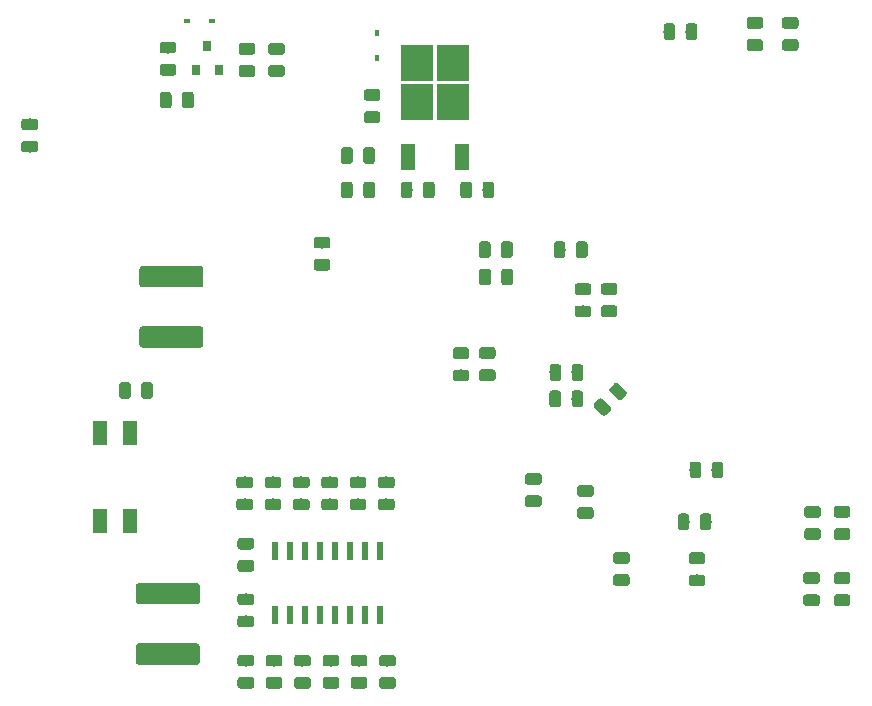
<source format=gbr>
%TF.GenerationSoftware,KiCad,Pcbnew,(5.0.0)*%
%TF.CreationDate,2019-02-19T13:28:45-06:00*%
%TF.ProjectId,BPSMaster,4250534D61737465722E6B696361645F,rev?*%
%TF.SameCoordinates,Original*%
%TF.FileFunction,Paste,Bot*%
%TF.FilePolarity,Positive*%
%FSLAX46Y46*%
G04 Gerber Fmt 4.6, Leading zero omitted, Abs format (unit mm)*
G04 Created by KiCad (PCBNEW (5.0.0)) date 02/19/19 13:28:45*
%MOMM*%
%LPD*%
G01*
G04 APERTURE LIST*
%ADD10R,1.200000X2.000000*%
%ADD11C,0.100000*%
%ADD12C,0.975000*%
%ADD13C,1.800000*%
%ADD14R,0.450000X0.600000*%
%ADD15R,0.600000X0.450000*%
%ADD16R,1.200000X2.200000*%
%ADD17R,2.750000X3.050000*%
%ADD18R,0.800000X0.900000*%
%ADD19R,0.600000X1.500000*%
G04 APERTURE END LIST*
D10*
X113530000Y-124150000D03*
X116070000Y-124150000D03*
X116070000Y-116650000D03*
X113530000Y-116650000D03*
D11*
G36*
X169480142Y-83351174D02*
X169503803Y-83354684D01*
X169527007Y-83360496D01*
X169549529Y-83368554D01*
X169571153Y-83378782D01*
X169591670Y-83391079D01*
X169610883Y-83405329D01*
X169628607Y-83421393D01*
X169644671Y-83439117D01*
X169658921Y-83458330D01*
X169671218Y-83478847D01*
X169681446Y-83500471D01*
X169689504Y-83522993D01*
X169695316Y-83546197D01*
X169698826Y-83569858D01*
X169700000Y-83593750D01*
X169700000Y-84081250D01*
X169698826Y-84105142D01*
X169695316Y-84128803D01*
X169689504Y-84152007D01*
X169681446Y-84174529D01*
X169671218Y-84196153D01*
X169658921Y-84216670D01*
X169644671Y-84235883D01*
X169628607Y-84253607D01*
X169610883Y-84269671D01*
X169591670Y-84283921D01*
X169571153Y-84296218D01*
X169549529Y-84306446D01*
X169527007Y-84314504D01*
X169503803Y-84320316D01*
X169480142Y-84323826D01*
X169456250Y-84325000D01*
X168543750Y-84325000D01*
X168519858Y-84323826D01*
X168496197Y-84320316D01*
X168472993Y-84314504D01*
X168450471Y-84306446D01*
X168428847Y-84296218D01*
X168408330Y-84283921D01*
X168389117Y-84269671D01*
X168371393Y-84253607D01*
X168355329Y-84235883D01*
X168341079Y-84216670D01*
X168328782Y-84196153D01*
X168318554Y-84174529D01*
X168310496Y-84152007D01*
X168304684Y-84128803D01*
X168301174Y-84105142D01*
X168300000Y-84081250D01*
X168300000Y-83593750D01*
X168301174Y-83569858D01*
X168304684Y-83546197D01*
X168310496Y-83522993D01*
X168318554Y-83500471D01*
X168328782Y-83478847D01*
X168341079Y-83458330D01*
X168355329Y-83439117D01*
X168371393Y-83421393D01*
X168389117Y-83405329D01*
X168408330Y-83391079D01*
X168428847Y-83378782D01*
X168450471Y-83368554D01*
X168472993Y-83360496D01*
X168496197Y-83354684D01*
X168519858Y-83351174D01*
X168543750Y-83350000D01*
X169456250Y-83350000D01*
X169480142Y-83351174D01*
X169480142Y-83351174D01*
G37*
D12*
X169000000Y-83837500D03*
D11*
G36*
X169480142Y-81476174D02*
X169503803Y-81479684D01*
X169527007Y-81485496D01*
X169549529Y-81493554D01*
X169571153Y-81503782D01*
X169591670Y-81516079D01*
X169610883Y-81530329D01*
X169628607Y-81546393D01*
X169644671Y-81564117D01*
X169658921Y-81583330D01*
X169671218Y-81603847D01*
X169681446Y-81625471D01*
X169689504Y-81647993D01*
X169695316Y-81671197D01*
X169698826Y-81694858D01*
X169700000Y-81718750D01*
X169700000Y-82206250D01*
X169698826Y-82230142D01*
X169695316Y-82253803D01*
X169689504Y-82277007D01*
X169681446Y-82299529D01*
X169671218Y-82321153D01*
X169658921Y-82341670D01*
X169644671Y-82360883D01*
X169628607Y-82378607D01*
X169610883Y-82394671D01*
X169591670Y-82408921D01*
X169571153Y-82421218D01*
X169549529Y-82431446D01*
X169527007Y-82439504D01*
X169503803Y-82445316D01*
X169480142Y-82448826D01*
X169456250Y-82450000D01*
X168543750Y-82450000D01*
X168519858Y-82448826D01*
X168496197Y-82445316D01*
X168472993Y-82439504D01*
X168450471Y-82431446D01*
X168428847Y-82421218D01*
X168408330Y-82408921D01*
X168389117Y-82394671D01*
X168371393Y-82378607D01*
X168355329Y-82360883D01*
X168341079Y-82341670D01*
X168328782Y-82321153D01*
X168318554Y-82299529D01*
X168310496Y-82277007D01*
X168304684Y-82253803D01*
X168301174Y-82230142D01*
X168300000Y-82206250D01*
X168300000Y-81718750D01*
X168301174Y-81694858D01*
X168304684Y-81671197D01*
X168310496Y-81647993D01*
X168318554Y-81625471D01*
X168328782Y-81603847D01*
X168341079Y-81583330D01*
X168355329Y-81564117D01*
X168371393Y-81546393D01*
X168389117Y-81530329D01*
X168408330Y-81516079D01*
X168428847Y-81503782D01*
X168450471Y-81493554D01*
X168472993Y-81485496D01*
X168496197Y-81479684D01*
X168519858Y-81476174D01*
X168543750Y-81475000D01*
X169456250Y-81475000D01*
X169480142Y-81476174D01*
X169480142Y-81476174D01*
G37*
D12*
X169000000Y-81962500D03*
D11*
G36*
X172480142Y-81476174D02*
X172503803Y-81479684D01*
X172527007Y-81485496D01*
X172549529Y-81493554D01*
X172571153Y-81503782D01*
X172591670Y-81516079D01*
X172610883Y-81530329D01*
X172628607Y-81546393D01*
X172644671Y-81564117D01*
X172658921Y-81583330D01*
X172671218Y-81603847D01*
X172681446Y-81625471D01*
X172689504Y-81647993D01*
X172695316Y-81671197D01*
X172698826Y-81694858D01*
X172700000Y-81718750D01*
X172700000Y-82206250D01*
X172698826Y-82230142D01*
X172695316Y-82253803D01*
X172689504Y-82277007D01*
X172681446Y-82299529D01*
X172671218Y-82321153D01*
X172658921Y-82341670D01*
X172644671Y-82360883D01*
X172628607Y-82378607D01*
X172610883Y-82394671D01*
X172591670Y-82408921D01*
X172571153Y-82421218D01*
X172549529Y-82431446D01*
X172527007Y-82439504D01*
X172503803Y-82445316D01*
X172480142Y-82448826D01*
X172456250Y-82450000D01*
X171543750Y-82450000D01*
X171519858Y-82448826D01*
X171496197Y-82445316D01*
X171472993Y-82439504D01*
X171450471Y-82431446D01*
X171428847Y-82421218D01*
X171408330Y-82408921D01*
X171389117Y-82394671D01*
X171371393Y-82378607D01*
X171355329Y-82360883D01*
X171341079Y-82341670D01*
X171328782Y-82321153D01*
X171318554Y-82299529D01*
X171310496Y-82277007D01*
X171304684Y-82253803D01*
X171301174Y-82230142D01*
X171300000Y-82206250D01*
X171300000Y-81718750D01*
X171301174Y-81694858D01*
X171304684Y-81671197D01*
X171310496Y-81647993D01*
X171318554Y-81625471D01*
X171328782Y-81603847D01*
X171341079Y-81583330D01*
X171355329Y-81564117D01*
X171371393Y-81546393D01*
X171389117Y-81530329D01*
X171408330Y-81516079D01*
X171428847Y-81503782D01*
X171450471Y-81493554D01*
X171472993Y-81485496D01*
X171496197Y-81479684D01*
X171519858Y-81476174D01*
X171543750Y-81475000D01*
X172456250Y-81475000D01*
X172480142Y-81476174D01*
X172480142Y-81476174D01*
G37*
D12*
X172000000Y-81962500D03*
D11*
G36*
X172480142Y-83351174D02*
X172503803Y-83354684D01*
X172527007Y-83360496D01*
X172549529Y-83368554D01*
X172571153Y-83378782D01*
X172591670Y-83391079D01*
X172610883Y-83405329D01*
X172628607Y-83421393D01*
X172644671Y-83439117D01*
X172658921Y-83458330D01*
X172671218Y-83478847D01*
X172681446Y-83500471D01*
X172689504Y-83522993D01*
X172695316Y-83546197D01*
X172698826Y-83569858D01*
X172700000Y-83593750D01*
X172700000Y-84081250D01*
X172698826Y-84105142D01*
X172695316Y-84128803D01*
X172689504Y-84152007D01*
X172681446Y-84174529D01*
X172671218Y-84196153D01*
X172658921Y-84216670D01*
X172644671Y-84235883D01*
X172628607Y-84253607D01*
X172610883Y-84269671D01*
X172591670Y-84283921D01*
X172571153Y-84296218D01*
X172549529Y-84306446D01*
X172527007Y-84314504D01*
X172503803Y-84320316D01*
X172480142Y-84323826D01*
X172456250Y-84325000D01*
X171543750Y-84325000D01*
X171519858Y-84323826D01*
X171496197Y-84320316D01*
X171472993Y-84314504D01*
X171450471Y-84306446D01*
X171428847Y-84296218D01*
X171408330Y-84283921D01*
X171389117Y-84269671D01*
X171371393Y-84253607D01*
X171355329Y-84235883D01*
X171341079Y-84216670D01*
X171328782Y-84196153D01*
X171318554Y-84174529D01*
X171310496Y-84152007D01*
X171304684Y-84128803D01*
X171301174Y-84105142D01*
X171300000Y-84081250D01*
X171300000Y-83593750D01*
X171301174Y-83569858D01*
X171304684Y-83546197D01*
X171310496Y-83522993D01*
X171318554Y-83500471D01*
X171328782Y-83478847D01*
X171341079Y-83458330D01*
X171355329Y-83439117D01*
X171371393Y-83421393D01*
X171389117Y-83405329D01*
X171408330Y-83391079D01*
X171428847Y-83378782D01*
X171450471Y-83368554D01*
X171472993Y-83360496D01*
X171496197Y-83354684D01*
X171519858Y-83351174D01*
X171543750Y-83350000D01*
X172456250Y-83350000D01*
X172480142Y-83351174D01*
X172480142Y-83351174D01*
G37*
D12*
X172000000Y-83837500D03*
D11*
G36*
X144599827Y-109445611D02*
X144623488Y-109449121D01*
X144646692Y-109454933D01*
X144669214Y-109462991D01*
X144690838Y-109473219D01*
X144711355Y-109485516D01*
X144730568Y-109499766D01*
X144748292Y-109515830D01*
X144764356Y-109533554D01*
X144778606Y-109552767D01*
X144790903Y-109573284D01*
X144801131Y-109594908D01*
X144809189Y-109617430D01*
X144815001Y-109640634D01*
X144818511Y-109664295D01*
X144819685Y-109688187D01*
X144819685Y-110175687D01*
X144818511Y-110199579D01*
X144815001Y-110223240D01*
X144809189Y-110246444D01*
X144801131Y-110268966D01*
X144790903Y-110290590D01*
X144778606Y-110311107D01*
X144764356Y-110330320D01*
X144748292Y-110348044D01*
X144730568Y-110364108D01*
X144711355Y-110378358D01*
X144690838Y-110390655D01*
X144669214Y-110400883D01*
X144646692Y-110408941D01*
X144623488Y-110414753D01*
X144599827Y-110418263D01*
X144575935Y-110419437D01*
X143663435Y-110419437D01*
X143639543Y-110418263D01*
X143615882Y-110414753D01*
X143592678Y-110408941D01*
X143570156Y-110400883D01*
X143548532Y-110390655D01*
X143528015Y-110378358D01*
X143508802Y-110364108D01*
X143491078Y-110348044D01*
X143475014Y-110330320D01*
X143460764Y-110311107D01*
X143448467Y-110290590D01*
X143438239Y-110268966D01*
X143430181Y-110246444D01*
X143424369Y-110223240D01*
X143420859Y-110199579D01*
X143419685Y-110175687D01*
X143419685Y-109688187D01*
X143420859Y-109664295D01*
X143424369Y-109640634D01*
X143430181Y-109617430D01*
X143438239Y-109594908D01*
X143448467Y-109573284D01*
X143460764Y-109552767D01*
X143475014Y-109533554D01*
X143491078Y-109515830D01*
X143508802Y-109499766D01*
X143528015Y-109485516D01*
X143548532Y-109473219D01*
X143570156Y-109462991D01*
X143592678Y-109454933D01*
X143615882Y-109449121D01*
X143639543Y-109445611D01*
X143663435Y-109444437D01*
X144575935Y-109444437D01*
X144599827Y-109445611D01*
X144599827Y-109445611D01*
G37*
D12*
X144119685Y-109931937D03*
D11*
G36*
X144599827Y-111320613D02*
X144623488Y-111324123D01*
X144646692Y-111329935D01*
X144669214Y-111337993D01*
X144690838Y-111348221D01*
X144711355Y-111360518D01*
X144730568Y-111374768D01*
X144748292Y-111390832D01*
X144764356Y-111408556D01*
X144778606Y-111427769D01*
X144790903Y-111448286D01*
X144801131Y-111469910D01*
X144809189Y-111492432D01*
X144815001Y-111515636D01*
X144818511Y-111539297D01*
X144819685Y-111563189D01*
X144819685Y-112050689D01*
X144818511Y-112074581D01*
X144815001Y-112098242D01*
X144809189Y-112121446D01*
X144801131Y-112143968D01*
X144790903Y-112165592D01*
X144778606Y-112186109D01*
X144764356Y-112205322D01*
X144748292Y-112223046D01*
X144730568Y-112239110D01*
X144711355Y-112253360D01*
X144690838Y-112265657D01*
X144669214Y-112275885D01*
X144646692Y-112283943D01*
X144623488Y-112289755D01*
X144599827Y-112293265D01*
X144575935Y-112294439D01*
X143663435Y-112294439D01*
X143639543Y-112293265D01*
X143615882Y-112289755D01*
X143592678Y-112283943D01*
X143570156Y-112275885D01*
X143548532Y-112265657D01*
X143528015Y-112253360D01*
X143508802Y-112239110D01*
X143491078Y-112223046D01*
X143475014Y-112205322D01*
X143460764Y-112186109D01*
X143448467Y-112165592D01*
X143438239Y-112143968D01*
X143430181Y-112121446D01*
X143424369Y-112098242D01*
X143420859Y-112074581D01*
X143419685Y-112050689D01*
X143419685Y-111563189D01*
X143420859Y-111539297D01*
X143424369Y-111515636D01*
X143430181Y-111492432D01*
X143438239Y-111469910D01*
X143448467Y-111448286D01*
X143460764Y-111427769D01*
X143475014Y-111408556D01*
X143491078Y-111390832D01*
X143508802Y-111374768D01*
X143528015Y-111360518D01*
X143548532Y-111348221D01*
X143570156Y-111337993D01*
X143592678Y-111329935D01*
X143615882Y-111324123D01*
X143639543Y-111320613D01*
X143663435Y-111319439D01*
X144575935Y-111319439D01*
X144599827Y-111320613D01*
X144599827Y-111320613D01*
G37*
D12*
X144119685Y-111806939D03*
D11*
G36*
X157286545Y-112429536D02*
X157310206Y-112433046D01*
X157333410Y-112438858D01*
X157355932Y-112446916D01*
X157377556Y-112457144D01*
X157398073Y-112469441D01*
X157417286Y-112483691D01*
X157435010Y-112499755D01*
X158080245Y-113144990D01*
X158096309Y-113162714D01*
X158110559Y-113181927D01*
X158122856Y-113202444D01*
X158133084Y-113224068D01*
X158141142Y-113246590D01*
X158146954Y-113269794D01*
X158150464Y-113293455D01*
X158151638Y-113317347D01*
X158150464Y-113341239D01*
X158146954Y-113364900D01*
X158141142Y-113388104D01*
X158133084Y-113410626D01*
X158122856Y-113432250D01*
X158110559Y-113452767D01*
X158096309Y-113471980D01*
X158080245Y-113489704D01*
X157735530Y-113834419D01*
X157717806Y-113850483D01*
X157698593Y-113864733D01*
X157678076Y-113877030D01*
X157656452Y-113887258D01*
X157633930Y-113895316D01*
X157610726Y-113901128D01*
X157587065Y-113904638D01*
X157563173Y-113905812D01*
X157539281Y-113904638D01*
X157515620Y-113901128D01*
X157492416Y-113895316D01*
X157469894Y-113887258D01*
X157448270Y-113877030D01*
X157427753Y-113864733D01*
X157408540Y-113850483D01*
X157390816Y-113834419D01*
X156745581Y-113189184D01*
X156729517Y-113171460D01*
X156715267Y-113152247D01*
X156702970Y-113131730D01*
X156692742Y-113110106D01*
X156684684Y-113087584D01*
X156678872Y-113064380D01*
X156675362Y-113040719D01*
X156674188Y-113016827D01*
X156675362Y-112992935D01*
X156678872Y-112969274D01*
X156684684Y-112946070D01*
X156692742Y-112923548D01*
X156702970Y-112901924D01*
X156715267Y-112881407D01*
X156729517Y-112862194D01*
X156745581Y-112844470D01*
X157090296Y-112499755D01*
X157108020Y-112483691D01*
X157127233Y-112469441D01*
X157147750Y-112457144D01*
X157169374Y-112446916D01*
X157191896Y-112438858D01*
X157215100Y-112433046D01*
X157238761Y-112429536D01*
X157262653Y-112428362D01*
X157286545Y-112429536D01*
X157286545Y-112429536D01*
G37*
D12*
X157412913Y-113167087D03*
D11*
G36*
X155960719Y-113755362D02*
X155984380Y-113758872D01*
X156007584Y-113764684D01*
X156030106Y-113772742D01*
X156051730Y-113782970D01*
X156072247Y-113795267D01*
X156091460Y-113809517D01*
X156109184Y-113825581D01*
X156754419Y-114470816D01*
X156770483Y-114488540D01*
X156784733Y-114507753D01*
X156797030Y-114528270D01*
X156807258Y-114549894D01*
X156815316Y-114572416D01*
X156821128Y-114595620D01*
X156824638Y-114619281D01*
X156825812Y-114643173D01*
X156824638Y-114667065D01*
X156821128Y-114690726D01*
X156815316Y-114713930D01*
X156807258Y-114736452D01*
X156797030Y-114758076D01*
X156784733Y-114778593D01*
X156770483Y-114797806D01*
X156754419Y-114815530D01*
X156409704Y-115160245D01*
X156391980Y-115176309D01*
X156372767Y-115190559D01*
X156352250Y-115202856D01*
X156330626Y-115213084D01*
X156308104Y-115221142D01*
X156284900Y-115226954D01*
X156261239Y-115230464D01*
X156237347Y-115231638D01*
X156213455Y-115230464D01*
X156189794Y-115226954D01*
X156166590Y-115221142D01*
X156144068Y-115213084D01*
X156122444Y-115202856D01*
X156101927Y-115190559D01*
X156082714Y-115176309D01*
X156064990Y-115160245D01*
X155419755Y-114515010D01*
X155403691Y-114497286D01*
X155389441Y-114478073D01*
X155377144Y-114457556D01*
X155366916Y-114435932D01*
X155358858Y-114413410D01*
X155353046Y-114390206D01*
X155349536Y-114366545D01*
X155348362Y-114342653D01*
X155349536Y-114318761D01*
X155353046Y-114295100D01*
X155358858Y-114271896D01*
X155366916Y-114249374D01*
X155377144Y-114227750D01*
X155389441Y-114207233D01*
X155403691Y-114188020D01*
X155419755Y-114170296D01*
X155764470Y-113825581D01*
X155782194Y-113809517D01*
X155801407Y-113795267D01*
X155821924Y-113782970D01*
X155843548Y-113772742D01*
X155866070Y-113764684D01*
X155889274Y-113758872D01*
X155912935Y-113755362D01*
X155936827Y-113754188D01*
X155960719Y-113755362D01*
X155960719Y-113755362D01*
G37*
D12*
X156087087Y-114492913D03*
D11*
G36*
X154623282Y-100466156D02*
X154646943Y-100469666D01*
X154670147Y-100475478D01*
X154692669Y-100483536D01*
X154714293Y-100493764D01*
X154734810Y-100506061D01*
X154754023Y-100520311D01*
X154771747Y-100536375D01*
X154787811Y-100554099D01*
X154802061Y-100573312D01*
X154814358Y-100593829D01*
X154824586Y-100615453D01*
X154832644Y-100637975D01*
X154838456Y-100661179D01*
X154841966Y-100684840D01*
X154843140Y-100708732D01*
X154843140Y-101621232D01*
X154841966Y-101645124D01*
X154838456Y-101668785D01*
X154832644Y-101691989D01*
X154824586Y-101714511D01*
X154814358Y-101736135D01*
X154802061Y-101756652D01*
X154787811Y-101775865D01*
X154771747Y-101793589D01*
X154754023Y-101809653D01*
X154734810Y-101823903D01*
X154714293Y-101836200D01*
X154692669Y-101846428D01*
X154670147Y-101854486D01*
X154646943Y-101860298D01*
X154623282Y-101863808D01*
X154599390Y-101864982D01*
X154111890Y-101864982D01*
X154087998Y-101863808D01*
X154064337Y-101860298D01*
X154041133Y-101854486D01*
X154018611Y-101846428D01*
X153996987Y-101836200D01*
X153976470Y-101823903D01*
X153957257Y-101809653D01*
X153939533Y-101793589D01*
X153923469Y-101775865D01*
X153909219Y-101756652D01*
X153896922Y-101736135D01*
X153886694Y-101714511D01*
X153878636Y-101691989D01*
X153872824Y-101668785D01*
X153869314Y-101645124D01*
X153868140Y-101621232D01*
X153868140Y-100708732D01*
X153869314Y-100684840D01*
X153872824Y-100661179D01*
X153878636Y-100637975D01*
X153886694Y-100615453D01*
X153896922Y-100593829D01*
X153909219Y-100573312D01*
X153923469Y-100554099D01*
X153939533Y-100536375D01*
X153957257Y-100520311D01*
X153976470Y-100506061D01*
X153996987Y-100493764D01*
X154018611Y-100483536D01*
X154041133Y-100475478D01*
X154064337Y-100469666D01*
X154087998Y-100466156D01*
X154111890Y-100464982D01*
X154599390Y-100464982D01*
X154623282Y-100466156D01*
X154623282Y-100466156D01*
G37*
D12*
X154355640Y-101164982D03*
D11*
G36*
X152748280Y-100466156D02*
X152771941Y-100469666D01*
X152795145Y-100475478D01*
X152817667Y-100483536D01*
X152839291Y-100493764D01*
X152859808Y-100506061D01*
X152879021Y-100520311D01*
X152896745Y-100536375D01*
X152912809Y-100554099D01*
X152927059Y-100573312D01*
X152939356Y-100593829D01*
X152949584Y-100615453D01*
X152957642Y-100637975D01*
X152963454Y-100661179D01*
X152966964Y-100684840D01*
X152968138Y-100708732D01*
X152968138Y-101621232D01*
X152966964Y-101645124D01*
X152963454Y-101668785D01*
X152957642Y-101691989D01*
X152949584Y-101714511D01*
X152939356Y-101736135D01*
X152927059Y-101756652D01*
X152912809Y-101775865D01*
X152896745Y-101793589D01*
X152879021Y-101809653D01*
X152859808Y-101823903D01*
X152839291Y-101836200D01*
X152817667Y-101846428D01*
X152795145Y-101854486D01*
X152771941Y-101860298D01*
X152748280Y-101863808D01*
X152724388Y-101864982D01*
X152236888Y-101864982D01*
X152212996Y-101863808D01*
X152189335Y-101860298D01*
X152166131Y-101854486D01*
X152143609Y-101846428D01*
X152121985Y-101836200D01*
X152101468Y-101823903D01*
X152082255Y-101809653D01*
X152064531Y-101793589D01*
X152048467Y-101775865D01*
X152034217Y-101756652D01*
X152021920Y-101736135D01*
X152011692Y-101714511D01*
X152003634Y-101691989D01*
X151997822Y-101668785D01*
X151994312Y-101645124D01*
X151993138Y-101621232D01*
X151993138Y-100708732D01*
X151994312Y-100684840D01*
X151997822Y-100661179D01*
X152003634Y-100637975D01*
X152011692Y-100615453D01*
X152021920Y-100593829D01*
X152034217Y-100573312D01*
X152048467Y-100554099D01*
X152064531Y-100536375D01*
X152082255Y-100520311D01*
X152101468Y-100506061D01*
X152121985Y-100493764D01*
X152143609Y-100483536D01*
X152166131Y-100475478D01*
X152189335Y-100469666D01*
X152212996Y-100466156D01*
X152236888Y-100464982D01*
X152724388Y-100464982D01*
X152748280Y-100466156D01*
X152748280Y-100466156D01*
G37*
D12*
X152480638Y-101164982D03*
D11*
G36*
X146402581Y-100466156D02*
X146426242Y-100469666D01*
X146449446Y-100475478D01*
X146471968Y-100483536D01*
X146493592Y-100493764D01*
X146514109Y-100506061D01*
X146533322Y-100520311D01*
X146551046Y-100536375D01*
X146567110Y-100554099D01*
X146581360Y-100573312D01*
X146593657Y-100593829D01*
X146603885Y-100615453D01*
X146611943Y-100637975D01*
X146617755Y-100661179D01*
X146621265Y-100684840D01*
X146622439Y-100708732D01*
X146622439Y-101621232D01*
X146621265Y-101645124D01*
X146617755Y-101668785D01*
X146611943Y-101691989D01*
X146603885Y-101714511D01*
X146593657Y-101736135D01*
X146581360Y-101756652D01*
X146567110Y-101775865D01*
X146551046Y-101793589D01*
X146533322Y-101809653D01*
X146514109Y-101823903D01*
X146493592Y-101836200D01*
X146471968Y-101846428D01*
X146449446Y-101854486D01*
X146426242Y-101860298D01*
X146402581Y-101863808D01*
X146378689Y-101864982D01*
X145891189Y-101864982D01*
X145867297Y-101863808D01*
X145843636Y-101860298D01*
X145820432Y-101854486D01*
X145797910Y-101846428D01*
X145776286Y-101836200D01*
X145755769Y-101823903D01*
X145736556Y-101809653D01*
X145718832Y-101793589D01*
X145702768Y-101775865D01*
X145688518Y-101756652D01*
X145676221Y-101736135D01*
X145665993Y-101714511D01*
X145657935Y-101691989D01*
X145652123Y-101668785D01*
X145648613Y-101645124D01*
X145647439Y-101621232D01*
X145647439Y-100708732D01*
X145648613Y-100684840D01*
X145652123Y-100661179D01*
X145657935Y-100637975D01*
X145665993Y-100615453D01*
X145676221Y-100593829D01*
X145688518Y-100573312D01*
X145702768Y-100554099D01*
X145718832Y-100536375D01*
X145736556Y-100520311D01*
X145755769Y-100506061D01*
X145776286Y-100493764D01*
X145797910Y-100483536D01*
X145820432Y-100475478D01*
X145843636Y-100469666D01*
X145867297Y-100466156D01*
X145891189Y-100464982D01*
X146378689Y-100464982D01*
X146402581Y-100466156D01*
X146402581Y-100466156D01*
G37*
D12*
X146134939Y-101164982D03*
D11*
G36*
X148277583Y-100466156D02*
X148301244Y-100469666D01*
X148324448Y-100475478D01*
X148346970Y-100483536D01*
X148368594Y-100493764D01*
X148389111Y-100506061D01*
X148408324Y-100520311D01*
X148426048Y-100536375D01*
X148442112Y-100554099D01*
X148456362Y-100573312D01*
X148468659Y-100593829D01*
X148478887Y-100615453D01*
X148486945Y-100637975D01*
X148492757Y-100661179D01*
X148496267Y-100684840D01*
X148497441Y-100708732D01*
X148497441Y-101621232D01*
X148496267Y-101645124D01*
X148492757Y-101668785D01*
X148486945Y-101691989D01*
X148478887Y-101714511D01*
X148468659Y-101736135D01*
X148456362Y-101756652D01*
X148442112Y-101775865D01*
X148426048Y-101793589D01*
X148408324Y-101809653D01*
X148389111Y-101823903D01*
X148368594Y-101836200D01*
X148346970Y-101846428D01*
X148324448Y-101854486D01*
X148301244Y-101860298D01*
X148277583Y-101863808D01*
X148253691Y-101864982D01*
X147766191Y-101864982D01*
X147742299Y-101863808D01*
X147718638Y-101860298D01*
X147695434Y-101854486D01*
X147672912Y-101846428D01*
X147651288Y-101836200D01*
X147630771Y-101823903D01*
X147611558Y-101809653D01*
X147593834Y-101793589D01*
X147577770Y-101775865D01*
X147563520Y-101756652D01*
X147551223Y-101736135D01*
X147540995Y-101714511D01*
X147532937Y-101691989D01*
X147527125Y-101668785D01*
X147523615Y-101645124D01*
X147522441Y-101621232D01*
X147522441Y-100708732D01*
X147523615Y-100684840D01*
X147527125Y-100661179D01*
X147532937Y-100637975D01*
X147540995Y-100615453D01*
X147551223Y-100593829D01*
X147563520Y-100573312D01*
X147577770Y-100554099D01*
X147593834Y-100536375D01*
X147611558Y-100520311D01*
X147630771Y-100506061D01*
X147651288Y-100493764D01*
X147672912Y-100483536D01*
X147695434Y-100475478D01*
X147718638Y-100469666D01*
X147742299Y-100466156D01*
X147766191Y-100464982D01*
X148253691Y-100464982D01*
X148277583Y-100466156D01*
X148277583Y-100466156D01*
G37*
D12*
X148009941Y-101164982D03*
D11*
G36*
X152376465Y-110860626D02*
X152400126Y-110864136D01*
X152423330Y-110869948D01*
X152445852Y-110878006D01*
X152467476Y-110888234D01*
X152487993Y-110900531D01*
X152507206Y-110914781D01*
X152524930Y-110930845D01*
X152540994Y-110948569D01*
X152555244Y-110967782D01*
X152567541Y-110988299D01*
X152577769Y-111009923D01*
X152585827Y-111032445D01*
X152591639Y-111055649D01*
X152595149Y-111079310D01*
X152596323Y-111103202D01*
X152596323Y-112015702D01*
X152595149Y-112039594D01*
X152591639Y-112063255D01*
X152585827Y-112086459D01*
X152577769Y-112108981D01*
X152567541Y-112130605D01*
X152555244Y-112151122D01*
X152540994Y-112170335D01*
X152524930Y-112188059D01*
X152507206Y-112204123D01*
X152487993Y-112218373D01*
X152467476Y-112230670D01*
X152445852Y-112240898D01*
X152423330Y-112248956D01*
X152400126Y-112254768D01*
X152376465Y-112258278D01*
X152352573Y-112259452D01*
X151865073Y-112259452D01*
X151841181Y-112258278D01*
X151817520Y-112254768D01*
X151794316Y-112248956D01*
X151771794Y-112240898D01*
X151750170Y-112230670D01*
X151729653Y-112218373D01*
X151710440Y-112204123D01*
X151692716Y-112188059D01*
X151676652Y-112170335D01*
X151662402Y-112151122D01*
X151650105Y-112130605D01*
X151639877Y-112108981D01*
X151631819Y-112086459D01*
X151626007Y-112063255D01*
X151622497Y-112039594D01*
X151621323Y-112015702D01*
X151621323Y-111103202D01*
X151622497Y-111079310D01*
X151626007Y-111055649D01*
X151631819Y-111032445D01*
X151639877Y-111009923D01*
X151650105Y-110988299D01*
X151662402Y-110967782D01*
X151676652Y-110948569D01*
X151692716Y-110930845D01*
X151710440Y-110914781D01*
X151729653Y-110900531D01*
X151750170Y-110888234D01*
X151771794Y-110878006D01*
X151794316Y-110869948D01*
X151817520Y-110864136D01*
X151841181Y-110860626D01*
X151865073Y-110859452D01*
X152352573Y-110859452D01*
X152376465Y-110860626D01*
X152376465Y-110860626D01*
G37*
D12*
X152108823Y-111559452D03*
D11*
G36*
X154251467Y-110860626D02*
X154275128Y-110864136D01*
X154298332Y-110869948D01*
X154320854Y-110878006D01*
X154342478Y-110888234D01*
X154362995Y-110900531D01*
X154382208Y-110914781D01*
X154399932Y-110930845D01*
X154415996Y-110948569D01*
X154430246Y-110967782D01*
X154442543Y-110988299D01*
X154452771Y-111009923D01*
X154460829Y-111032445D01*
X154466641Y-111055649D01*
X154470151Y-111079310D01*
X154471325Y-111103202D01*
X154471325Y-112015702D01*
X154470151Y-112039594D01*
X154466641Y-112063255D01*
X154460829Y-112086459D01*
X154452771Y-112108981D01*
X154442543Y-112130605D01*
X154430246Y-112151122D01*
X154415996Y-112170335D01*
X154399932Y-112188059D01*
X154382208Y-112204123D01*
X154362995Y-112218373D01*
X154342478Y-112230670D01*
X154320854Y-112240898D01*
X154298332Y-112248956D01*
X154275128Y-112254768D01*
X154251467Y-112258278D01*
X154227575Y-112259452D01*
X153740075Y-112259452D01*
X153716183Y-112258278D01*
X153692522Y-112254768D01*
X153669318Y-112248956D01*
X153646796Y-112240898D01*
X153625172Y-112230670D01*
X153604655Y-112218373D01*
X153585442Y-112204123D01*
X153567718Y-112188059D01*
X153551654Y-112170335D01*
X153537404Y-112151122D01*
X153525107Y-112130605D01*
X153514879Y-112108981D01*
X153506821Y-112086459D01*
X153501009Y-112063255D01*
X153497499Y-112039594D01*
X153496325Y-112015702D01*
X153496325Y-111103202D01*
X153497499Y-111079310D01*
X153501009Y-111055649D01*
X153506821Y-111032445D01*
X153514879Y-111009923D01*
X153525107Y-110988299D01*
X153537404Y-110967782D01*
X153551654Y-110948569D01*
X153567718Y-110930845D01*
X153585442Y-110914781D01*
X153604655Y-110900531D01*
X153625172Y-110888234D01*
X153646796Y-110878006D01*
X153669318Y-110869948D01*
X153692522Y-110864136D01*
X153716183Y-110860626D01*
X153740075Y-110859452D01*
X154227575Y-110859452D01*
X154251467Y-110860626D01*
X154251467Y-110860626D01*
G37*
D12*
X153983825Y-111559452D03*
D11*
G36*
X146827214Y-111303520D02*
X146850875Y-111307030D01*
X146874079Y-111312842D01*
X146896601Y-111320900D01*
X146918225Y-111331128D01*
X146938742Y-111343425D01*
X146957955Y-111357675D01*
X146975679Y-111373739D01*
X146991743Y-111391463D01*
X147005993Y-111410676D01*
X147018290Y-111431193D01*
X147028518Y-111452817D01*
X147036576Y-111475339D01*
X147042388Y-111498543D01*
X147045898Y-111522204D01*
X147047072Y-111546096D01*
X147047072Y-112033596D01*
X147045898Y-112057488D01*
X147042388Y-112081149D01*
X147036576Y-112104353D01*
X147028518Y-112126875D01*
X147018290Y-112148499D01*
X147005993Y-112169016D01*
X146991743Y-112188229D01*
X146975679Y-112205953D01*
X146957955Y-112222017D01*
X146938742Y-112236267D01*
X146918225Y-112248564D01*
X146896601Y-112258792D01*
X146874079Y-112266850D01*
X146850875Y-112272662D01*
X146827214Y-112276172D01*
X146803322Y-112277346D01*
X145890822Y-112277346D01*
X145866930Y-112276172D01*
X145843269Y-112272662D01*
X145820065Y-112266850D01*
X145797543Y-112258792D01*
X145775919Y-112248564D01*
X145755402Y-112236267D01*
X145736189Y-112222017D01*
X145718465Y-112205953D01*
X145702401Y-112188229D01*
X145688151Y-112169016D01*
X145675854Y-112148499D01*
X145665626Y-112126875D01*
X145657568Y-112104353D01*
X145651756Y-112081149D01*
X145648246Y-112057488D01*
X145647072Y-112033596D01*
X145647072Y-111546096D01*
X145648246Y-111522204D01*
X145651756Y-111498543D01*
X145657568Y-111475339D01*
X145665626Y-111452817D01*
X145675854Y-111431193D01*
X145688151Y-111410676D01*
X145702401Y-111391463D01*
X145718465Y-111373739D01*
X145736189Y-111357675D01*
X145755402Y-111343425D01*
X145775919Y-111331128D01*
X145797543Y-111320900D01*
X145820065Y-111312842D01*
X145843269Y-111307030D01*
X145866930Y-111303520D01*
X145890822Y-111302346D01*
X146803322Y-111302346D01*
X146827214Y-111303520D01*
X146827214Y-111303520D01*
G37*
D12*
X146347072Y-111789846D03*
D11*
G36*
X146827214Y-109428518D02*
X146850875Y-109432028D01*
X146874079Y-109437840D01*
X146896601Y-109445898D01*
X146918225Y-109456126D01*
X146938742Y-109468423D01*
X146957955Y-109482673D01*
X146975679Y-109498737D01*
X146991743Y-109516461D01*
X147005993Y-109535674D01*
X147018290Y-109556191D01*
X147028518Y-109577815D01*
X147036576Y-109600337D01*
X147042388Y-109623541D01*
X147045898Y-109647202D01*
X147047072Y-109671094D01*
X147047072Y-110158594D01*
X147045898Y-110182486D01*
X147042388Y-110206147D01*
X147036576Y-110229351D01*
X147028518Y-110251873D01*
X147018290Y-110273497D01*
X147005993Y-110294014D01*
X146991743Y-110313227D01*
X146975679Y-110330951D01*
X146957955Y-110347015D01*
X146938742Y-110361265D01*
X146918225Y-110373562D01*
X146896601Y-110383790D01*
X146874079Y-110391848D01*
X146850875Y-110397660D01*
X146827214Y-110401170D01*
X146803322Y-110402344D01*
X145890822Y-110402344D01*
X145866930Y-110401170D01*
X145843269Y-110397660D01*
X145820065Y-110391848D01*
X145797543Y-110383790D01*
X145775919Y-110373562D01*
X145755402Y-110361265D01*
X145736189Y-110347015D01*
X145718465Y-110330951D01*
X145702401Y-110313227D01*
X145688151Y-110294014D01*
X145675854Y-110273497D01*
X145665626Y-110251873D01*
X145657568Y-110229351D01*
X145651756Y-110206147D01*
X145648246Y-110182486D01*
X145647072Y-110158594D01*
X145647072Y-109671094D01*
X145648246Y-109647202D01*
X145651756Y-109623541D01*
X145657568Y-109600337D01*
X145665626Y-109577815D01*
X145675854Y-109556191D01*
X145688151Y-109535674D01*
X145702401Y-109516461D01*
X145718465Y-109498737D01*
X145736189Y-109482673D01*
X145755402Y-109468423D01*
X145775919Y-109456126D01*
X145797543Y-109445898D01*
X145820065Y-109437840D01*
X145843269Y-109432028D01*
X145866930Y-109428518D01*
X145890822Y-109427344D01*
X146803322Y-109427344D01*
X146827214Y-109428518D01*
X146827214Y-109428518D01*
G37*
D12*
X146347072Y-109914844D03*
D11*
G36*
X152359372Y-113088012D02*
X152383033Y-113091522D01*
X152406237Y-113097334D01*
X152428759Y-113105392D01*
X152450383Y-113115620D01*
X152470900Y-113127917D01*
X152490113Y-113142167D01*
X152507837Y-113158231D01*
X152523901Y-113175955D01*
X152538151Y-113195168D01*
X152550448Y-113215685D01*
X152560676Y-113237309D01*
X152568734Y-113259831D01*
X152574546Y-113283035D01*
X152578056Y-113306696D01*
X152579230Y-113330588D01*
X152579230Y-114243088D01*
X152578056Y-114266980D01*
X152574546Y-114290641D01*
X152568734Y-114313845D01*
X152560676Y-114336367D01*
X152550448Y-114357991D01*
X152538151Y-114378508D01*
X152523901Y-114397721D01*
X152507837Y-114415445D01*
X152490113Y-114431509D01*
X152470900Y-114445759D01*
X152450383Y-114458056D01*
X152428759Y-114468284D01*
X152406237Y-114476342D01*
X152383033Y-114482154D01*
X152359372Y-114485664D01*
X152335480Y-114486838D01*
X151847980Y-114486838D01*
X151824088Y-114485664D01*
X151800427Y-114482154D01*
X151777223Y-114476342D01*
X151754701Y-114468284D01*
X151733077Y-114458056D01*
X151712560Y-114445759D01*
X151693347Y-114431509D01*
X151675623Y-114415445D01*
X151659559Y-114397721D01*
X151645309Y-114378508D01*
X151633012Y-114357991D01*
X151622784Y-114336367D01*
X151614726Y-114313845D01*
X151608914Y-114290641D01*
X151605404Y-114266980D01*
X151604230Y-114243088D01*
X151604230Y-113330588D01*
X151605404Y-113306696D01*
X151608914Y-113283035D01*
X151614726Y-113259831D01*
X151622784Y-113237309D01*
X151633012Y-113215685D01*
X151645309Y-113195168D01*
X151659559Y-113175955D01*
X151675623Y-113158231D01*
X151693347Y-113142167D01*
X151712560Y-113127917D01*
X151733077Y-113115620D01*
X151754701Y-113105392D01*
X151777223Y-113097334D01*
X151800427Y-113091522D01*
X151824088Y-113088012D01*
X151847980Y-113086838D01*
X152335480Y-113086838D01*
X152359372Y-113088012D01*
X152359372Y-113088012D01*
G37*
D12*
X152091730Y-113786838D03*
D11*
G36*
X154234374Y-113088012D02*
X154258035Y-113091522D01*
X154281239Y-113097334D01*
X154303761Y-113105392D01*
X154325385Y-113115620D01*
X154345902Y-113127917D01*
X154365115Y-113142167D01*
X154382839Y-113158231D01*
X154398903Y-113175955D01*
X154413153Y-113195168D01*
X154425450Y-113215685D01*
X154435678Y-113237309D01*
X154443736Y-113259831D01*
X154449548Y-113283035D01*
X154453058Y-113306696D01*
X154454232Y-113330588D01*
X154454232Y-114243088D01*
X154453058Y-114266980D01*
X154449548Y-114290641D01*
X154443736Y-114313845D01*
X154435678Y-114336367D01*
X154425450Y-114357991D01*
X154413153Y-114378508D01*
X154398903Y-114397721D01*
X154382839Y-114415445D01*
X154365115Y-114431509D01*
X154345902Y-114445759D01*
X154325385Y-114458056D01*
X154303761Y-114468284D01*
X154281239Y-114476342D01*
X154258035Y-114482154D01*
X154234374Y-114485664D01*
X154210482Y-114486838D01*
X153722982Y-114486838D01*
X153699090Y-114485664D01*
X153675429Y-114482154D01*
X153652225Y-114476342D01*
X153629703Y-114468284D01*
X153608079Y-114458056D01*
X153587562Y-114445759D01*
X153568349Y-114431509D01*
X153550625Y-114415445D01*
X153534561Y-114397721D01*
X153520311Y-114378508D01*
X153508014Y-114357991D01*
X153497786Y-114336367D01*
X153489728Y-114313845D01*
X153483916Y-114290641D01*
X153480406Y-114266980D01*
X153479232Y-114243088D01*
X153479232Y-113330588D01*
X153480406Y-113306696D01*
X153483916Y-113283035D01*
X153489728Y-113259831D01*
X153497786Y-113237309D01*
X153508014Y-113215685D01*
X153520311Y-113195168D01*
X153534561Y-113175955D01*
X153550625Y-113158231D01*
X153568349Y-113142167D01*
X153587562Y-113127917D01*
X153608079Y-113115620D01*
X153629703Y-113105392D01*
X153652225Y-113097334D01*
X153675429Y-113091522D01*
X153699090Y-113088012D01*
X153722982Y-113086838D01*
X154210482Y-113086838D01*
X154234374Y-113088012D01*
X154234374Y-113088012D01*
G37*
D12*
X153966732Y-113786838D03*
D11*
G36*
X148294677Y-102764253D02*
X148318338Y-102767763D01*
X148341542Y-102773575D01*
X148364064Y-102781633D01*
X148385688Y-102791861D01*
X148406205Y-102804158D01*
X148425418Y-102818408D01*
X148443142Y-102834472D01*
X148459206Y-102852196D01*
X148473456Y-102871409D01*
X148485753Y-102891926D01*
X148495981Y-102913550D01*
X148504039Y-102936072D01*
X148509851Y-102959276D01*
X148513361Y-102982937D01*
X148514535Y-103006829D01*
X148514535Y-103919329D01*
X148513361Y-103943221D01*
X148509851Y-103966882D01*
X148504039Y-103990086D01*
X148495981Y-104012608D01*
X148485753Y-104034232D01*
X148473456Y-104054749D01*
X148459206Y-104073962D01*
X148443142Y-104091686D01*
X148425418Y-104107750D01*
X148406205Y-104122000D01*
X148385688Y-104134297D01*
X148364064Y-104144525D01*
X148341542Y-104152583D01*
X148318338Y-104158395D01*
X148294677Y-104161905D01*
X148270785Y-104163079D01*
X147783285Y-104163079D01*
X147759393Y-104161905D01*
X147735732Y-104158395D01*
X147712528Y-104152583D01*
X147690006Y-104144525D01*
X147668382Y-104134297D01*
X147647865Y-104122000D01*
X147628652Y-104107750D01*
X147610928Y-104091686D01*
X147594864Y-104073962D01*
X147580614Y-104054749D01*
X147568317Y-104034232D01*
X147558089Y-104012608D01*
X147550031Y-103990086D01*
X147544219Y-103966882D01*
X147540709Y-103943221D01*
X147539535Y-103919329D01*
X147539535Y-103006829D01*
X147540709Y-102982937D01*
X147544219Y-102959276D01*
X147550031Y-102936072D01*
X147558089Y-102913550D01*
X147568317Y-102891926D01*
X147580614Y-102871409D01*
X147594864Y-102852196D01*
X147610928Y-102834472D01*
X147628652Y-102818408D01*
X147647865Y-102804158D01*
X147668382Y-102791861D01*
X147690006Y-102781633D01*
X147712528Y-102773575D01*
X147735732Y-102767763D01*
X147759393Y-102764253D01*
X147783285Y-102763079D01*
X148270785Y-102763079D01*
X148294677Y-102764253D01*
X148294677Y-102764253D01*
G37*
D12*
X148027035Y-103463079D03*
D11*
G36*
X146419675Y-102764253D02*
X146443336Y-102767763D01*
X146466540Y-102773575D01*
X146489062Y-102781633D01*
X146510686Y-102791861D01*
X146531203Y-102804158D01*
X146550416Y-102818408D01*
X146568140Y-102834472D01*
X146584204Y-102852196D01*
X146598454Y-102871409D01*
X146610751Y-102891926D01*
X146620979Y-102913550D01*
X146629037Y-102936072D01*
X146634849Y-102959276D01*
X146638359Y-102982937D01*
X146639533Y-103006829D01*
X146639533Y-103919329D01*
X146638359Y-103943221D01*
X146634849Y-103966882D01*
X146629037Y-103990086D01*
X146620979Y-104012608D01*
X146610751Y-104034232D01*
X146598454Y-104054749D01*
X146584204Y-104073962D01*
X146568140Y-104091686D01*
X146550416Y-104107750D01*
X146531203Y-104122000D01*
X146510686Y-104134297D01*
X146489062Y-104144525D01*
X146466540Y-104152583D01*
X146443336Y-104158395D01*
X146419675Y-104161905D01*
X146395783Y-104163079D01*
X145908283Y-104163079D01*
X145884391Y-104161905D01*
X145860730Y-104158395D01*
X145837526Y-104152583D01*
X145815004Y-104144525D01*
X145793380Y-104134297D01*
X145772863Y-104122000D01*
X145753650Y-104107750D01*
X145735926Y-104091686D01*
X145719862Y-104073962D01*
X145705612Y-104054749D01*
X145693315Y-104034232D01*
X145683087Y-104012608D01*
X145675029Y-103990086D01*
X145669217Y-103966882D01*
X145665707Y-103943221D01*
X145664533Y-103919329D01*
X145664533Y-103006829D01*
X145665707Y-102982937D01*
X145669217Y-102959276D01*
X145675029Y-102936072D01*
X145683087Y-102913550D01*
X145693315Y-102891926D01*
X145705612Y-102871409D01*
X145719862Y-102852196D01*
X145735926Y-102834472D01*
X145753650Y-102818408D01*
X145772863Y-102804158D01*
X145793380Y-102791861D01*
X145815004Y-102781633D01*
X145837526Y-102773575D01*
X145860730Y-102767763D01*
X145884391Y-102764253D01*
X145908283Y-102763079D01*
X146395783Y-102763079D01*
X146419675Y-102764253D01*
X146419675Y-102764253D01*
G37*
D12*
X146152033Y-103463079D03*
D11*
G36*
X154923586Y-104019151D02*
X154947247Y-104022661D01*
X154970451Y-104028473D01*
X154992973Y-104036531D01*
X155014597Y-104046759D01*
X155035114Y-104059056D01*
X155054327Y-104073306D01*
X155072051Y-104089370D01*
X155088115Y-104107094D01*
X155102365Y-104126307D01*
X155114662Y-104146824D01*
X155124890Y-104168448D01*
X155132948Y-104190970D01*
X155138760Y-104214174D01*
X155142270Y-104237835D01*
X155143444Y-104261727D01*
X155143444Y-104749227D01*
X155142270Y-104773119D01*
X155138760Y-104796780D01*
X155132948Y-104819984D01*
X155124890Y-104842506D01*
X155114662Y-104864130D01*
X155102365Y-104884647D01*
X155088115Y-104903860D01*
X155072051Y-104921584D01*
X155054327Y-104937648D01*
X155035114Y-104951898D01*
X155014597Y-104964195D01*
X154992973Y-104974423D01*
X154970451Y-104982481D01*
X154947247Y-104988293D01*
X154923586Y-104991803D01*
X154899694Y-104992977D01*
X153987194Y-104992977D01*
X153963302Y-104991803D01*
X153939641Y-104988293D01*
X153916437Y-104982481D01*
X153893915Y-104974423D01*
X153872291Y-104964195D01*
X153851774Y-104951898D01*
X153832561Y-104937648D01*
X153814837Y-104921584D01*
X153798773Y-104903860D01*
X153784523Y-104884647D01*
X153772226Y-104864130D01*
X153761998Y-104842506D01*
X153753940Y-104819984D01*
X153748128Y-104796780D01*
X153744618Y-104773119D01*
X153743444Y-104749227D01*
X153743444Y-104261727D01*
X153744618Y-104237835D01*
X153748128Y-104214174D01*
X153753940Y-104190970D01*
X153761998Y-104168448D01*
X153772226Y-104146824D01*
X153784523Y-104126307D01*
X153798773Y-104107094D01*
X153814837Y-104089370D01*
X153832561Y-104073306D01*
X153851774Y-104059056D01*
X153872291Y-104046759D01*
X153893915Y-104036531D01*
X153916437Y-104028473D01*
X153939641Y-104022661D01*
X153963302Y-104019151D01*
X153987194Y-104017977D01*
X154899694Y-104017977D01*
X154923586Y-104019151D01*
X154923586Y-104019151D01*
G37*
D12*
X154443444Y-104505477D03*
D11*
G36*
X154923586Y-105894153D02*
X154947247Y-105897663D01*
X154970451Y-105903475D01*
X154992973Y-105911533D01*
X155014597Y-105921761D01*
X155035114Y-105934058D01*
X155054327Y-105948308D01*
X155072051Y-105964372D01*
X155088115Y-105982096D01*
X155102365Y-106001309D01*
X155114662Y-106021826D01*
X155124890Y-106043450D01*
X155132948Y-106065972D01*
X155138760Y-106089176D01*
X155142270Y-106112837D01*
X155143444Y-106136729D01*
X155143444Y-106624229D01*
X155142270Y-106648121D01*
X155138760Y-106671782D01*
X155132948Y-106694986D01*
X155124890Y-106717508D01*
X155114662Y-106739132D01*
X155102365Y-106759649D01*
X155088115Y-106778862D01*
X155072051Y-106796586D01*
X155054327Y-106812650D01*
X155035114Y-106826900D01*
X155014597Y-106839197D01*
X154992973Y-106849425D01*
X154970451Y-106857483D01*
X154947247Y-106863295D01*
X154923586Y-106866805D01*
X154899694Y-106867979D01*
X153987194Y-106867979D01*
X153963302Y-106866805D01*
X153939641Y-106863295D01*
X153916437Y-106857483D01*
X153893915Y-106849425D01*
X153872291Y-106839197D01*
X153851774Y-106826900D01*
X153832561Y-106812650D01*
X153814837Y-106796586D01*
X153798773Y-106778862D01*
X153784523Y-106759649D01*
X153772226Y-106739132D01*
X153761998Y-106717508D01*
X153753940Y-106694986D01*
X153748128Y-106671782D01*
X153744618Y-106648121D01*
X153743444Y-106624229D01*
X153743444Y-106136729D01*
X153744618Y-106112837D01*
X153748128Y-106089176D01*
X153753940Y-106065972D01*
X153761998Y-106043450D01*
X153772226Y-106021826D01*
X153784523Y-106001309D01*
X153798773Y-105982096D01*
X153814837Y-105964372D01*
X153832561Y-105948308D01*
X153851774Y-105934058D01*
X153872291Y-105921761D01*
X153893915Y-105911533D01*
X153916437Y-105903475D01*
X153939641Y-105897663D01*
X153963302Y-105894153D01*
X153987194Y-105892979D01*
X154899694Y-105892979D01*
X154923586Y-105894153D01*
X154923586Y-105894153D01*
G37*
D12*
X154443444Y-106380479D03*
D11*
G36*
X157150973Y-105877059D02*
X157174634Y-105880569D01*
X157197838Y-105886381D01*
X157220360Y-105894439D01*
X157241984Y-105904667D01*
X157262501Y-105916964D01*
X157281714Y-105931214D01*
X157299438Y-105947278D01*
X157315502Y-105965002D01*
X157329752Y-105984215D01*
X157342049Y-106004732D01*
X157352277Y-106026356D01*
X157360335Y-106048878D01*
X157366147Y-106072082D01*
X157369657Y-106095743D01*
X157370831Y-106119635D01*
X157370831Y-106607135D01*
X157369657Y-106631027D01*
X157366147Y-106654688D01*
X157360335Y-106677892D01*
X157352277Y-106700414D01*
X157342049Y-106722038D01*
X157329752Y-106742555D01*
X157315502Y-106761768D01*
X157299438Y-106779492D01*
X157281714Y-106795556D01*
X157262501Y-106809806D01*
X157241984Y-106822103D01*
X157220360Y-106832331D01*
X157197838Y-106840389D01*
X157174634Y-106846201D01*
X157150973Y-106849711D01*
X157127081Y-106850885D01*
X156214581Y-106850885D01*
X156190689Y-106849711D01*
X156167028Y-106846201D01*
X156143824Y-106840389D01*
X156121302Y-106832331D01*
X156099678Y-106822103D01*
X156079161Y-106809806D01*
X156059948Y-106795556D01*
X156042224Y-106779492D01*
X156026160Y-106761768D01*
X156011910Y-106742555D01*
X155999613Y-106722038D01*
X155989385Y-106700414D01*
X155981327Y-106677892D01*
X155975515Y-106654688D01*
X155972005Y-106631027D01*
X155970831Y-106607135D01*
X155970831Y-106119635D01*
X155972005Y-106095743D01*
X155975515Y-106072082D01*
X155981327Y-106048878D01*
X155989385Y-106026356D01*
X155999613Y-106004732D01*
X156011910Y-105984215D01*
X156026160Y-105965002D01*
X156042224Y-105947278D01*
X156059948Y-105931214D01*
X156079161Y-105916964D01*
X156099678Y-105904667D01*
X156121302Y-105894439D01*
X156143824Y-105886381D01*
X156167028Y-105880569D01*
X156190689Y-105877059D01*
X156214581Y-105875885D01*
X157127081Y-105875885D01*
X157150973Y-105877059D01*
X157150973Y-105877059D01*
G37*
D12*
X156670831Y-106363385D03*
D11*
G36*
X157150973Y-104002057D02*
X157174634Y-104005567D01*
X157197838Y-104011379D01*
X157220360Y-104019437D01*
X157241984Y-104029665D01*
X157262501Y-104041962D01*
X157281714Y-104056212D01*
X157299438Y-104072276D01*
X157315502Y-104090000D01*
X157329752Y-104109213D01*
X157342049Y-104129730D01*
X157352277Y-104151354D01*
X157360335Y-104173876D01*
X157366147Y-104197080D01*
X157369657Y-104220741D01*
X157370831Y-104244633D01*
X157370831Y-104732133D01*
X157369657Y-104756025D01*
X157366147Y-104779686D01*
X157360335Y-104802890D01*
X157352277Y-104825412D01*
X157342049Y-104847036D01*
X157329752Y-104867553D01*
X157315502Y-104886766D01*
X157299438Y-104904490D01*
X157281714Y-104920554D01*
X157262501Y-104934804D01*
X157241984Y-104947101D01*
X157220360Y-104957329D01*
X157197838Y-104965387D01*
X157174634Y-104971199D01*
X157150973Y-104974709D01*
X157127081Y-104975883D01*
X156214581Y-104975883D01*
X156190689Y-104974709D01*
X156167028Y-104971199D01*
X156143824Y-104965387D01*
X156121302Y-104957329D01*
X156099678Y-104947101D01*
X156079161Y-104934804D01*
X156059948Y-104920554D01*
X156042224Y-104904490D01*
X156026160Y-104886766D01*
X156011910Y-104867553D01*
X155999613Y-104847036D01*
X155989385Y-104825412D01*
X155981327Y-104802890D01*
X155975515Y-104779686D01*
X155972005Y-104756025D01*
X155970831Y-104732133D01*
X155970831Y-104244633D01*
X155972005Y-104220741D01*
X155975515Y-104197080D01*
X155981327Y-104173876D01*
X155989385Y-104151354D01*
X155999613Y-104129730D01*
X156011910Y-104109213D01*
X156026160Y-104090000D01*
X156042224Y-104072276D01*
X156059948Y-104056212D01*
X156079161Y-104041962D01*
X156099678Y-104029665D01*
X156121302Y-104019437D01*
X156143824Y-104011379D01*
X156167028Y-104005567D01*
X156190689Y-104002057D01*
X156214581Y-104000883D01*
X157127081Y-104000883D01*
X157150973Y-104002057D01*
X157150973Y-104002057D01*
G37*
D12*
X156670831Y-104488383D03*
D11*
G36*
X163905142Y-82001174D02*
X163928803Y-82004684D01*
X163952007Y-82010496D01*
X163974529Y-82018554D01*
X163996153Y-82028782D01*
X164016670Y-82041079D01*
X164035883Y-82055329D01*
X164053607Y-82071393D01*
X164069671Y-82089117D01*
X164083921Y-82108330D01*
X164096218Y-82128847D01*
X164106446Y-82150471D01*
X164114504Y-82172993D01*
X164120316Y-82196197D01*
X164123826Y-82219858D01*
X164125000Y-82243750D01*
X164125000Y-83156250D01*
X164123826Y-83180142D01*
X164120316Y-83203803D01*
X164114504Y-83227007D01*
X164106446Y-83249529D01*
X164096218Y-83271153D01*
X164083921Y-83291670D01*
X164069671Y-83310883D01*
X164053607Y-83328607D01*
X164035883Y-83344671D01*
X164016670Y-83358921D01*
X163996153Y-83371218D01*
X163974529Y-83381446D01*
X163952007Y-83389504D01*
X163928803Y-83395316D01*
X163905142Y-83398826D01*
X163881250Y-83400000D01*
X163393750Y-83400000D01*
X163369858Y-83398826D01*
X163346197Y-83395316D01*
X163322993Y-83389504D01*
X163300471Y-83381446D01*
X163278847Y-83371218D01*
X163258330Y-83358921D01*
X163239117Y-83344671D01*
X163221393Y-83328607D01*
X163205329Y-83310883D01*
X163191079Y-83291670D01*
X163178782Y-83271153D01*
X163168554Y-83249529D01*
X163160496Y-83227007D01*
X163154684Y-83203803D01*
X163151174Y-83180142D01*
X163150000Y-83156250D01*
X163150000Y-82243750D01*
X163151174Y-82219858D01*
X163154684Y-82196197D01*
X163160496Y-82172993D01*
X163168554Y-82150471D01*
X163178782Y-82128847D01*
X163191079Y-82108330D01*
X163205329Y-82089117D01*
X163221393Y-82071393D01*
X163239117Y-82055329D01*
X163258330Y-82041079D01*
X163278847Y-82028782D01*
X163300471Y-82018554D01*
X163322993Y-82010496D01*
X163346197Y-82004684D01*
X163369858Y-82001174D01*
X163393750Y-82000000D01*
X163881250Y-82000000D01*
X163905142Y-82001174D01*
X163905142Y-82001174D01*
G37*
D12*
X163637500Y-82700000D03*
D11*
G36*
X162030142Y-82001174D02*
X162053803Y-82004684D01*
X162077007Y-82010496D01*
X162099529Y-82018554D01*
X162121153Y-82028782D01*
X162141670Y-82041079D01*
X162160883Y-82055329D01*
X162178607Y-82071393D01*
X162194671Y-82089117D01*
X162208921Y-82108330D01*
X162221218Y-82128847D01*
X162231446Y-82150471D01*
X162239504Y-82172993D01*
X162245316Y-82196197D01*
X162248826Y-82219858D01*
X162250000Y-82243750D01*
X162250000Y-83156250D01*
X162248826Y-83180142D01*
X162245316Y-83203803D01*
X162239504Y-83227007D01*
X162231446Y-83249529D01*
X162221218Y-83271153D01*
X162208921Y-83291670D01*
X162194671Y-83310883D01*
X162178607Y-83328607D01*
X162160883Y-83344671D01*
X162141670Y-83358921D01*
X162121153Y-83371218D01*
X162099529Y-83381446D01*
X162077007Y-83389504D01*
X162053803Y-83395316D01*
X162030142Y-83398826D01*
X162006250Y-83400000D01*
X161518750Y-83400000D01*
X161494858Y-83398826D01*
X161471197Y-83395316D01*
X161447993Y-83389504D01*
X161425471Y-83381446D01*
X161403847Y-83371218D01*
X161383330Y-83358921D01*
X161364117Y-83344671D01*
X161346393Y-83328607D01*
X161330329Y-83310883D01*
X161316079Y-83291670D01*
X161303782Y-83271153D01*
X161293554Y-83249529D01*
X161285496Y-83227007D01*
X161279684Y-83203803D01*
X161276174Y-83180142D01*
X161275000Y-83156250D01*
X161275000Y-82243750D01*
X161276174Y-82219858D01*
X161279684Y-82196197D01*
X161285496Y-82172993D01*
X161293554Y-82150471D01*
X161303782Y-82128847D01*
X161316079Y-82108330D01*
X161330329Y-82089117D01*
X161346393Y-82071393D01*
X161364117Y-82055329D01*
X161383330Y-82041079D01*
X161403847Y-82028782D01*
X161425471Y-82018554D01*
X161447993Y-82010496D01*
X161471197Y-82004684D01*
X161494858Y-82001174D01*
X161518750Y-82000000D01*
X162006250Y-82000000D01*
X162030142Y-82001174D01*
X162030142Y-82001174D01*
G37*
D12*
X161762500Y-82700000D03*
D11*
G36*
X122074504Y-107656204D02*
X122098773Y-107659804D01*
X122122571Y-107665765D01*
X122145671Y-107674030D01*
X122167849Y-107684520D01*
X122188893Y-107697133D01*
X122208598Y-107711747D01*
X122226777Y-107728223D01*
X122243253Y-107746402D01*
X122257867Y-107766107D01*
X122270480Y-107787151D01*
X122280970Y-107809329D01*
X122289235Y-107832429D01*
X122295196Y-107856227D01*
X122298796Y-107880496D01*
X122300000Y-107905000D01*
X122300000Y-109205000D01*
X122298796Y-109229504D01*
X122295196Y-109253773D01*
X122289235Y-109277571D01*
X122280970Y-109300671D01*
X122270480Y-109322849D01*
X122257867Y-109343893D01*
X122243253Y-109363598D01*
X122226777Y-109381777D01*
X122208598Y-109398253D01*
X122188893Y-109412867D01*
X122167849Y-109425480D01*
X122145671Y-109435970D01*
X122122571Y-109444235D01*
X122098773Y-109450196D01*
X122074504Y-109453796D01*
X122050000Y-109455000D01*
X117150000Y-109455000D01*
X117125496Y-109453796D01*
X117101227Y-109450196D01*
X117077429Y-109444235D01*
X117054329Y-109435970D01*
X117032151Y-109425480D01*
X117011107Y-109412867D01*
X116991402Y-109398253D01*
X116973223Y-109381777D01*
X116956747Y-109363598D01*
X116942133Y-109343893D01*
X116929520Y-109322849D01*
X116919030Y-109300671D01*
X116910765Y-109277571D01*
X116904804Y-109253773D01*
X116901204Y-109229504D01*
X116900000Y-109205000D01*
X116900000Y-107905000D01*
X116901204Y-107880496D01*
X116904804Y-107856227D01*
X116910765Y-107832429D01*
X116919030Y-107809329D01*
X116929520Y-107787151D01*
X116942133Y-107766107D01*
X116956747Y-107746402D01*
X116973223Y-107728223D01*
X116991402Y-107711747D01*
X117011107Y-107697133D01*
X117032151Y-107684520D01*
X117054329Y-107674030D01*
X117077429Y-107665765D01*
X117101227Y-107659804D01*
X117125496Y-107656204D01*
X117150000Y-107655000D01*
X122050000Y-107655000D01*
X122074504Y-107656204D01*
X122074504Y-107656204D01*
G37*
D13*
X119600000Y-108555000D03*
D11*
G36*
X122074504Y-102556204D02*
X122098773Y-102559804D01*
X122122571Y-102565765D01*
X122145671Y-102574030D01*
X122167849Y-102584520D01*
X122188893Y-102597133D01*
X122208598Y-102611747D01*
X122226777Y-102628223D01*
X122243253Y-102646402D01*
X122257867Y-102666107D01*
X122270480Y-102687151D01*
X122280970Y-102709329D01*
X122289235Y-102732429D01*
X122295196Y-102756227D01*
X122298796Y-102780496D01*
X122300000Y-102805000D01*
X122300000Y-104105000D01*
X122298796Y-104129504D01*
X122295196Y-104153773D01*
X122289235Y-104177571D01*
X122280970Y-104200671D01*
X122270480Y-104222849D01*
X122257867Y-104243893D01*
X122243253Y-104263598D01*
X122226777Y-104281777D01*
X122208598Y-104298253D01*
X122188893Y-104312867D01*
X122167849Y-104325480D01*
X122145671Y-104335970D01*
X122122571Y-104344235D01*
X122098773Y-104350196D01*
X122074504Y-104353796D01*
X122050000Y-104355000D01*
X117150000Y-104355000D01*
X117125496Y-104353796D01*
X117101227Y-104350196D01*
X117077429Y-104344235D01*
X117054329Y-104335970D01*
X117032151Y-104325480D01*
X117011107Y-104312867D01*
X116991402Y-104298253D01*
X116973223Y-104281777D01*
X116956747Y-104263598D01*
X116942133Y-104243893D01*
X116929520Y-104222849D01*
X116919030Y-104200671D01*
X116910765Y-104177571D01*
X116904804Y-104153773D01*
X116901204Y-104129504D01*
X116900000Y-104105000D01*
X116900000Y-102805000D01*
X116901204Y-102780496D01*
X116904804Y-102756227D01*
X116910765Y-102732429D01*
X116919030Y-102709329D01*
X116929520Y-102687151D01*
X116942133Y-102666107D01*
X116956747Y-102646402D01*
X116973223Y-102628223D01*
X116991402Y-102611747D01*
X117011107Y-102597133D01*
X117032151Y-102584520D01*
X117054329Y-102574030D01*
X117077429Y-102565765D01*
X117101227Y-102559804D01*
X117125496Y-102556204D01*
X117150000Y-102555000D01*
X122050000Y-102555000D01*
X122074504Y-102556204D01*
X122074504Y-102556204D01*
G37*
D13*
X119600000Y-103455000D03*
D11*
G36*
X108080142Y-90076174D02*
X108103803Y-90079684D01*
X108127007Y-90085496D01*
X108149529Y-90093554D01*
X108171153Y-90103782D01*
X108191670Y-90116079D01*
X108210883Y-90130329D01*
X108228607Y-90146393D01*
X108244671Y-90164117D01*
X108258921Y-90183330D01*
X108271218Y-90203847D01*
X108281446Y-90225471D01*
X108289504Y-90247993D01*
X108295316Y-90271197D01*
X108298826Y-90294858D01*
X108300000Y-90318750D01*
X108300000Y-90806250D01*
X108298826Y-90830142D01*
X108295316Y-90853803D01*
X108289504Y-90877007D01*
X108281446Y-90899529D01*
X108271218Y-90921153D01*
X108258921Y-90941670D01*
X108244671Y-90960883D01*
X108228607Y-90978607D01*
X108210883Y-90994671D01*
X108191670Y-91008921D01*
X108171153Y-91021218D01*
X108149529Y-91031446D01*
X108127007Y-91039504D01*
X108103803Y-91045316D01*
X108080142Y-91048826D01*
X108056250Y-91050000D01*
X107143750Y-91050000D01*
X107119858Y-91048826D01*
X107096197Y-91045316D01*
X107072993Y-91039504D01*
X107050471Y-91031446D01*
X107028847Y-91021218D01*
X107008330Y-91008921D01*
X106989117Y-90994671D01*
X106971393Y-90978607D01*
X106955329Y-90960883D01*
X106941079Y-90941670D01*
X106928782Y-90921153D01*
X106918554Y-90899529D01*
X106910496Y-90877007D01*
X106904684Y-90853803D01*
X106901174Y-90830142D01*
X106900000Y-90806250D01*
X106900000Y-90318750D01*
X106901174Y-90294858D01*
X106904684Y-90271197D01*
X106910496Y-90247993D01*
X106918554Y-90225471D01*
X106928782Y-90203847D01*
X106941079Y-90183330D01*
X106955329Y-90164117D01*
X106971393Y-90146393D01*
X106989117Y-90130329D01*
X107008330Y-90116079D01*
X107028847Y-90103782D01*
X107050471Y-90093554D01*
X107072993Y-90085496D01*
X107096197Y-90079684D01*
X107119858Y-90076174D01*
X107143750Y-90075000D01*
X108056250Y-90075000D01*
X108080142Y-90076174D01*
X108080142Y-90076174D01*
G37*
D12*
X107600000Y-90562500D03*
D11*
G36*
X108080142Y-91951174D02*
X108103803Y-91954684D01*
X108127007Y-91960496D01*
X108149529Y-91968554D01*
X108171153Y-91978782D01*
X108191670Y-91991079D01*
X108210883Y-92005329D01*
X108228607Y-92021393D01*
X108244671Y-92039117D01*
X108258921Y-92058330D01*
X108271218Y-92078847D01*
X108281446Y-92100471D01*
X108289504Y-92122993D01*
X108295316Y-92146197D01*
X108298826Y-92169858D01*
X108300000Y-92193750D01*
X108300000Y-92681250D01*
X108298826Y-92705142D01*
X108295316Y-92728803D01*
X108289504Y-92752007D01*
X108281446Y-92774529D01*
X108271218Y-92796153D01*
X108258921Y-92816670D01*
X108244671Y-92835883D01*
X108228607Y-92853607D01*
X108210883Y-92869671D01*
X108191670Y-92883921D01*
X108171153Y-92896218D01*
X108149529Y-92906446D01*
X108127007Y-92914504D01*
X108103803Y-92920316D01*
X108080142Y-92923826D01*
X108056250Y-92925000D01*
X107143750Y-92925000D01*
X107119858Y-92923826D01*
X107096197Y-92920316D01*
X107072993Y-92914504D01*
X107050471Y-92906446D01*
X107028847Y-92896218D01*
X107008330Y-92883921D01*
X106989117Y-92869671D01*
X106971393Y-92853607D01*
X106955329Y-92835883D01*
X106941079Y-92816670D01*
X106928782Y-92796153D01*
X106918554Y-92774529D01*
X106910496Y-92752007D01*
X106904684Y-92728803D01*
X106901174Y-92705142D01*
X106900000Y-92681250D01*
X106900000Y-92193750D01*
X106901174Y-92169858D01*
X106904684Y-92146197D01*
X106910496Y-92122993D01*
X106918554Y-92100471D01*
X106928782Y-92078847D01*
X106941079Y-92058330D01*
X106955329Y-92039117D01*
X106971393Y-92021393D01*
X106989117Y-92005329D01*
X107008330Y-91991079D01*
X107028847Y-91978782D01*
X107050471Y-91968554D01*
X107072993Y-91960496D01*
X107096197Y-91954684D01*
X107119858Y-91951174D01*
X107143750Y-91950000D01*
X108056250Y-91950000D01*
X108080142Y-91951174D01*
X108080142Y-91951174D01*
G37*
D12*
X107600000Y-92437500D03*
D11*
G36*
X115930142Y-112381174D02*
X115953803Y-112384684D01*
X115977007Y-112390496D01*
X115999529Y-112398554D01*
X116021153Y-112408782D01*
X116041670Y-112421079D01*
X116060883Y-112435329D01*
X116078607Y-112451393D01*
X116094671Y-112469117D01*
X116108921Y-112488330D01*
X116121218Y-112508847D01*
X116131446Y-112530471D01*
X116139504Y-112552993D01*
X116145316Y-112576197D01*
X116148826Y-112599858D01*
X116150000Y-112623750D01*
X116150000Y-113536250D01*
X116148826Y-113560142D01*
X116145316Y-113583803D01*
X116139504Y-113607007D01*
X116131446Y-113629529D01*
X116121218Y-113651153D01*
X116108921Y-113671670D01*
X116094671Y-113690883D01*
X116078607Y-113708607D01*
X116060883Y-113724671D01*
X116041670Y-113738921D01*
X116021153Y-113751218D01*
X115999529Y-113761446D01*
X115977007Y-113769504D01*
X115953803Y-113775316D01*
X115930142Y-113778826D01*
X115906250Y-113780000D01*
X115418750Y-113780000D01*
X115394858Y-113778826D01*
X115371197Y-113775316D01*
X115347993Y-113769504D01*
X115325471Y-113761446D01*
X115303847Y-113751218D01*
X115283330Y-113738921D01*
X115264117Y-113724671D01*
X115246393Y-113708607D01*
X115230329Y-113690883D01*
X115216079Y-113671670D01*
X115203782Y-113651153D01*
X115193554Y-113629529D01*
X115185496Y-113607007D01*
X115179684Y-113583803D01*
X115176174Y-113560142D01*
X115175000Y-113536250D01*
X115175000Y-112623750D01*
X115176174Y-112599858D01*
X115179684Y-112576197D01*
X115185496Y-112552993D01*
X115193554Y-112530471D01*
X115203782Y-112508847D01*
X115216079Y-112488330D01*
X115230329Y-112469117D01*
X115246393Y-112451393D01*
X115264117Y-112435329D01*
X115283330Y-112421079D01*
X115303847Y-112408782D01*
X115325471Y-112398554D01*
X115347993Y-112390496D01*
X115371197Y-112384684D01*
X115394858Y-112381174D01*
X115418750Y-112380000D01*
X115906250Y-112380000D01*
X115930142Y-112381174D01*
X115930142Y-112381174D01*
G37*
D12*
X115662500Y-113080000D03*
D11*
G36*
X117805142Y-112381174D02*
X117828803Y-112384684D01*
X117852007Y-112390496D01*
X117874529Y-112398554D01*
X117896153Y-112408782D01*
X117916670Y-112421079D01*
X117935883Y-112435329D01*
X117953607Y-112451393D01*
X117969671Y-112469117D01*
X117983921Y-112488330D01*
X117996218Y-112508847D01*
X118006446Y-112530471D01*
X118014504Y-112552993D01*
X118020316Y-112576197D01*
X118023826Y-112599858D01*
X118025000Y-112623750D01*
X118025000Y-113536250D01*
X118023826Y-113560142D01*
X118020316Y-113583803D01*
X118014504Y-113607007D01*
X118006446Y-113629529D01*
X117996218Y-113651153D01*
X117983921Y-113671670D01*
X117969671Y-113690883D01*
X117953607Y-113708607D01*
X117935883Y-113724671D01*
X117916670Y-113738921D01*
X117896153Y-113751218D01*
X117874529Y-113761446D01*
X117852007Y-113769504D01*
X117828803Y-113775316D01*
X117805142Y-113778826D01*
X117781250Y-113780000D01*
X117293750Y-113780000D01*
X117269858Y-113778826D01*
X117246197Y-113775316D01*
X117222993Y-113769504D01*
X117200471Y-113761446D01*
X117178847Y-113751218D01*
X117158330Y-113738921D01*
X117139117Y-113724671D01*
X117121393Y-113708607D01*
X117105329Y-113690883D01*
X117091079Y-113671670D01*
X117078782Y-113651153D01*
X117068554Y-113629529D01*
X117060496Y-113607007D01*
X117054684Y-113583803D01*
X117051174Y-113560142D01*
X117050000Y-113536250D01*
X117050000Y-112623750D01*
X117051174Y-112599858D01*
X117054684Y-112576197D01*
X117060496Y-112552993D01*
X117068554Y-112530471D01*
X117078782Y-112508847D01*
X117091079Y-112488330D01*
X117105329Y-112469117D01*
X117121393Y-112451393D01*
X117139117Y-112435329D01*
X117158330Y-112421079D01*
X117178847Y-112408782D01*
X117200471Y-112398554D01*
X117222993Y-112390496D01*
X117246197Y-112384684D01*
X117269858Y-112381174D01*
X117293750Y-112380000D01*
X117781250Y-112380000D01*
X117805142Y-112381174D01*
X117805142Y-112381174D01*
G37*
D12*
X117537500Y-113080000D03*
D11*
G36*
X174380142Y-124751174D02*
X174403803Y-124754684D01*
X174427007Y-124760496D01*
X174449529Y-124768554D01*
X174471153Y-124778782D01*
X174491670Y-124791079D01*
X174510883Y-124805329D01*
X174528607Y-124821393D01*
X174544671Y-124839117D01*
X174558921Y-124858330D01*
X174571218Y-124878847D01*
X174581446Y-124900471D01*
X174589504Y-124922993D01*
X174595316Y-124946197D01*
X174598826Y-124969858D01*
X174600000Y-124993750D01*
X174600000Y-125481250D01*
X174598826Y-125505142D01*
X174595316Y-125528803D01*
X174589504Y-125552007D01*
X174581446Y-125574529D01*
X174571218Y-125596153D01*
X174558921Y-125616670D01*
X174544671Y-125635883D01*
X174528607Y-125653607D01*
X174510883Y-125669671D01*
X174491670Y-125683921D01*
X174471153Y-125696218D01*
X174449529Y-125706446D01*
X174427007Y-125714504D01*
X174403803Y-125720316D01*
X174380142Y-125723826D01*
X174356250Y-125725000D01*
X173443750Y-125725000D01*
X173419858Y-125723826D01*
X173396197Y-125720316D01*
X173372993Y-125714504D01*
X173350471Y-125706446D01*
X173328847Y-125696218D01*
X173308330Y-125683921D01*
X173289117Y-125669671D01*
X173271393Y-125653607D01*
X173255329Y-125635883D01*
X173241079Y-125616670D01*
X173228782Y-125596153D01*
X173218554Y-125574529D01*
X173210496Y-125552007D01*
X173204684Y-125528803D01*
X173201174Y-125505142D01*
X173200000Y-125481250D01*
X173200000Y-124993750D01*
X173201174Y-124969858D01*
X173204684Y-124946197D01*
X173210496Y-124922993D01*
X173218554Y-124900471D01*
X173228782Y-124878847D01*
X173241079Y-124858330D01*
X173255329Y-124839117D01*
X173271393Y-124821393D01*
X173289117Y-124805329D01*
X173308330Y-124791079D01*
X173328847Y-124778782D01*
X173350471Y-124768554D01*
X173372993Y-124760496D01*
X173396197Y-124754684D01*
X173419858Y-124751174D01*
X173443750Y-124750000D01*
X174356250Y-124750000D01*
X174380142Y-124751174D01*
X174380142Y-124751174D01*
G37*
D12*
X173900000Y-125237500D03*
D11*
G36*
X174380142Y-122876174D02*
X174403803Y-122879684D01*
X174427007Y-122885496D01*
X174449529Y-122893554D01*
X174471153Y-122903782D01*
X174491670Y-122916079D01*
X174510883Y-122930329D01*
X174528607Y-122946393D01*
X174544671Y-122964117D01*
X174558921Y-122983330D01*
X174571218Y-123003847D01*
X174581446Y-123025471D01*
X174589504Y-123047993D01*
X174595316Y-123071197D01*
X174598826Y-123094858D01*
X174600000Y-123118750D01*
X174600000Y-123606250D01*
X174598826Y-123630142D01*
X174595316Y-123653803D01*
X174589504Y-123677007D01*
X174581446Y-123699529D01*
X174571218Y-123721153D01*
X174558921Y-123741670D01*
X174544671Y-123760883D01*
X174528607Y-123778607D01*
X174510883Y-123794671D01*
X174491670Y-123808921D01*
X174471153Y-123821218D01*
X174449529Y-123831446D01*
X174427007Y-123839504D01*
X174403803Y-123845316D01*
X174380142Y-123848826D01*
X174356250Y-123850000D01*
X173443750Y-123850000D01*
X173419858Y-123848826D01*
X173396197Y-123845316D01*
X173372993Y-123839504D01*
X173350471Y-123831446D01*
X173328847Y-123821218D01*
X173308330Y-123808921D01*
X173289117Y-123794671D01*
X173271393Y-123778607D01*
X173255329Y-123760883D01*
X173241079Y-123741670D01*
X173228782Y-123721153D01*
X173218554Y-123699529D01*
X173210496Y-123677007D01*
X173204684Y-123653803D01*
X173201174Y-123630142D01*
X173200000Y-123606250D01*
X173200000Y-123118750D01*
X173201174Y-123094858D01*
X173204684Y-123071197D01*
X173210496Y-123047993D01*
X173218554Y-123025471D01*
X173228782Y-123003847D01*
X173241079Y-122983330D01*
X173255329Y-122964117D01*
X173271393Y-122946393D01*
X173289117Y-122930329D01*
X173308330Y-122916079D01*
X173328847Y-122903782D01*
X173350471Y-122893554D01*
X173372993Y-122885496D01*
X173396197Y-122879684D01*
X173419858Y-122876174D01*
X173443750Y-122875000D01*
X174356250Y-122875000D01*
X174380142Y-122876174D01*
X174380142Y-122876174D01*
G37*
D12*
X173900000Y-123362500D03*
D11*
G36*
X176880142Y-122876174D02*
X176903803Y-122879684D01*
X176927007Y-122885496D01*
X176949529Y-122893554D01*
X176971153Y-122903782D01*
X176991670Y-122916079D01*
X177010883Y-122930329D01*
X177028607Y-122946393D01*
X177044671Y-122964117D01*
X177058921Y-122983330D01*
X177071218Y-123003847D01*
X177081446Y-123025471D01*
X177089504Y-123047993D01*
X177095316Y-123071197D01*
X177098826Y-123094858D01*
X177100000Y-123118750D01*
X177100000Y-123606250D01*
X177098826Y-123630142D01*
X177095316Y-123653803D01*
X177089504Y-123677007D01*
X177081446Y-123699529D01*
X177071218Y-123721153D01*
X177058921Y-123741670D01*
X177044671Y-123760883D01*
X177028607Y-123778607D01*
X177010883Y-123794671D01*
X176991670Y-123808921D01*
X176971153Y-123821218D01*
X176949529Y-123831446D01*
X176927007Y-123839504D01*
X176903803Y-123845316D01*
X176880142Y-123848826D01*
X176856250Y-123850000D01*
X175943750Y-123850000D01*
X175919858Y-123848826D01*
X175896197Y-123845316D01*
X175872993Y-123839504D01*
X175850471Y-123831446D01*
X175828847Y-123821218D01*
X175808330Y-123808921D01*
X175789117Y-123794671D01*
X175771393Y-123778607D01*
X175755329Y-123760883D01*
X175741079Y-123741670D01*
X175728782Y-123721153D01*
X175718554Y-123699529D01*
X175710496Y-123677007D01*
X175704684Y-123653803D01*
X175701174Y-123630142D01*
X175700000Y-123606250D01*
X175700000Y-123118750D01*
X175701174Y-123094858D01*
X175704684Y-123071197D01*
X175710496Y-123047993D01*
X175718554Y-123025471D01*
X175728782Y-123003847D01*
X175741079Y-122983330D01*
X175755329Y-122964117D01*
X175771393Y-122946393D01*
X175789117Y-122930329D01*
X175808330Y-122916079D01*
X175828847Y-122903782D01*
X175850471Y-122893554D01*
X175872993Y-122885496D01*
X175896197Y-122879684D01*
X175919858Y-122876174D01*
X175943750Y-122875000D01*
X176856250Y-122875000D01*
X176880142Y-122876174D01*
X176880142Y-122876174D01*
G37*
D12*
X176400000Y-123362500D03*
D11*
G36*
X176880142Y-124751174D02*
X176903803Y-124754684D01*
X176927007Y-124760496D01*
X176949529Y-124768554D01*
X176971153Y-124778782D01*
X176991670Y-124791079D01*
X177010883Y-124805329D01*
X177028607Y-124821393D01*
X177044671Y-124839117D01*
X177058921Y-124858330D01*
X177071218Y-124878847D01*
X177081446Y-124900471D01*
X177089504Y-124922993D01*
X177095316Y-124946197D01*
X177098826Y-124969858D01*
X177100000Y-124993750D01*
X177100000Y-125481250D01*
X177098826Y-125505142D01*
X177095316Y-125528803D01*
X177089504Y-125552007D01*
X177081446Y-125574529D01*
X177071218Y-125596153D01*
X177058921Y-125616670D01*
X177044671Y-125635883D01*
X177028607Y-125653607D01*
X177010883Y-125669671D01*
X176991670Y-125683921D01*
X176971153Y-125696218D01*
X176949529Y-125706446D01*
X176927007Y-125714504D01*
X176903803Y-125720316D01*
X176880142Y-125723826D01*
X176856250Y-125725000D01*
X175943750Y-125725000D01*
X175919858Y-125723826D01*
X175896197Y-125720316D01*
X175872993Y-125714504D01*
X175850471Y-125706446D01*
X175828847Y-125696218D01*
X175808330Y-125683921D01*
X175789117Y-125669671D01*
X175771393Y-125653607D01*
X175755329Y-125635883D01*
X175741079Y-125616670D01*
X175728782Y-125596153D01*
X175718554Y-125574529D01*
X175710496Y-125552007D01*
X175704684Y-125528803D01*
X175701174Y-125505142D01*
X175700000Y-125481250D01*
X175700000Y-124993750D01*
X175701174Y-124969858D01*
X175704684Y-124946197D01*
X175710496Y-124922993D01*
X175718554Y-124900471D01*
X175728782Y-124878847D01*
X175741079Y-124858330D01*
X175755329Y-124839117D01*
X175771393Y-124821393D01*
X175789117Y-124805329D01*
X175808330Y-124791079D01*
X175828847Y-124778782D01*
X175850471Y-124768554D01*
X175872993Y-124760496D01*
X175896197Y-124754684D01*
X175919858Y-124751174D01*
X175943750Y-124750000D01*
X176856250Y-124750000D01*
X176880142Y-124751174D01*
X176880142Y-124751174D01*
G37*
D12*
X176400000Y-125237500D03*
D11*
G36*
X176880142Y-128476174D02*
X176903803Y-128479684D01*
X176927007Y-128485496D01*
X176949529Y-128493554D01*
X176971153Y-128503782D01*
X176991670Y-128516079D01*
X177010883Y-128530329D01*
X177028607Y-128546393D01*
X177044671Y-128564117D01*
X177058921Y-128583330D01*
X177071218Y-128603847D01*
X177081446Y-128625471D01*
X177089504Y-128647993D01*
X177095316Y-128671197D01*
X177098826Y-128694858D01*
X177100000Y-128718750D01*
X177100000Y-129206250D01*
X177098826Y-129230142D01*
X177095316Y-129253803D01*
X177089504Y-129277007D01*
X177081446Y-129299529D01*
X177071218Y-129321153D01*
X177058921Y-129341670D01*
X177044671Y-129360883D01*
X177028607Y-129378607D01*
X177010883Y-129394671D01*
X176991670Y-129408921D01*
X176971153Y-129421218D01*
X176949529Y-129431446D01*
X176927007Y-129439504D01*
X176903803Y-129445316D01*
X176880142Y-129448826D01*
X176856250Y-129450000D01*
X175943750Y-129450000D01*
X175919858Y-129448826D01*
X175896197Y-129445316D01*
X175872993Y-129439504D01*
X175850471Y-129431446D01*
X175828847Y-129421218D01*
X175808330Y-129408921D01*
X175789117Y-129394671D01*
X175771393Y-129378607D01*
X175755329Y-129360883D01*
X175741079Y-129341670D01*
X175728782Y-129321153D01*
X175718554Y-129299529D01*
X175710496Y-129277007D01*
X175704684Y-129253803D01*
X175701174Y-129230142D01*
X175700000Y-129206250D01*
X175700000Y-128718750D01*
X175701174Y-128694858D01*
X175704684Y-128671197D01*
X175710496Y-128647993D01*
X175718554Y-128625471D01*
X175728782Y-128603847D01*
X175741079Y-128583330D01*
X175755329Y-128564117D01*
X175771393Y-128546393D01*
X175789117Y-128530329D01*
X175808330Y-128516079D01*
X175828847Y-128503782D01*
X175850471Y-128493554D01*
X175872993Y-128485496D01*
X175896197Y-128479684D01*
X175919858Y-128476174D01*
X175943750Y-128475000D01*
X176856250Y-128475000D01*
X176880142Y-128476174D01*
X176880142Y-128476174D01*
G37*
D12*
X176400000Y-128962500D03*
D11*
G36*
X176880142Y-130351174D02*
X176903803Y-130354684D01*
X176927007Y-130360496D01*
X176949529Y-130368554D01*
X176971153Y-130378782D01*
X176991670Y-130391079D01*
X177010883Y-130405329D01*
X177028607Y-130421393D01*
X177044671Y-130439117D01*
X177058921Y-130458330D01*
X177071218Y-130478847D01*
X177081446Y-130500471D01*
X177089504Y-130522993D01*
X177095316Y-130546197D01*
X177098826Y-130569858D01*
X177100000Y-130593750D01*
X177100000Y-131081250D01*
X177098826Y-131105142D01*
X177095316Y-131128803D01*
X177089504Y-131152007D01*
X177081446Y-131174529D01*
X177071218Y-131196153D01*
X177058921Y-131216670D01*
X177044671Y-131235883D01*
X177028607Y-131253607D01*
X177010883Y-131269671D01*
X176991670Y-131283921D01*
X176971153Y-131296218D01*
X176949529Y-131306446D01*
X176927007Y-131314504D01*
X176903803Y-131320316D01*
X176880142Y-131323826D01*
X176856250Y-131325000D01*
X175943750Y-131325000D01*
X175919858Y-131323826D01*
X175896197Y-131320316D01*
X175872993Y-131314504D01*
X175850471Y-131306446D01*
X175828847Y-131296218D01*
X175808330Y-131283921D01*
X175789117Y-131269671D01*
X175771393Y-131253607D01*
X175755329Y-131235883D01*
X175741079Y-131216670D01*
X175728782Y-131196153D01*
X175718554Y-131174529D01*
X175710496Y-131152007D01*
X175704684Y-131128803D01*
X175701174Y-131105142D01*
X175700000Y-131081250D01*
X175700000Y-130593750D01*
X175701174Y-130569858D01*
X175704684Y-130546197D01*
X175710496Y-130522993D01*
X175718554Y-130500471D01*
X175728782Y-130478847D01*
X175741079Y-130458330D01*
X175755329Y-130439117D01*
X175771393Y-130421393D01*
X175789117Y-130405329D01*
X175808330Y-130391079D01*
X175828847Y-130378782D01*
X175850471Y-130368554D01*
X175872993Y-130360496D01*
X175896197Y-130354684D01*
X175919858Y-130351174D01*
X175943750Y-130350000D01*
X176856250Y-130350000D01*
X176880142Y-130351174D01*
X176880142Y-130351174D01*
G37*
D12*
X176400000Y-130837500D03*
D11*
G36*
X174280142Y-130351174D02*
X174303803Y-130354684D01*
X174327007Y-130360496D01*
X174349529Y-130368554D01*
X174371153Y-130378782D01*
X174391670Y-130391079D01*
X174410883Y-130405329D01*
X174428607Y-130421393D01*
X174444671Y-130439117D01*
X174458921Y-130458330D01*
X174471218Y-130478847D01*
X174481446Y-130500471D01*
X174489504Y-130522993D01*
X174495316Y-130546197D01*
X174498826Y-130569858D01*
X174500000Y-130593750D01*
X174500000Y-131081250D01*
X174498826Y-131105142D01*
X174495316Y-131128803D01*
X174489504Y-131152007D01*
X174481446Y-131174529D01*
X174471218Y-131196153D01*
X174458921Y-131216670D01*
X174444671Y-131235883D01*
X174428607Y-131253607D01*
X174410883Y-131269671D01*
X174391670Y-131283921D01*
X174371153Y-131296218D01*
X174349529Y-131306446D01*
X174327007Y-131314504D01*
X174303803Y-131320316D01*
X174280142Y-131323826D01*
X174256250Y-131325000D01*
X173343750Y-131325000D01*
X173319858Y-131323826D01*
X173296197Y-131320316D01*
X173272993Y-131314504D01*
X173250471Y-131306446D01*
X173228847Y-131296218D01*
X173208330Y-131283921D01*
X173189117Y-131269671D01*
X173171393Y-131253607D01*
X173155329Y-131235883D01*
X173141079Y-131216670D01*
X173128782Y-131196153D01*
X173118554Y-131174529D01*
X173110496Y-131152007D01*
X173104684Y-131128803D01*
X173101174Y-131105142D01*
X173100000Y-131081250D01*
X173100000Y-130593750D01*
X173101174Y-130569858D01*
X173104684Y-130546197D01*
X173110496Y-130522993D01*
X173118554Y-130500471D01*
X173128782Y-130478847D01*
X173141079Y-130458330D01*
X173155329Y-130439117D01*
X173171393Y-130421393D01*
X173189117Y-130405329D01*
X173208330Y-130391079D01*
X173228847Y-130378782D01*
X173250471Y-130368554D01*
X173272993Y-130360496D01*
X173296197Y-130354684D01*
X173319858Y-130351174D01*
X173343750Y-130350000D01*
X174256250Y-130350000D01*
X174280142Y-130351174D01*
X174280142Y-130351174D01*
G37*
D12*
X173800000Y-130837500D03*
D11*
G36*
X174280142Y-128476174D02*
X174303803Y-128479684D01*
X174327007Y-128485496D01*
X174349529Y-128493554D01*
X174371153Y-128503782D01*
X174391670Y-128516079D01*
X174410883Y-128530329D01*
X174428607Y-128546393D01*
X174444671Y-128564117D01*
X174458921Y-128583330D01*
X174471218Y-128603847D01*
X174481446Y-128625471D01*
X174489504Y-128647993D01*
X174495316Y-128671197D01*
X174498826Y-128694858D01*
X174500000Y-128718750D01*
X174500000Y-129206250D01*
X174498826Y-129230142D01*
X174495316Y-129253803D01*
X174489504Y-129277007D01*
X174481446Y-129299529D01*
X174471218Y-129321153D01*
X174458921Y-129341670D01*
X174444671Y-129360883D01*
X174428607Y-129378607D01*
X174410883Y-129394671D01*
X174391670Y-129408921D01*
X174371153Y-129421218D01*
X174349529Y-129431446D01*
X174327007Y-129439504D01*
X174303803Y-129445316D01*
X174280142Y-129448826D01*
X174256250Y-129450000D01*
X173343750Y-129450000D01*
X173319858Y-129448826D01*
X173296197Y-129445316D01*
X173272993Y-129439504D01*
X173250471Y-129431446D01*
X173228847Y-129421218D01*
X173208330Y-129408921D01*
X173189117Y-129394671D01*
X173171393Y-129378607D01*
X173155329Y-129360883D01*
X173141079Y-129341670D01*
X173128782Y-129321153D01*
X173118554Y-129299529D01*
X173110496Y-129277007D01*
X173104684Y-129253803D01*
X173101174Y-129230142D01*
X173100000Y-129206250D01*
X173100000Y-128718750D01*
X173101174Y-128694858D01*
X173104684Y-128671197D01*
X173110496Y-128647993D01*
X173118554Y-128625471D01*
X173128782Y-128603847D01*
X173141079Y-128583330D01*
X173155329Y-128564117D01*
X173171393Y-128546393D01*
X173189117Y-128530329D01*
X173208330Y-128516079D01*
X173228847Y-128503782D01*
X173250471Y-128493554D01*
X173272993Y-128485496D01*
X173296197Y-128479684D01*
X173319858Y-128476174D01*
X173343750Y-128475000D01*
X174256250Y-128475000D01*
X174280142Y-128476174D01*
X174280142Y-128476174D01*
G37*
D12*
X173800000Y-128962500D03*
D11*
G36*
X137080142Y-87576174D02*
X137103803Y-87579684D01*
X137127007Y-87585496D01*
X137149529Y-87593554D01*
X137171153Y-87603782D01*
X137191670Y-87616079D01*
X137210883Y-87630329D01*
X137228607Y-87646393D01*
X137244671Y-87664117D01*
X137258921Y-87683330D01*
X137271218Y-87703847D01*
X137281446Y-87725471D01*
X137289504Y-87747993D01*
X137295316Y-87771197D01*
X137298826Y-87794858D01*
X137300000Y-87818750D01*
X137300000Y-88306250D01*
X137298826Y-88330142D01*
X137295316Y-88353803D01*
X137289504Y-88377007D01*
X137281446Y-88399529D01*
X137271218Y-88421153D01*
X137258921Y-88441670D01*
X137244671Y-88460883D01*
X137228607Y-88478607D01*
X137210883Y-88494671D01*
X137191670Y-88508921D01*
X137171153Y-88521218D01*
X137149529Y-88531446D01*
X137127007Y-88539504D01*
X137103803Y-88545316D01*
X137080142Y-88548826D01*
X137056250Y-88550000D01*
X136143750Y-88550000D01*
X136119858Y-88548826D01*
X136096197Y-88545316D01*
X136072993Y-88539504D01*
X136050471Y-88531446D01*
X136028847Y-88521218D01*
X136008330Y-88508921D01*
X135989117Y-88494671D01*
X135971393Y-88478607D01*
X135955329Y-88460883D01*
X135941079Y-88441670D01*
X135928782Y-88421153D01*
X135918554Y-88399529D01*
X135910496Y-88377007D01*
X135904684Y-88353803D01*
X135901174Y-88330142D01*
X135900000Y-88306250D01*
X135900000Y-87818750D01*
X135901174Y-87794858D01*
X135904684Y-87771197D01*
X135910496Y-87747993D01*
X135918554Y-87725471D01*
X135928782Y-87703847D01*
X135941079Y-87683330D01*
X135955329Y-87664117D01*
X135971393Y-87646393D01*
X135989117Y-87630329D01*
X136008330Y-87616079D01*
X136028847Y-87603782D01*
X136050471Y-87593554D01*
X136072993Y-87585496D01*
X136096197Y-87579684D01*
X136119858Y-87576174D01*
X136143750Y-87575000D01*
X137056250Y-87575000D01*
X137080142Y-87576174D01*
X137080142Y-87576174D01*
G37*
D12*
X136600000Y-88062500D03*
D11*
G36*
X137080142Y-89451174D02*
X137103803Y-89454684D01*
X137127007Y-89460496D01*
X137149529Y-89468554D01*
X137171153Y-89478782D01*
X137191670Y-89491079D01*
X137210883Y-89505329D01*
X137228607Y-89521393D01*
X137244671Y-89539117D01*
X137258921Y-89558330D01*
X137271218Y-89578847D01*
X137281446Y-89600471D01*
X137289504Y-89622993D01*
X137295316Y-89646197D01*
X137298826Y-89669858D01*
X137300000Y-89693750D01*
X137300000Y-90181250D01*
X137298826Y-90205142D01*
X137295316Y-90228803D01*
X137289504Y-90252007D01*
X137281446Y-90274529D01*
X137271218Y-90296153D01*
X137258921Y-90316670D01*
X137244671Y-90335883D01*
X137228607Y-90353607D01*
X137210883Y-90369671D01*
X137191670Y-90383921D01*
X137171153Y-90396218D01*
X137149529Y-90406446D01*
X137127007Y-90414504D01*
X137103803Y-90420316D01*
X137080142Y-90423826D01*
X137056250Y-90425000D01*
X136143750Y-90425000D01*
X136119858Y-90423826D01*
X136096197Y-90420316D01*
X136072993Y-90414504D01*
X136050471Y-90406446D01*
X136028847Y-90396218D01*
X136008330Y-90383921D01*
X135989117Y-90369671D01*
X135971393Y-90353607D01*
X135955329Y-90335883D01*
X135941079Y-90316670D01*
X135928782Y-90296153D01*
X135918554Y-90274529D01*
X135910496Y-90252007D01*
X135904684Y-90228803D01*
X135901174Y-90205142D01*
X135900000Y-90181250D01*
X135900000Y-89693750D01*
X135901174Y-89669858D01*
X135904684Y-89646197D01*
X135910496Y-89622993D01*
X135918554Y-89600471D01*
X135928782Y-89578847D01*
X135941079Y-89558330D01*
X135955329Y-89539117D01*
X135971393Y-89521393D01*
X135989117Y-89505329D01*
X136008330Y-89491079D01*
X136028847Y-89478782D01*
X136050471Y-89468554D01*
X136072993Y-89460496D01*
X136096197Y-89454684D01*
X136119858Y-89451174D01*
X136143750Y-89450000D01*
X137056250Y-89450000D01*
X137080142Y-89451174D01*
X137080142Y-89451174D01*
G37*
D12*
X136600000Y-89937500D03*
D11*
G36*
X136605142Y-92501174D02*
X136628803Y-92504684D01*
X136652007Y-92510496D01*
X136674529Y-92518554D01*
X136696153Y-92528782D01*
X136716670Y-92541079D01*
X136735883Y-92555329D01*
X136753607Y-92571393D01*
X136769671Y-92589117D01*
X136783921Y-92608330D01*
X136796218Y-92628847D01*
X136806446Y-92650471D01*
X136814504Y-92672993D01*
X136820316Y-92696197D01*
X136823826Y-92719858D01*
X136825000Y-92743750D01*
X136825000Y-93656250D01*
X136823826Y-93680142D01*
X136820316Y-93703803D01*
X136814504Y-93727007D01*
X136806446Y-93749529D01*
X136796218Y-93771153D01*
X136783921Y-93791670D01*
X136769671Y-93810883D01*
X136753607Y-93828607D01*
X136735883Y-93844671D01*
X136716670Y-93858921D01*
X136696153Y-93871218D01*
X136674529Y-93881446D01*
X136652007Y-93889504D01*
X136628803Y-93895316D01*
X136605142Y-93898826D01*
X136581250Y-93900000D01*
X136093750Y-93900000D01*
X136069858Y-93898826D01*
X136046197Y-93895316D01*
X136022993Y-93889504D01*
X136000471Y-93881446D01*
X135978847Y-93871218D01*
X135958330Y-93858921D01*
X135939117Y-93844671D01*
X135921393Y-93828607D01*
X135905329Y-93810883D01*
X135891079Y-93791670D01*
X135878782Y-93771153D01*
X135868554Y-93749529D01*
X135860496Y-93727007D01*
X135854684Y-93703803D01*
X135851174Y-93680142D01*
X135850000Y-93656250D01*
X135850000Y-92743750D01*
X135851174Y-92719858D01*
X135854684Y-92696197D01*
X135860496Y-92672993D01*
X135868554Y-92650471D01*
X135878782Y-92628847D01*
X135891079Y-92608330D01*
X135905329Y-92589117D01*
X135921393Y-92571393D01*
X135939117Y-92555329D01*
X135958330Y-92541079D01*
X135978847Y-92528782D01*
X136000471Y-92518554D01*
X136022993Y-92510496D01*
X136046197Y-92504684D01*
X136069858Y-92501174D01*
X136093750Y-92500000D01*
X136581250Y-92500000D01*
X136605142Y-92501174D01*
X136605142Y-92501174D01*
G37*
D12*
X136337500Y-93200000D03*
D11*
G36*
X134730142Y-92501174D02*
X134753803Y-92504684D01*
X134777007Y-92510496D01*
X134799529Y-92518554D01*
X134821153Y-92528782D01*
X134841670Y-92541079D01*
X134860883Y-92555329D01*
X134878607Y-92571393D01*
X134894671Y-92589117D01*
X134908921Y-92608330D01*
X134921218Y-92628847D01*
X134931446Y-92650471D01*
X134939504Y-92672993D01*
X134945316Y-92696197D01*
X134948826Y-92719858D01*
X134950000Y-92743750D01*
X134950000Y-93656250D01*
X134948826Y-93680142D01*
X134945316Y-93703803D01*
X134939504Y-93727007D01*
X134931446Y-93749529D01*
X134921218Y-93771153D01*
X134908921Y-93791670D01*
X134894671Y-93810883D01*
X134878607Y-93828607D01*
X134860883Y-93844671D01*
X134841670Y-93858921D01*
X134821153Y-93871218D01*
X134799529Y-93881446D01*
X134777007Y-93889504D01*
X134753803Y-93895316D01*
X134730142Y-93898826D01*
X134706250Y-93900000D01*
X134218750Y-93900000D01*
X134194858Y-93898826D01*
X134171197Y-93895316D01*
X134147993Y-93889504D01*
X134125471Y-93881446D01*
X134103847Y-93871218D01*
X134083330Y-93858921D01*
X134064117Y-93844671D01*
X134046393Y-93828607D01*
X134030329Y-93810883D01*
X134016079Y-93791670D01*
X134003782Y-93771153D01*
X133993554Y-93749529D01*
X133985496Y-93727007D01*
X133979684Y-93703803D01*
X133976174Y-93680142D01*
X133975000Y-93656250D01*
X133975000Y-92743750D01*
X133976174Y-92719858D01*
X133979684Y-92696197D01*
X133985496Y-92672993D01*
X133993554Y-92650471D01*
X134003782Y-92628847D01*
X134016079Y-92608330D01*
X134030329Y-92589117D01*
X134046393Y-92571393D01*
X134064117Y-92555329D01*
X134083330Y-92541079D01*
X134103847Y-92528782D01*
X134125471Y-92518554D01*
X134147993Y-92510496D01*
X134171197Y-92504684D01*
X134194858Y-92501174D01*
X134218750Y-92500000D01*
X134706250Y-92500000D01*
X134730142Y-92501174D01*
X134730142Y-92501174D01*
G37*
D12*
X134462500Y-93200000D03*
D11*
G36*
X134730142Y-95401174D02*
X134753803Y-95404684D01*
X134777007Y-95410496D01*
X134799529Y-95418554D01*
X134821153Y-95428782D01*
X134841670Y-95441079D01*
X134860883Y-95455329D01*
X134878607Y-95471393D01*
X134894671Y-95489117D01*
X134908921Y-95508330D01*
X134921218Y-95528847D01*
X134931446Y-95550471D01*
X134939504Y-95572993D01*
X134945316Y-95596197D01*
X134948826Y-95619858D01*
X134950000Y-95643750D01*
X134950000Y-96556250D01*
X134948826Y-96580142D01*
X134945316Y-96603803D01*
X134939504Y-96627007D01*
X134931446Y-96649529D01*
X134921218Y-96671153D01*
X134908921Y-96691670D01*
X134894671Y-96710883D01*
X134878607Y-96728607D01*
X134860883Y-96744671D01*
X134841670Y-96758921D01*
X134821153Y-96771218D01*
X134799529Y-96781446D01*
X134777007Y-96789504D01*
X134753803Y-96795316D01*
X134730142Y-96798826D01*
X134706250Y-96800000D01*
X134218750Y-96800000D01*
X134194858Y-96798826D01*
X134171197Y-96795316D01*
X134147993Y-96789504D01*
X134125471Y-96781446D01*
X134103847Y-96771218D01*
X134083330Y-96758921D01*
X134064117Y-96744671D01*
X134046393Y-96728607D01*
X134030329Y-96710883D01*
X134016079Y-96691670D01*
X134003782Y-96671153D01*
X133993554Y-96649529D01*
X133985496Y-96627007D01*
X133979684Y-96603803D01*
X133976174Y-96580142D01*
X133975000Y-96556250D01*
X133975000Y-95643750D01*
X133976174Y-95619858D01*
X133979684Y-95596197D01*
X133985496Y-95572993D01*
X133993554Y-95550471D01*
X134003782Y-95528847D01*
X134016079Y-95508330D01*
X134030329Y-95489117D01*
X134046393Y-95471393D01*
X134064117Y-95455329D01*
X134083330Y-95441079D01*
X134103847Y-95428782D01*
X134125471Y-95418554D01*
X134147993Y-95410496D01*
X134171197Y-95404684D01*
X134194858Y-95401174D01*
X134218750Y-95400000D01*
X134706250Y-95400000D01*
X134730142Y-95401174D01*
X134730142Y-95401174D01*
G37*
D12*
X134462500Y-96100000D03*
D11*
G36*
X136605142Y-95401174D02*
X136628803Y-95404684D01*
X136652007Y-95410496D01*
X136674529Y-95418554D01*
X136696153Y-95428782D01*
X136716670Y-95441079D01*
X136735883Y-95455329D01*
X136753607Y-95471393D01*
X136769671Y-95489117D01*
X136783921Y-95508330D01*
X136796218Y-95528847D01*
X136806446Y-95550471D01*
X136814504Y-95572993D01*
X136820316Y-95596197D01*
X136823826Y-95619858D01*
X136825000Y-95643750D01*
X136825000Y-96556250D01*
X136823826Y-96580142D01*
X136820316Y-96603803D01*
X136814504Y-96627007D01*
X136806446Y-96649529D01*
X136796218Y-96671153D01*
X136783921Y-96691670D01*
X136769671Y-96710883D01*
X136753607Y-96728607D01*
X136735883Y-96744671D01*
X136716670Y-96758921D01*
X136696153Y-96771218D01*
X136674529Y-96781446D01*
X136652007Y-96789504D01*
X136628803Y-96795316D01*
X136605142Y-96798826D01*
X136581250Y-96800000D01*
X136093750Y-96800000D01*
X136069858Y-96798826D01*
X136046197Y-96795316D01*
X136022993Y-96789504D01*
X136000471Y-96781446D01*
X135978847Y-96771218D01*
X135958330Y-96758921D01*
X135939117Y-96744671D01*
X135921393Y-96728607D01*
X135905329Y-96710883D01*
X135891079Y-96691670D01*
X135878782Y-96671153D01*
X135868554Y-96649529D01*
X135860496Y-96627007D01*
X135854684Y-96603803D01*
X135851174Y-96580142D01*
X135850000Y-96556250D01*
X135850000Y-95643750D01*
X135851174Y-95619858D01*
X135854684Y-95596197D01*
X135860496Y-95572993D01*
X135868554Y-95550471D01*
X135878782Y-95528847D01*
X135891079Y-95508330D01*
X135905329Y-95489117D01*
X135921393Y-95471393D01*
X135939117Y-95455329D01*
X135958330Y-95441079D01*
X135978847Y-95428782D01*
X136000471Y-95418554D01*
X136022993Y-95410496D01*
X136046197Y-95404684D01*
X136069858Y-95401174D01*
X136093750Y-95400000D01*
X136581250Y-95400000D01*
X136605142Y-95401174D01*
X136605142Y-95401174D01*
G37*
D12*
X136337500Y-96100000D03*
D11*
G36*
X132830142Y-100088674D02*
X132853803Y-100092184D01*
X132877007Y-100097996D01*
X132899529Y-100106054D01*
X132921153Y-100116282D01*
X132941670Y-100128579D01*
X132960883Y-100142829D01*
X132978607Y-100158893D01*
X132994671Y-100176617D01*
X133008921Y-100195830D01*
X133021218Y-100216347D01*
X133031446Y-100237971D01*
X133039504Y-100260493D01*
X133045316Y-100283697D01*
X133048826Y-100307358D01*
X133050000Y-100331250D01*
X133050000Y-100818750D01*
X133048826Y-100842642D01*
X133045316Y-100866303D01*
X133039504Y-100889507D01*
X133031446Y-100912029D01*
X133021218Y-100933653D01*
X133008921Y-100954170D01*
X132994671Y-100973383D01*
X132978607Y-100991107D01*
X132960883Y-101007171D01*
X132941670Y-101021421D01*
X132921153Y-101033718D01*
X132899529Y-101043946D01*
X132877007Y-101052004D01*
X132853803Y-101057816D01*
X132830142Y-101061326D01*
X132806250Y-101062500D01*
X131893750Y-101062500D01*
X131869858Y-101061326D01*
X131846197Y-101057816D01*
X131822993Y-101052004D01*
X131800471Y-101043946D01*
X131778847Y-101033718D01*
X131758330Y-101021421D01*
X131739117Y-101007171D01*
X131721393Y-100991107D01*
X131705329Y-100973383D01*
X131691079Y-100954170D01*
X131678782Y-100933653D01*
X131668554Y-100912029D01*
X131660496Y-100889507D01*
X131654684Y-100866303D01*
X131651174Y-100842642D01*
X131650000Y-100818750D01*
X131650000Y-100331250D01*
X131651174Y-100307358D01*
X131654684Y-100283697D01*
X131660496Y-100260493D01*
X131668554Y-100237971D01*
X131678782Y-100216347D01*
X131691079Y-100195830D01*
X131705329Y-100176617D01*
X131721393Y-100158893D01*
X131739117Y-100142829D01*
X131758330Y-100128579D01*
X131778847Y-100116282D01*
X131800471Y-100106054D01*
X131822993Y-100097996D01*
X131846197Y-100092184D01*
X131869858Y-100088674D01*
X131893750Y-100087500D01*
X132806250Y-100087500D01*
X132830142Y-100088674D01*
X132830142Y-100088674D01*
G37*
D12*
X132350000Y-100575000D03*
D11*
G36*
X132830142Y-101963674D02*
X132853803Y-101967184D01*
X132877007Y-101972996D01*
X132899529Y-101981054D01*
X132921153Y-101991282D01*
X132941670Y-102003579D01*
X132960883Y-102017829D01*
X132978607Y-102033893D01*
X132994671Y-102051617D01*
X133008921Y-102070830D01*
X133021218Y-102091347D01*
X133031446Y-102112971D01*
X133039504Y-102135493D01*
X133045316Y-102158697D01*
X133048826Y-102182358D01*
X133050000Y-102206250D01*
X133050000Y-102693750D01*
X133048826Y-102717642D01*
X133045316Y-102741303D01*
X133039504Y-102764507D01*
X133031446Y-102787029D01*
X133021218Y-102808653D01*
X133008921Y-102829170D01*
X132994671Y-102848383D01*
X132978607Y-102866107D01*
X132960883Y-102882171D01*
X132941670Y-102896421D01*
X132921153Y-102908718D01*
X132899529Y-102918946D01*
X132877007Y-102927004D01*
X132853803Y-102932816D01*
X132830142Y-102936326D01*
X132806250Y-102937500D01*
X131893750Y-102937500D01*
X131869858Y-102936326D01*
X131846197Y-102932816D01*
X131822993Y-102927004D01*
X131800471Y-102918946D01*
X131778847Y-102908718D01*
X131758330Y-102896421D01*
X131739117Y-102882171D01*
X131721393Y-102866107D01*
X131705329Y-102848383D01*
X131691079Y-102829170D01*
X131678782Y-102808653D01*
X131668554Y-102787029D01*
X131660496Y-102764507D01*
X131654684Y-102741303D01*
X131651174Y-102717642D01*
X131650000Y-102693750D01*
X131650000Y-102206250D01*
X131651174Y-102182358D01*
X131654684Y-102158697D01*
X131660496Y-102135493D01*
X131668554Y-102112971D01*
X131678782Y-102091347D01*
X131691079Y-102070830D01*
X131705329Y-102051617D01*
X131721393Y-102033893D01*
X131739117Y-102017829D01*
X131758330Y-102003579D01*
X131778847Y-101991282D01*
X131800471Y-101981054D01*
X131822993Y-101972996D01*
X131846197Y-101967184D01*
X131869858Y-101963674D01*
X131893750Y-101962500D01*
X132806250Y-101962500D01*
X132830142Y-101963674D01*
X132830142Y-101963674D01*
G37*
D12*
X132350000Y-102450000D03*
D11*
G36*
X158180142Y-126776174D02*
X158203803Y-126779684D01*
X158227007Y-126785496D01*
X158249529Y-126793554D01*
X158271153Y-126803782D01*
X158291670Y-126816079D01*
X158310883Y-126830329D01*
X158328607Y-126846393D01*
X158344671Y-126864117D01*
X158358921Y-126883330D01*
X158371218Y-126903847D01*
X158381446Y-126925471D01*
X158389504Y-126947993D01*
X158395316Y-126971197D01*
X158398826Y-126994858D01*
X158400000Y-127018750D01*
X158400000Y-127506250D01*
X158398826Y-127530142D01*
X158395316Y-127553803D01*
X158389504Y-127577007D01*
X158381446Y-127599529D01*
X158371218Y-127621153D01*
X158358921Y-127641670D01*
X158344671Y-127660883D01*
X158328607Y-127678607D01*
X158310883Y-127694671D01*
X158291670Y-127708921D01*
X158271153Y-127721218D01*
X158249529Y-127731446D01*
X158227007Y-127739504D01*
X158203803Y-127745316D01*
X158180142Y-127748826D01*
X158156250Y-127750000D01*
X157243750Y-127750000D01*
X157219858Y-127748826D01*
X157196197Y-127745316D01*
X157172993Y-127739504D01*
X157150471Y-127731446D01*
X157128847Y-127721218D01*
X157108330Y-127708921D01*
X157089117Y-127694671D01*
X157071393Y-127678607D01*
X157055329Y-127660883D01*
X157041079Y-127641670D01*
X157028782Y-127621153D01*
X157018554Y-127599529D01*
X157010496Y-127577007D01*
X157004684Y-127553803D01*
X157001174Y-127530142D01*
X157000000Y-127506250D01*
X157000000Y-127018750D01*
X157001174Y-126994858D01*
X157004684Y-126971197D01*
X157010496Y-126947993D01*
X157018554Y-126925471D01*
X157028782Y-126903847D01*
X157041079Y-126883330D01*
X157055329Y-126864117D01*
X157071393Y-126846393D01*
X157089117Y-126830329D01*
X157108330Y-126816079D01*
X157128847Y-126803782D01*
X157150471Y-126793554D01*
X157172993Y-126785496D01*
X157196197Y-126779684D01*
X157219858Y-126776174D01*
X157243750Y-126775000D01*
X158156250Y-126775000D01*
X158180142Y-126776174D01*
X158180142Y-126776174D01*
G37*
D12*
X157700000Y-127262500D03*
D11*
G36*
X158180142Y-128651174D02*
X158203803Y-128654684D01*
X158227007Y-128660496D01*
X158249529Y-128668554D01*
X158271153Y-128678782D01*
X158291670Y-128691079D01*
X158310883Y-128705329D01*
X158328607Y-128721393D01*
X158344671Y-128739117D01*
X158358921Y-128758330D01*
X158371218Y-128778847D01*
X158381446Y-128800471D01*
X158389504Y-128822993D01*
X158395316Y-128846197D01*
X158398826Y-128869858D01*
X158400000Y-128893750D01*
X158400000Y-129381250D01*
X158398826Y-129405142D01*
X158395316Y-129428803D01*
X158389504Y-129452007D01*
X158381446Y-129474529D01*
X158371218Y-129496153D01*
X158358921Y-129516670D01*
X158344671Y-129535883D01*
X158328607Y-129553607D01*
X158310883Y-129569671D01*
X158291670Y-129583921D01*
X158271153Y-129596218D01*
X158249529Y-129606446D01*
X158227007Y-129614504D01*
X158203803Y-129620316D01*
X158180142Y-129623826D01*
X158156250Y-129625000D01*
X157243750Y-129625000D01*
X157219858Y-129623826D01*
X157196197Y-129620316D01*
X157172993Y-129614504D01*
X157150471Y-129606446D01*
X157128847Y-129596218D01*
X157108330Y-129583921D01*
X157089117Y-129569671D01*
X157071393Y-129553607D01*
X157055329Y-129535883D01*
X157041079Y-129516670D01*
X157028782Y-129496153D01*
X157018554Y-129474529D01*
X157010496Y-129452007D01*
X157004684Y-129428803D01*
X157001174Y-129405142D01*
X157000000Y-129381250D01*
X157000000Y-128893750D01*
X157001174Y-128869858D01*
X157004684Y-128846197D01*
X157010496Y-128822993D01*
X157018554Y-128800471D01*
X157028782Y-128778847D01*
X157041079Y-128758330D01*
X157055329Y-128739117D01*
X157071393Y-128721393D01*
X157089117Y-128705329D01*
X157108330Y-128691079D01*
X157128847Y-128678782D01*
X157150471Y-128668554D01*
X157172993Y-128660496D01*
X157196197Y-128654684D01*
X157219858Y-128651174D01*
X157243750Y-128650000D01*
X158156250Y-128650000D01*
X158180142Y-128651174D01*
X158180142Y-128651174D01*
G37*
D12*
X157700000Y-129137500D03*
D11*
G36*
X166105142Y-119101174D02*
X166128803Y-119104684D01*
X166152007Y-119110496D01*
X166174529Y-119118554D01*
X166196153Y-119128782D01*
X166216670Y-119141079D01*
X166235883Y-119155329D01*
X166253607Y-119171393D01*
X166269671Y-119189117D01*
X166283921Y-119208330D01*
X166296218Y-119228847D01*
X166306446Y-119250471D01*
X166314504Y-119272993D01*
X166320316Y-119296197D01*
X166323826Y-119319858D01*
X166325000Y-119343750D01*
X166325000Y-120256250D01*
X166323826Y-120280142D01*
X166320316Y-120303803D01*
X166314504Y-120327007D01*
X166306446Y-120349529D01*
X166296218Y-120371153D01*
X166283921Y-120391670D01*
X166269671Y-120410883D01*
X166253607Y-120428607D01*
X166235883Y-120444671D01*
X166216670Y-120458921D01*
X166196153Y-120471218D01*
X166174529Y-120481446D01*
X166152007Y-120489504D01*
X166128803Y-120495316D01*
X166105142Y-120498826D01*
X166081250Y-120500000D01*
X165593750Y-120500000D01*
X165569858Y-120498826D01*
X165546197Y-120495316D01*
X165522993Y-120489504D01*
X165500471Y-120481446D01*
X165478847Y-120471218D01*
X165458330Y-120458921D01*
X165439117Y-120444671D01*
X165421393Y-120428607D01*
X165405329Y-120410883D01*
X165391079Y-120391670D01*
X165378782Y-120371153D01*
X165368554Y-120349529D01*
X165360496Y-120327007D01*
X165354684Y-120303803D01*
X165351174Y-120280142D01*
X165350000Y-120256250D01*
X165350000Y-119343750D01*
X165351174Y-119319858D01*
X165354684Y-119296197D01*
X165360496Y-119272993D01*
X165368554Y-119250471D01*
X165378782Y-119228847D01*
X165391079Y-119208330D01*
X165405329Y-119189117D01*
X165421393Y-119171393D01*
X165439117Y-119155329D01*
X165458330Y-119141079D01*
X165478847Y-119128782D01*
X165500471Y-119118554D01*
X165522993Y-119110496D01*
X165546197Y-119104684D01*
X165569858Y-119101174D01*
X165593750Y-119100000D01*
X166081250Y-119100000D01*
X166105142Y-119101174D01*
X166105142Y-119101174D01*
G37*
D12*
X165837500Y-119800000D03*
D11*
G36*
X164230142Y-119101174D02*
X164253803Y-119104684D01*
X164277007Y-119110496D01*
X164299529Y-119118554D01*
X164321153Y-119128782D01*
X164341670Y-119141079D01*
X164360883Y-119155329D01*
X164378607Y-119171393D01*
X164394671Y-119189117D01*
X164408921Y-119208330D01*
X164421218Y-119228847D01*
X164431446Y-119250471D01*
X164439504Y-119272993D01*
X164445316Y-119296197D01*
X164448826Y-119319858D01*
X164450000Y-119343750D01*
X164450000Y-120256250D01*
X164448826Y-120280142D01*
X164445316Y-120303803D01*
X164439504Y-120327007D01*
X164431446Y-120349529D01*
X164421218Y-120371153D01*
X164408921Y-120391670D01*
X164394671Y-120410883D01*
X164378607Y-120428607D01*
X164360883Y-120444671D01*
X164341670Y-120458921D01*
X164321153Y-120471218D01*
X164299529Y-120481446D01*
X164277007Y-120489504D01*
X164253803Y-120495316D01*
X164230142Y-120498826D01*
X164206250Y-120500000D01*
X163718750Y-120500000D01*
X163694858Y-120498826D01*
X163671197Y-120495316D01*
X163647993Y-120489504D01*
X163625471Y-120481446D01*
X163603847Y-120471218D01*
X163583330Y-120458921D01*
X163564117Y-120444671D01*
X163546393Y-120428607D01*
X163530329Y-120410883D01*
X163516079Y-120391670D01*
X163503782Y-120371153D01*
X163493554Y-120349529D01*
X163485496Y-120327007D01*
X163479684Y-120303803D01*
X163476174Y-120280142D01*
X163475000Y-120256250D01*
X163475000Y-119343750D01*
X163476174Y-119319858D01*
X163479684Y-119296197D01*
X163485496Y-119272993D01*
X163493554Y-119250471D01*
X163503782Y-119228847D01*
X163516079Y-119208330D01*
X163530329Y-119189117D01*
X163546393Y-119171393D01*
X163564117Y-119155329D01*
X163583330Y-119141079D01*
X163603847Y-119128782D01*
X163625471Y-119118554D01*
X163647993Y-119110496D01*
X163671197Y-119104684D01*
X163694858Y-119101174D01*
X163718750Y-119100000D01*
X164206250Y-119100000D01*
X164230142Y-119101174D01*
X164230142Y-119101174D01*
G37*
D12*
X163962500Y-119800000D03*
D11*
G36*
X164580142Y-126801174D02*
X164603803Y-126804684D01*
X164627007Y-126810496D01*
X164649529Y-126818554D01*
X164671153Y-126828782D01*
X164691670Y-126841079D01*
X164710883Y-126855329D01*
X164728607Y-126871393D01*
X164744671Y-126889117D01*
X164758921Y-126908330D01*
X164771218Y-126928847D01*
X164781446Y-126950471D01*
X164789504Y-126972993D01*
X164795316Y-126996197D01*
X164798826Y-127019858D01*
X164800000Y-127043750D01*
X164800000Y-127531250D01*
X164798826Y-127555142D01*
X164795316Y-127578803D01*
X164789504Y-127602007D01*
X164781446Y-127624529D01*
X164771218Y-127646153D01*
X164758921Y-127666670D01*
X164744671Y-127685883D01*
X164728607Y-127703607D01*
X164710883Y-127719671D01*
X164691670Y-127733921D01*
X164671153Y-127746218D01*
X164649529Y-127756446D01*
X164627007Y-127764504D01*
X164603803Y-127770316D01*
X164580142Y-127773826D01*
X164556250Y-127775000D01*
X163643750Y-127775000D01*
X163619858Y-127773826D01*
X163596197Y-127770316D01*
X163572993Y-127764504D01*
X163550471Y-127756446D01*
X163528847Y-127746218D01*
X163508330Y-127733921D01*
X163489117Y-127719671D01*
X163471393Y-127703607D01*
X163455329Y-127685883D01*
X163441079Y-127666670D01*
X163428782Y-127646153D01*
X163418554Y-127624529D01*
X163410496Y-127602007D01*
X163404684Y-127578803D01*
X163401174Y-127555142D01*
X163400000Y-127531250D01*
X163400000Y-127043750D01*
X163401174Y-127019858D01*
X163404684Y-126996197D01*
X163410496Y-126972993D01*
X163418554Y-126950471D01*
X163428782Y-126928847D01*
X163441079Y-126908330D01*
X163455329Y-126889117D01*
X163471393Y-126871393D01*
X163489117Y-126855329D01*
X163508330Y-126841079D01*
X163528847Y-126828782D01*
X163550471Y-126818554D01*
X163572993Y-126810496D01*
X163596197Y-126804684D01*
X163619858Y-126801174D01*
X163643750Y-126800000D01*
X164556250Y-126800000D01*
X164580142Y-126801174D01*
X164580142Y-126801174D01*
G37*
D12*
X164100000Y-127287500D03*
D11*
G36*
X164580142Y-128676174D02*
X164603803Y-128679684D01*
X164627007Y-128685496D01*
X164649529Y-128693554D01*
X164671153Y-128703782D01*
X164691670Y-128716079D01*
X164710883Y-128730329D01*
X164728607Y-128746393D01*
X164744671Y-128764117D01*
X164758921Y-128783330D01*
X164771218Y-128803847D01*
X164781446Y-128825471D01*
X164789504Y-128847993D01*
X164795316Y-128871197D01*
X164798826Y-128894858D01*
X164800000Y-128918750D01*
X164800000Y-129406250D01*
X164798826Y-129430142D01*
X164795316Y-129453803D01*
X164789504Y-129477007D01*
X164781446Y-129499529D01*
X164771218Y-129521153D01*
X164758921Y-129541670D01*
X164744671Y-129560883D01*
X164728607Y-129578607D01*
X164710883Y-129594671D01*
X164691670Y-129608921D01*
X164671153Y-129621218D01*
X164649529Y-129631446D01*
X164627007Y-129639504D01*
X164603803Y-129645316D01*
X164580142Y-129648826D01*
X164556250Y-129650000D01*
X163643750Y-129650000D01*
X163619858Y-129648826D01*
X163596197Y-129645316D01*
X163572993Y-129639504D01*
X163550471Y-129631446D01*
X163528847Y-129621218D01*
X163508330Y-129608921D01*
X163489117Y-129594671D01*
X163471393Y-129578607D01*
X163455329Y-129560883D01*
X163441079Y-129541670D01*
X163428782Y-129521153D01*
X163418554Y-129499529D01*
X163410496Y-129477007D01*
X163404684Y-129453803D01*
X163401174Y-129430142D01*
X163400000Y-129406250D01*
X163400000Y-128918750D01*
X163401174Y-128894858D01*
X163404684Y-128871197D01*
X163410496Y-128847993D01*
X163418554Y-128825471D01*
X163428782Y-128803847D01*
X163441079Y-128783330D01*
X163455329Y-128764117D01*
X163471393Y-128746393D01*
X163489117Y-128730329D01*
X163508330Y-128716079D01*
X163528847Y-128703782D01*
X163550471Y-128693554D01*
X163572993Y-128685496D01*
X163596197Y-128679684D01*
X163619858Y-128676174D01*
X163643750Y-128675000D01*
X164556250Y-128675000D01*
X164580142Y-128676174D01*
X164580142Y-128676174D01*
G37*
D12*
X164100000Y-129162500D03*
D11*
G36*
X155130142Y-122971174D02*
X155153803Y-122974684D01*
X155177007Y-122980496D01*
X155199529Y-122988554D01*
X155221153Y-122998782D01*
X155241670Y-123011079D01*
X155260883Y-123025329D01*
X155278607Y-123041393D01*
X155294671Y-123059117D01*
X155308921Y-123078330D01*
X155321218Y-123098847D01*
X155331446Y-123120471D01*
X155339504Y-123142993D01*
X155345316Y-123166197D01*
X155348826Y-123189858D01*
X155350000Y-123213750D01*
X155350000Y-123701250D01*
X155348826Y-123725142D01*
X155345316Y-123748803D01*
X155339504Y-123772007D01*
X155331446Y-123794529D01*
X155321218Y-123816153D01*
X155308921Y-123836670D01*
X155294671Y-123855883D01*
X155278607Y-123873607D01*
X155260883Y-123889671D01*
X155241670Y-123903921D01*
X155221153Y-123916218D01*
X155199529Y-123926446D01*
X155177007Y-123934504D01*
X155153803Y-123940316D01*
X155130142Y-123943826D01*
X155106250Y-123945000D01*
X154193750Y-123945000D01*
X154169858Y-123943826D01*
X154146197Y-123940316D01*
X154122993Y-123934504D01*
X154100471Y-123926446D01*
X154078847Y-123916218D01*
X154058330Y-123903921D01*
X154039117Y-123889671D01*
X154021393Y-123873607D01*
X154005329Y-123855883D01*
X153991079Y-123836670D01*
X153978782Y-123816153D01*
X153968554Y-123794529D01*
X153960496Y-123772007D01*
X153954684Y-123748803D01*
X153951174Y-123725142D01*
X153950000Y-123701250D01*
X153950000Y-123213750D01*
X153951174Y-123189858D01*
X153954684Y-123166197D01*
X153960496Y-123142993D01*
X153968554Y-123120471D01*
X153978782Y-123098847D01*
X153991079Y-123078330D01*
X154005329Y-123059117D01*
X154021393Y-123041393D01*
X154039117Y-123025329D01*
X154058330Y-123011079D01*
X154078847Y-122998782D01*
X154100471Y-122988554D01*
X154122993Y-122980496D01*
X154146197Y-122974684D01*
X154169858Y-122971174D01*
X154193750Y-122970000D01*
X155106250Y-122970000D01*
X155130142Y-122971174D01*
X155130142Y-122971174D01*
G37*
D12*
X154650000Y-123457500D03*
D11*
G36*
X155130142Y-121096174D02*
X155153803Y-121099684D01*
X155177007Y-121105496D01*
X155199529Y-121113554D01*
X155221153Y-121123782D01*
X155241670Y-121136079D01*
X155260883Y-121150329D01*
X155278607Y-121166393D01*
X155294671Y-121184117D01*
X155308921Y-121203330D01*
X155321218Y-121223847D01*
X155331446Y-121245471D01*
X155339504Y-121267993D01*
X155345316Y-121291197D01*
X155348826Y-121314858D01*
X155350000Y-121338750D01*
X155350000Y-121826250D01*
X155348826Y-121850142D01*
X155345316Y-121873803D01*
X155339504Y-121897007D01*
X155331446Y-121919529D01*
X155321218Y-121941153D01*
X155308921Y-121961670D01*
X155294671Y-121980883D01*
X155278607Y-121998607D01*
X155260883Y-122014671D01*
X155241670Y-122028921D01*
X155221153Y-122041218D01*
X155199529Y-122051446D01*
X155177007Y-122059504D01*
X155153803Y-122065316D01*
X155130142Y-122068826D01*
X155106250Y-122070000D01*
X154193750Y-122070000D01*
X154169858Y-122068826D01*
X154146197Y-122065316D01*
X154122993Y-122059504D01*
X154100471Y-122051446D01*
X154078847Y-122041218D01*
X154058330Y-122028921D01*
X154039117Y-122014671D01*
X154021393Y-121998607D01*
X154005329Y-121980883D01*
X153991079Y-121961670D01*
X153978782Y-121941153D01*
X153968554Y-121919529D01*
X153960496Y-121897007D01*
X153954684Y-121873803D01*
X153951174Y-121850142D01*
X153950000Y-121826250D01*
X153950000Y-121338750D01*
X153951174Y-121314858D01*
X153954684Y-121291197D01*
X153960496Y-121267993D01*
X153968554Y-121245471D01*
X153978782Y-121223847D01*
X153991079Y-121203330D01*
X154005329Y-121184117D01*
X154021393Y-121166393D01*
X154039117Y-121150329D01*
X154058330Y-121136079D01*
X154078847Y-121123782D01*
X154100471Y-121113554D01*
X154122993Y-121105496D01*
X154146197Y-121099684D01*
X154169858Y-121096174D01*
X154193750Y-121095000D01*
X155106250Y-121095000D01*
X155130142Y-121096174D01*
X155130142Y-121096174D01*
G37*
D12*
X154650000Y-121582500D03*
D11*
G36*
X150730142Y-121971174D02*
X150753803Y-121974684D01*
X150777007Y-121980496D01*
X150799529Y-121988554D01*
X150821153Y-121998782D01*
X150841670Y-122011079D01*
X150860883Y-122025329D01*
X150878607Y-122041393D01*
X150894671Y-122059117D01*
X150908921Y-122078330D01*
X150921218Y-122098847D01*
X150931446Y-122120471D01*
X150939504Y-122142993D01*
X150945316Y-122166197D01*
X150948826Y-122189858D01*
X150950000Y-122213750D01*
X150950000Y-122701250D01*
X150948826Y-122725142D01*
X150945316Y-122748803D01*
X150939504Y-122772007D01*
X150931446Y-122794529D01*
X150921218Y-122816153D01*
X150908921Y-122836670D01*
X150894671Y-122855883D01*
X150878607Y-122873607D01*
X150860883Y-122889671D01*
X150841670Y-122903921D01*
X150821153Y-122916218D01*
X150799529Y-122926446D01*
X150777007Y-122934504D01*
X150753803Y-122940316D01*
X150730142Y-122943826D01*
X150706250Y-122945000D01*
X149793750Y-122945000D01*
X149769858Y-122943826D01*
X149746197Y-122940316D01*
X149722993Y-122934504D01*
X149700471Y-122926446D01*
X149678847Y-122916218D01*
X149658330Y-122903921D01*
X149639117Y-122889671D01*
X149621393Y-122873607D01*
X149605329Y-122855883D01*
X149591079Y-122836670D01*
X149578782Y-122816153D01*
X149568554Y-122794529D01*
X149560496Y-122772007D01*
X149554684Y-122748803D01*
X149551174Y-122725142D01*
X149550000Y-122701250D01*
X149550000Y-122213750D01*
X149551174Y-122189858D01*
X149554684Y-122166197D01*
X149560496Y-122142993D01*
X149568554Y-122120471D01*
X149578782Y-122098847D01*
X149591079Y-122078330D01*
X149605329Y-122059117D01*
X149621393Y-122041393D01*
X149639117Y-122025329D01*
X149658330Y-122011079D01*
X149678847Y-121998782D01*
X149700471Y-121988554D01*
X149722993Y-121980496D01*
X149746197Y-121974684D01*
X149769858Y-121971174D01*
X149793750Y-121970000D01*
X150706250Y-121970000D01*
X150730142Y-121971174D01*
X150730142Y-121971174D01*
G37*
D12*
X150250000Y-122457500D03*
D11*
G36*
X150730142Y-120096174D02*
X150753803Y-120099684D01*
X150777007Y-120105496D01*
X150799529Y-120113554D01*
X150821153Y-120123782D01*
X150841670Y-120136079D01*
X150860883Y-120150329D01*
X150878607Y-120166393D01*
X150894671Y-120184117D01*
X150908921Y-120203330D01*
X150921218Y-120223847D01*
X150931446Y-120245471D01*
X150939504Y-120267993D01*
X150945316Y-120291197D01*
X150948826Y-120314858D01*
X150950000Y-120338750D01*
X150950000Y-120826250D01*
X150948826Y-120850142D01*
X150945316Y-120873803D01*
X150939504Y-120897007D01*
X150931446Y-120919529D01*
X150921218Y-120941153D01*
X150908921Y-120961670D01*
X150894671Y-120980883D01*
X150878607Y-120998607D01*
X150860883Y-121014671D01*
X150841670Y-121028921D01*
X150821153Y-121041218D01*
X150799529Y-121051446D01*
X150777007Y-121059504D01*
X150753803Y-121065316D01*
X150730142Y-121068826D01*
X150706250Y-121070000D01*
X149793750Y-121070000D01*
X149769858Y-121068826D01*
X149746197Y-121065316D01*
X149722993Y-121059504D01*
X149700471Y-121051446D01*
X149678847Y-121041218D01*
X149658330Y-121028921D01*
X149639117Y-121014671D01*
X149621393Y-120998607D01*
X149605329Y-120980883D01*
X149591079Y-120961670D01*
X149578782Y-120941153D01*
X149568554Y-120919529D01*
X149560496Y-120897007D01*
X149554684Y-120873803D01*
X149551174Y-120850142D01*
X149550000Y-120826250D01*
X149550000Y-120338750D01*
X149551174Y-120314858D01*
X149554684Y-120291197D01*
X149560496Y-120267993D01*
X149568554Y-120245471D01*
X149578782Y-120223847D01*
X149591079Y-120203330D01*
X149605329Y-120184117D01*
X149621393Y-120166393D01*
X149639117Y-120150329D01*
X149658330Y-120136079D01*
X149678847Y-120123782D01*
X149700471Y-120113554D01*
X149722993Y-120105496D01*
X149746197Y-120099684D01*
X149769858Y-120096174D01*
X149793750Y-120095000D01*
X150706250Y-120095000D01*
X150730142Y-120096174D01*
X150730142Y-120096174D01*
G37*
D12*
X150250000Y-120582500D03*
D11*
G36*
X165105142Y-123501174D02*
X165128803Y-123504684D01*
X165152007Y-123510496D01*
X165174529Y-123518554D01*
X165196153Y-123528782D01*
X165216670Y-123541079D01*
X165235883Y-123555329D01*
X165253607Y-123571393D01*
X165269671Y-123589117D01*
X165283921Y-123608330D01*
X165296218Y-123628847D01*
X165306446Y-123650471D01*
X165314504Y-123672993D01*
X165320316Y-123696197D01*
X165323826Y-123719858D01*
X165325000Y-123743750D01*
X165325000Y-124656250D01*
X165323826Y-124680142D01*
X165320316Y-124703803D01*
X165314504Y-124727007D01*
X165306446Y-124749529D01*
X165296218Y-124771153D01*
X165283921Y-124791670D01*
X165269671Y-124810883D01*
X165253607Y-124828607D01*
X165235883Y-124844671D01*
X165216670Y-124858921D01*
X165196153Y-124871218D01*
X165174529Y-124881446D01*
X165152007Y-124889504D01*
X165128803Y-124895316D01*
X165105142Y-124898826D01*
X165081250Y-124900000D01*
X164593750Y-124900000D01*
X164569858Y-124898826D01*
X164546197Y-124895316D01*
X164522993Y-124889504D01*
X164500471Y-124881446D01*
X164478847Y-124871218D01*
X164458330Y-124858921D01*
X164439117Y-124844671D01*
X164421393Y-124828607D01*
X164405329Y-124810883D01*
X164391079Y-124791670D01*
X164378782Y-124771153D01*
X164368554Y-124749529D01*
X164360496Y-124727007D01*
X164354684Y-124703803D01*
X164351174Y-124680142D01*
X164350000Y-124656250D01*
X164350000Y-123743750D01*
X164351174Y-123719858D01*
X164354684Y-123696197D01*
X164360496Y-123672993D01*
X164368554Y-123650471D01*
X164378782Y-123628847D01*
X164391079Y-123608330D01*
X164405329Y-123589117D01*
X164421393Y-123571393D01*
X164439117Y-123555329D01*
X164458330Y-123541079D01*
X164478847Y-123528782D01*
X164500471Y-123518554D01*
X164522993Y-123510496D01*
X164546197Y-123504684D01*
X164569858Y-123501174D01*
X164593750Y-123500000D01*
X165081250Y-123500000D01*
X165105142Y-123501174D01*
X165105142Y-123501174D01*
G37*
D12*
X164837500Y-124200000D03*
D11*
G36*
X163230142Y-123501174D02*
X163253803Y-123504684D01*
X163277007Y-123510496D01*
X163299529Y-123518554D01*
X163321153Y-123528782D01*
X163341670Y-123541079D01*
X163360883Y-123555329D01*
X163378607Y-123571393D01*
X163394671Y-123589117D01*
X163408921Y-123608330D01*
X163421218Y-123628847D01*
X163431446Y-123650471D01*
X163439504Y-123672993D01*
X163445316Y-123696197D01*
X163448826Y-123719858D01*
X163450000Y-123743750D01*
X163450000Y-124656250D01*
X163448826Y-124680142D01*
X163445316Y-124703803D01*
X163439504Y-124727007D01*
X163431446Y-124749529D01*
X163421218Y-124771153D01*
X163408921Y-124791670D01*
X163394671Y-124810883D01*
X163378607Y-124828607D01*
X163360883Y-124844671D01*
X163341670Y-124858921D01*
X163321153Y-124871218D01*
X163299529Y-124881446D01*
X163277007Y-124889504D01*
X163253803Y-124895316D01*
X163230142Y-124898826D01*
X163206250Y-124900000D01*
X162718750Y-124900000D01*
X162694858Y-124898826D01*
X162671197Y-124895316D01*
X162647993Y-124889504D01*
X162625471Y-124881446D01*
X162603847Y-124871218D01*
X162583330Y-124858921D01*
X162564117Y-124844671D01*
X162546393Y-124828607D01*
X162530329Y-124810883D01*
X162516079Y-124791670D01*
X162503782Y-124771153D01*
X162493554Y-124749529D01*
X162485496Y-124727007D01*
X162479684Y-124703803D01*
X162476174Y-124680142D01*
X162475000Y-124656250D01*
X162475000Y-123743750D01*
X162476174Y-123719858D01*
X162479684Y-123696197D01*
X162485496Y-123672993D01*
X162493554Y-123650471D01*
X162503782Y-123628847D01*
X162516079Y-123608330D01*
X162530329Y-123589117D01*
X162546393Y-123571393D01*
X162564117Y-123555329D01*
X162583330Y-123541079D01*
X162603847Y-123528782D01*
X162625471Y-123518554D01*
X162647993Y-123510496D01*
X162671197Y-123504684D01*
X162694858Y-123501174D01*
X162718750Y-123500000D01*
X163206250Y-123500000D01*
X163230142Y-123501174D01*
X163230142Y-123501174D01*
G37*
D12*
X162962500Y-124200000D03*
D11*
G36*
X126380142Y-125576174D02*
X126403803Y-125579684D01*
X126427007Y-125585496D01*
X126449529Y-125593554D01*
X126471153Y-125603782D01*
X126491670Y-125616079D01*
X126510883Y-125630329D01*
X126528607Y-125646393D01*
X126544671Y-125664117D01*
X126558921Y-125683330D01*
X126571218Y-125703847D01*
X126581446Y-125725471D01*
X126589504Y-125747993D01*
X126595316Y-125771197D01*
X126598826Y-125794858D01*
X126600000Y-125818750D01*
X126600000Y-126306250D01*
X126598826Y-126330142D01*
X126595316Y-126353803D01*
X126589504Y-126377007D01*
X126581446Y-126399529D01*
X126571218Y-126421153D01*
X126558921Y-126441670D01*
X126544671Y-126460883D01*
X126528607Y-126478607D01*
X126510883Y-126494671D01*
X126491670Y-126508921D01*
X126471153Y-126521218D01*
X126449529Y-126531446D01*
X126427007Y-126539504D01*
X126403803Y-126545316D01*
X126380142Y-126548826D01*
X126356250Y-126550000D01*
X125443750Y-126550000D01*
X125419858Y-126548826D01*
X125396197Y-126545316D01*
X125372993Y-126539504D01*
X125350471Y-126531446D01*
X125328847Y-126521218D01*
X125308330Y-126508921D01*
X125289117Y-126494671D01*
X125271393Y-126478607D01*
X125255329Y-126460883D01*
X125241079Y-126441670D01*
X125228782Y-126421153D01*
X125218554Y-126399529D01*
X125210496Y-126377007D01*
X125204684Y-126353803D01*
X125201174Y-126330142D01*
X125200000Y-126306250D01*
X125200000Y-125818750D01*
X125201174Y-125794858D01*
X125204684Y-125771197D01*
X125210496Y-125747993D01*
X125218554Y-125725471D01*
X125228782Y-125703847D01*
X125241079Y-125683330D01*
X125255329Y-125664117D01*
X125271393Y-125646393D01*
X125289117Y-125630329D01*
X125308330Y-125616079D01*
X125328847Y-125603782D01*
X125350471Y-125593554D01*
X125372993Y-125585496D01*
X125396197Y-125579684D01*
X125419858Y-125576174D01*
X125443750Y-125575000D01*
X126356250Y-125575000D01*
X126380142Y-125576174D01*
X126380142Y-125576174D01*
G37*
D12*
X125900000Y-126062500D03*
D11*
G36*
X126380142Y-127451174D02*
X126403803Y-127454684D01*
X126427007Y-127460496D01*
X126449529Y-127468554D01*
X126471153Y-127478782D01*
X126491670Y-127491079D01*
X126510883Y-127505329D01*
X126528607Y-127521393D01*
X126544671Y-127539117D01*
X126558921Y-127558330D01*
X126571218Y-127578847D01*
X126581446Y-127600471D01*
X126589504Y-127622993D01*
X126595316Y-127646197D01*
X126598826Y-127669858D01*
X126600000Y-127693750D01*
X126600000Y-128181250D01*
X126598826Y-128205142D01*
X126595316Y-128228803D01*
X126589504Y-128252007D01*
X126581446Y-128274529D01*
X126571218Y-128296153D01*
X126558921Y-128316670D01*
X126544671Y-128335883D01*
X126528607Y-128353607D01*
X126510883Y-128369671D01*
X126491670Y-128383921D01*
X126471153Y-128396218D01*
X126449529Y-128406446D01*
X126427007Y-128414504D01*
X126403803Y-128420316D01*
X126380142Y-128423826D01*
X126356250Y-128425000D01*
X125443750Y-128425000D01*
X125419858Y-128423826D01*
X125396197Y-128420316D01*
X125372993Y-128414504D01*
X125350471Y-128406446D01*
X125328847Y-128396218D01*
X125308330Y-128383921D01*
X125289117Y-128369671D01*
X125271393Y-128353607D01*
X125255329Y-128335883D01*
X125241079Y-128316670D01*
X125228782Y-128296153D01*
X125218554Y-128274529D01*
X125210496Y-128252007D01*
X125204684Y-128228803D01*
X125201174Y-128205142D01*
X125200000Y-128181250D01*
X125200000Y-127693750D01*
X125201174Y-127669858D01*
X125204684Y-127646197D01*
X125210496Y-127622993D01*
X125218554Y-127600471D01*
X125228782Y-127578847D01*
X125241079Y-127558330D01*
X125255329Y-127539117D01*
X125271393Y-127521393D01*
X125289117Y-127505329D01*
X125308330Y-127491079D01*
X125328847Y-127478782D01*
X125350471Y-127468554D01*
X125372993Y-127460496D01*
X125396197Y-127454684D01*
X125419858Y-127451174D01*
X125443750Y-127450000D01*
X126356250Y-127450000D01*
X126380142Y-127451174D01*
X126380142Y-127451174D01*
G37*
D12*
X125900000Y-127937500D03*
D11*
G36*
X126380142Y-130276174D02*
X126403803Y-130279684D01*
X126427007Y-130285496D01*
X126449529Y-130293554D01*
X126471153Y-130303782D01*
X126491670Y-130316079D01*
X126510883Y-130330329D01*
X126528607Y-130346393D01*
X126544671Y-130364117D01*
X126558921Y-130383330D01*
X126571218Y-130403847D01*
X126581446Y-130425471D01*
X126589504Y-130447993D01*
X126595316Y-130471197D01*
X126598826Y-130494858D01*
X126600000Y-130518750D01*
X126600000Y-131006250D01*
X126598826Y-131030142D01*
X126595316Y-131053803D01*
X126589504Y-131077007D01*
X126581446Y-131099529D01*
X126571218Y-131121153D01*
X126558921Y-131141670D01*
X126544671Y-131160883D01*
X126528607Y-131178607D01*
X126510883Y-131194671D01*
X126491670Y-131208921D01*
X126471153Y-131221218D01*
X126449529Y-131231446D01*
X126427007Y-131239504D01*
X126403803Y-131245316D01*
X126380142Y-131248826D01*
X126356250Y-131250000D01*
X125443750Y-131250000D01*
X125419858Y-131248826D01*
X125396197Y-131245316D01*
X125372993Y-131239504D01*
X125350471Y-131231446D01*
X125328847Y-131221218D01*
X125308330Y-131208921D01*
X125289117Y-131194671D01*
X125271393Y-131178607D01*
X125255329Y-131160883D01*
X125241079Y-131141670D01*
X125228782Y-131121153D01*
X125218554Y-131099529D01*
X125210496Y-131077007D01*
X125204684Y-131053803D01*
X125201174Y-131030142D01*
X125200000Y-131006250D01*
X125200000Y-130518750D01*
X125201174Y-130494858D01*
X125204684Y-130471197D01*
X125210496Y-130447993D01*
X125218554Y-130425471D01*
X125228782Y-130403847D01*
X125241079Y-130383330D01*
X125255329Y-130364117D01*
X125271393Y-130346393D01*
X125289117Y-130330329D01*
X125308330Y-130316079D01*
X125328847Y-130303782D01*
X125350471Y-130293554D01*
X125372993Y-130285496D01*
X125396197Y-130279684D01*
X125419858Y-130276174D01*
X125443750Y-130275000D01*
X126356250Y-130275000D01*
X126380142Y-130276174D01*
X126380142Y-130276174D01*
G37*
D12*
X125900000Y-130762500D03*
D11*
G36*
X126380142Y-132151174D02*
X126403803Y-132154684D01*
X126427007Y-132160496D01*
X126449529Y-132168554D01*
X126471153Y-132178782D01*
X126491670Y-132191079D01*
X126510883Y-132205329D01*
X126528607Y-132221393D01*
X126544671Y-132239117D01*
X126558921Y-132258330D01*
X126571218Y-132278847D01*
X126581446Y-132300471D01*
X126589504Y-132322993D01*
X126595316Y-132346197D01*
X126598826Y-132369858D01*
X126600000Y-132393750D01*
X126600000Y-132881250D01*
X126598826Y-132905142D01*
X126595316Y-132928803D01*
X126589504Y-132952007D01*
X126581446Y-132974529D01*
X126571218Y-132996153D01*
X126558921Y-133016670D01*
X126544671Y-133035883D01*
X126528607Y-133053607D01*
X126510883Y-133069671D01*
X126491670Y-133083921D01*
X126471153Y-133096218D01*
X126449529Y-133106446D01*
X126427007Y-133114504D01*
X126403803Y-133120316D01*
X126380142Y-133123826D01*
X126356250Y-133125000D01*
X125443750Y-133125000D01*
X125419858Y-133123826D01*
X125396197Y-133120316D01*
X125372993Y-133114504D01*
X125350471Y-133106446D01*
X125328847Y-133096218D01*
X125308330Y-133083921D01*
X125289117Y-133069671D01*
X125271393Y-133053607D01*
X125255329Y-133035883D01*
X125241079Y-133016670D01*
X125228782Y-132996153D01*
X125218554Y-132974529D01*
X125210496Y-132952007D01*
X125204684Y-132928803D01*
X125201174Y-132905142D01*
X125200000Y-132881250D01*
X125200000Y-132393750D01*
X125201174Y-132369858D01*
X125204684Y-132346197D01*
X125210496Y-132322993D01*
X125218554Y-132300471D01*
X125228782Y-132278847D01*
X125241079Y-132258330D01*
X125255329Y-132239117D01*
X125271393Y-132221393D01*
X125289117Y-132205329D01*
X125308330Y-132191079D01*
X125328847Y-132178782D01*
X125350471Y-132168554D01*
X125372993Y-132160496D01*
X125396197Y-132154684D01*
X125419858Y-132151174D01*
X125443750Y-132150000D01*
X126356250Y-132150000D01*
X126380142Y-132151174D01*
X126380142Y-132151174D01*
G37*
D12*
X125900000Y-132637500D03*
D11*
G36*
X121774504Y-129401204D02*
X121798773Y-129404804D01*
X121822571Y-129410765D01*
X121845671Y-129419030D01*
X121867849Y-129429520D01*
X121888893Y-129442133D01*
X121908598Y-129456747D01*
X121926777Y-129473223D01*
X121943253Y-129491402D01*
X121957867Y-129511107D01*
X121970480Y-129532151D01*
X121980970Y-129554329D01*
X121989235Y-129577429D01*
X121995196Y-129601227D01*
X121998796Y-129625496D01*
X122000000Y-129650000D01*
X122000000Y-130950000D01*
X121998796Y-130974504D01*
X121995196Y-130998773D01*
X121989235Y-131022571D01*
X121980970Y-131045671D01*
X121970480Y-131067849D01*
X121957867Y-131088893D01*
X121943253Y-131108598D01*
X121926777Y-131126777D01*
X121908598Y-131143253D01*
X121888893Y-131157867D01*
X121867849Y-131170480D01*
X121845671Y-131180970D01*
X121822571Y-131189235D01*
X121798773Y-131195196D01*
X121774504Y-131198796D01*
X121750000Y-131200000D01*
X116850000Y-131200000D01*
X116825496Y-131198796D01*
X116801227Y-131195196D01*
X116777429Y-131189235D01*
X116754329Y-131180970D01*
X116732151Y-131170480D01*
X116711107Y-131157867D01*
X116691402Y-131143253D01*
X116673223Y-131126777D01*
X116656747Y-131108598D01*
X116642133Y-131088893D01*
X116629520Y-131067849D01*
X116619030Y-131045671D01*
X116610765Y-131022571D01*
X116604804Y-130998773D01*
X116601204Y-130974504D01*
X116600000Y-130950000D01*
X116600000Y-129650000D01*
X116601204Y-129625496D01*
X116604804Y-129601227D01*
X116610765Y-129577429D01*
X116619030Y-129554329D01*
X116629520Y-129532151D01*
X116642133Y-129511107D01*
X116656747Y-129491402D01*
X116673223Y-129473223D01*
X116691402Y-129456747D01*
X116711107Y-129442133D01*
X116732151Y-129429520D01*
X116754329Y-129419030D01*
X116777429Y-129410765D01*
X116801227Y-129404804D01*
X116825496Y-129401204D01*
X116850000Y-129400000D01*
X121750000Y-129400000D01*
X121774504Y-129401204D01*
X121774504Y-129401204D01*
G37*
D13*
X119300000Y-130300000D03*
D11*
G36*
X121774504Y-134501204D02*
X121798773Y-134504804D01*
X121822571Y-134510765D01*
X121845671Y-134519030D01*
X121867849Y-134529520D01*
X121888893Y-134542133D01*
X121908598Y-134556747D01*
X121926777Y-134573223D01*
X121943253Y-134591402D01*
X121957867Y-134611107D01*
X121970480Y-134632151D01*
X121980970Y-134654329D01*
X121989235Y-134677429D01*
X121995196Y-134701227D01*
X121998796Y-134725496D01*
X122000000Y-134750000D01*
X122000000Y-136050000D01*
X121998796Y-136074504D01*
X121995196Y-136098773D01*
X121989235Y-136122571D01*
X121980970Y-136145671D01*
X121970480Y-136167849D01*
X121957867Y-136188893D01*
X121943253Y-136208598D01*
X121926777Y-136226777D01*
X121908598Y-136243253D01*
X121888893Y-136257867D01*
X121867849Y-136270480D01*
X121845671Y-136280970D01*
X121822571Y-136289235D01*
X121798773Y-136295196D01*
X121774504Y-136298796D01*
X121750000Y-136300000D01*
X116850000Y-136300000D01*
X116825496Y-136298796D01*
X116801227Y-136295196D01*
X116777429Y-136289235D01*
X116754329Y-136280970D01*
X116732151Y-136270480D01*
X116711107Y-136257867D01*
X116691402Y-136243253D01*
X116673223Y-136226777D01*
X116656747Y-136208598D01*
X116642133Y-136188893D01*
X116629520Y-136167849D01*
X116619030Y-136145671D01*
X116610765Y-136122571D01*
X116604804Y-136098773D01*
X116601204Y-136074504D01*
X116600000Y-136050000D01*
X116600000Y-134750000D01*
X116601204Y-134725496D01*
X116604804Y-134701227D01*
X116610765Y-134677429D01*
X116619030Y-134654329D01*
X116629520Y-134632151D01*
X116642133Y-134611107D01*
X116656747Y-134591402D01*
X116673223Y-134573223D01*
X116691402Y-134556747D01*
X116711107Y-134542133D01*
X116732151Y-134529520D01*
X116754329Y-134519030D01*
X116777429Y-134510765D01*
X116801227Y-134504804D01*
X116825496Y-134501204D01*
X116850000Y-134500000D01*
X121750000Y-134500000D01*
X121774504Y-134501204D01*
X121774504Y-134501204D01*
G37*
D13*
X119300000Y-135400000D03*
D11*
G36*
X119780142Y-85451174D02*
X119803803Y-85454684D01*
X119827007Y-85460496D01*
X119849529Y-85468554D01*
X119871153Y-85478782D01*
X119891670Y-85491079D01*
X119910883Y-85505329D01*
X119928607Y-85521393D01*
X119944671Y-85539117D01*
X119958921Y-85558330D01*
X119971218Y-85578847D01*
X119981446Y-85600471D01*
X119989504Y-85622993D01*
X119995316Y-85646197D01*
X119998826Y-85669858D01*
X120000000Y-85693750D01*
X120000000Y-86181250D01*
X119998826Y-86205142D01*
X119995316Y-86228803D01*
X119989504Y-86252007D01*
X119981446Y-86274529D01*
X119971218Y-86296153D01*
X119958921Y-86316670D01*
X119944671Y-86335883D01*
X119928607Y-86353607D01*
X119910883Y-86369671D01*
X119891670Y-86383921D01*
X119871153Y-86396218D01*
X119849529Y-86406446D01*
X119827007Y-86414504D01*
X119803803Y-86420316D01*
X119780142Y-86423826D01*
X119756250Y-86425000D01*
X118843750Y-86425000D01*
X118819858Y-86423826D01*
X118796197Y-86420316D01*
X118772993Y-86414504D01*
X118750471Y-86406446D01*
X118728847Y-86396218D01*
X118708330Y-86383921D01*
X118689117Y-86369671D01*
X118671393Y-86353607D01*
X118655329Y-86335883D01*
X118641079Y-86316670D01*
X118628782Y-86296153D01*
X118618554Y-86274529D01*
X118610496Y-86252007D01*
X118604684Y-86228803D01*
X118601174Y-86205142D01*
X118600000Y-86181250D01*
X118600000Y-85693750D01*
X118601174Y-85669858D01*
X118604684Y-85646197D01*
X118610496Y-85622993D01*
X118618554Y-85600471D01*
X118628782Y-85578847D01*
X118641079Y-85558330D01*
X118655329Y-85539117D01*
X118671393Y-85521393D01*
X118689117Y-85505329D01*
X118708330Y-85491079D01*
X118728847Y-85478782D01*
X118750471Y-85468554D01*
X118772993Y-85460496D01*
X118796197Y-85454684D01*
X118819858Y-85451174D01*
X118843750Y-85450000D01*
X119756250Y-85450000D01*
X119780142Y-85451174D01*
X119780142Y-85451174D01*
G37*
D12*
X119300000Y-85937500D03*
D11*
G36*
X119780142Y-83576174D02*
X119803803Y-83579684D01*
X119827007Y-83585496D01*
X119849529Y-83593554D01*
X119871153Y-83603782D01*
X119891670Y-83616079D01*
X119910883Y-83630329D01*
X119928607Y-83646393D01*
X119944671Y-83664117D01*
X119958921Y-83683330D01*
X119971218Y-83703847D01*
X119981446Y-83725471D01*
X119989504Y-83747993D01*
X119995316Y-83771197D01*
X119998826Y-83794858D01*
X120000000Y-83818750D01*
X120000000Y-84306250D01*
X119998826Y-84330142D01*
X119995316Y-84353803D01*
X119989504Y-84377007D01*
X119981446Y-84399529D01*
X119971218Y-84421153D01*
X119958921Y-84441670D01*
X119944671Y-84460883D01*
X119928607Y-84478607D01*
X119910883Y-84494671D01*
X119891670Y-84508921D01*
X119871153Y-84521218D01*
X119849529Y-84531446D01*
X119827007Y-84539504D01*
X119803803Y-84545316D01*
X119780142Y-84548826D01*
X119756250Y-84550000D01*
X118843750Y-84550000D01*
X118819858Y-84548826D01*
X118796197Y-84545316D01*
X118772993Y-84539504D01*
X118750471Y-84531446D01*
X118728847Y-84521218D01*
X118708330Y-84508921D01*
X118689117Y-84494671D01*
X118671393Y-84478607D01*
X118655329Y-84460883D01*
X118641079Y-84441670D01*
X118628782Y-84421153D01*
X118618554Y-84399529D01*
X118610496Y-84377007D01*
X118604684Y-84353803D01*
X118601174Y-84330142D01*
X118600000Y-84306250D01*
X118600000Y-83818750D01*
X118601174Y-83794858D01*
X118604684Y-83771197D01*
X118610496Y-83747993D01*
X118618554Y-83725471D01*
X118628782Y-83703847D01*
X118641079Y-83683330D01*
X118655329Y-83664117D01*
X118671393Y-83646393D01*
X118689117Y-83630329D01*
X118708330Y-83616079D01*
X118728847Y-83603782D01*
X118750471Y-83593554D01*
X118772993Y-83585496D01*
X118796197Y-83579684D01*
X118819858Y-83576174D01*
X118843750Y-83575000D01*
X119756250Y-83575000D01*
X119780142Y-83576174D01*
X119780142Y-83576174D01*
G37*
D12*
X119300000Y-84062500D03*
D11*
G36*
X126480142Y-85551174D02*
X126503803Y-85554684D01*
X126527007Y-85560496D01*
X126549529Y-85568554D01*
X126571153Y-85578782D01*
X126591670Y-85591079D01*
X126610883Y-85605329D01*
X126628607Y-85621393D01*
X126644671Y-85639117D01*
X126658921Y-85658330D01*
X126671218Y-85678847D01*
X126681446Y-85700471D01*
X126689504Y-85722993D01*
X126695316Y-85746197D01*
X126698826Y-85769858D01*
X126700000Y-85793750D01*
X126700000Y-86281250D01*
X126698826Y-86305142D01*
X126695316Y-86328803D01*
X126689504Y-86352007D01*
X126681446Y-86374529D01*
X126671218Y-86396153D01*
X126658921Y-86416670D01*
X126644671Y-86435883D01*
X126628607Y-86453607D01*
X126610883Y-86469671D01*
X126591670Y-86483921D01*
X126571153Y-86496218D01*
X126549529Y-86506446D01*
X126527007Y-86514504D01*
X126503803Y-86520316D01*
X126480142Y-86523826D01*
X126456250Y-86525000D01*
X125543750Y-86525000D01*
X125519858Y-86523826D01*
X125496197Y-86520316D01*
X125472993Y-86514504D01*
X125450471Y-86506446D01*
X125428847Y-86496218D01*
X125408330Y-86483921D01*
X125389117Y-86469671D01*
X125371393Y-86453607D01*
X125355329Y-86435883D01*
X125341079Y-86416670D01*
X125328782Y-86396153D01*
X125318554Y-86374529D01*
X125310496Y-86352007D01*
X125304684Y-86328803D01*
X125301174Y-86305142D01*
X125300000Y-86281250D01*
X125300000Y-85793750D01*
X125301174Y-85769858D01*
X125304684Y-85746197D01*
X125310496Y-85722993D01*
X125318554Y-85700471D01*
X125328782Y-85678847D01*
X125341079Y-85658330D01*
X125355329Y-85639117D01*
X125371393Y-85621393D01*
X125389117Y-85605329D01*
X125408330Y-85591079D01*
X125428847Y-85578782D01*
X125450471Y-85568554D01*
X125472993Y-85560496D01*
X125496197Y-85554684D01*
X125519858Y-85551174D01*
X125543750Y-85550000D01*
X126456250Y-85550000D01*
X126480142Y-85551174D01*
X126480142Y-85551174D01*
G37*
D12*
X126000000Y-86037500D03*
D11*
G36*
X126480142Y-83676174D02*
X126503803Y-83679684D01*
X126527007Y-83685496D01*
X126549529Y-83693554D01*
X126571153Y-83703782D01*
X126591670Y-83716079D01*
X126610883Y-83730329D01*
X126628607Y-83746393D01*
X126644671Y-83764117D01*
X126658921Y-83783330D01*
X126671218Y-83803847D01*
X126681446Y-83825471D01*
X126689504Y-83847993D01*
X126695316Y-83871197D01*
X126698826Y-83894858D01*
X126700000Y-83918750D01*
X126700000Y-84406250D01*
X126698826Y-84430142D01*
X126695316Y-84453803D01*
X126689504Y-84477007D01*
X126681446Y-84499529D01*
X126671218Y-84521153D01*
X126658921Y-84541670D01*
X126644671Y-84560883D01*
X126628607Y-84578607D01*
X126610883Y-84594671D01*
X126591670Y-84608921D01*
X126571153Y-84621218D01*
X126549529Y-84631446D01*
X126527007Y-84639504D01*
X126503803Y-84645316D01*
X126480142Y-84648826D01*
X126456250Y-84650000D01*
X125543750Y-84650000D01*
X125519858Y-84648826D01*
X125496197Y-84645316D01*
X125472993Y-84639504D01*
X125450471Y-84631446D01*
X125428847Y-84621218D01*
X125408330Y-84608921D01*
X125389117Y-84594671D01*
X125371393Y-84578607D01*
X125355329Y-84560883D01*
X125341079Y-84541670D01*
X125328782Y-84521153D01*
X125318554Y-84499529D01*
X125310496Y-84477007D01*
X125304684Y-84453803D01*
X125301174Y-84430142D01*
X125300000Y-84406250D01*
X125300000Y-83918750D01*
X125301174Y-83894858D01*
X125304684Y-83871197D01*
X125310496Y-83847993D01*
X125318554Y-83825471D01*
X125328782Y-83803847D01*
X125341079Y-83783330D01*
X125355329Y-83764117D01*
X125371393Y-83746393D01*
X125389117Y-83730329D01*
X125408330Y-83716079D01*
X125428847Y-83703782D01*
X125450471Y-83693554D01*
X125472993Y-83685496D01*
X125496197Y-83679684D01*
X125519858Y-83676174D01*
X125543750Y-83675000D01*
X126456250Y-83675000D01*
X126480142Y-83676174D01*
X126480142Y-83676174D01*
G37*
D12*
X126000000Y-84162500D03*
D11*
G36*
X128980142Y-85551174D02*
X129003803Y-85554684D01*
X129027007Y-85560496D01*
X129049529Y-85568554D01*
X129071153Y-85578782D01*
X129091670Y-85591079D01*
X129110883Y-85605329D01*
X129128607Y-85621393D01*
X129144671Y-85639117D01*
X129158921Y-85658330D01*
X129171218Y-85678847D01*
X129181446Y-85700471D01*
X129189504Y-85722993D01*
X129195316Y-85746197D01*
X129198826Y-85769858D01*
X129200000Y-85793750D01*
X129200000Y-86281250D01*
X129198826Y-86305142D01*
X129195316Y-86328803D01*
X129189504Y-86352007D01*
X129181446Y-86374529D01*
X129171218Y-86396153D01*
X129158921Y-86416670D01*
X129144671Y-86435883D01*
X129128607Y-86453607D01*
X129110883Y-86469671D01*
X129091670Y-86483921D01*
X129071153Y-86496218D01*
X129049529Y-86506446D01*
X129027007Y-86514504D01*
X129003803Y-86520316D01*
X128980142Y-86523826D01*
X128956250Y-86525000D01*
X128043750Y-86525000D01*
X128019858Y-86523826D01*
X127996197Y-86520316D01*
X127972993Y-86514504D01*
X127950471Y-86506446D01*
X127928847Y-86496218D01*
X127908330Y-86483921D01*
X127889117Y-86469671D01*
X127871393Y-86453607D01*
X127855329Y-86435883D01*
X127841079Y-86416670D01*
X127828782Y-86396153D01*
X127818554Y-86374529D01*
X127810496Y-86352007D01*
X127804684Y-86328803D01*
X127801174Y-86305142D01*
X127800000Y-86281250D01*
X127800000Y-85793750D01*
X127801174Y-85769858D01*
X127804684Y-85746197D01*
X127810496Y-85722993D01*
X127818554Y-85700471D01*
X127828782Y-85678847D01*
X127841079Y-85658330D01*
X127855329Y-85639117D01*
X127871393Y-85621393D01*
X127889117Y-85605329D01*
X127908330Y-85591079D01*
X127928847Y-85578782D01*
X127950471Y-85568554D01*
X127972993Y-85560496D01*
X127996197Y-85554684D01*
X128019858Y-85551174D01*
X128043750Y-85550000D01*
X128956250Y-85550000D01*
X128980142Y-85551174D01*
X128980142Y-85551174D01*
G37*
D12*
X128500000Y-86037500D03*
D11*
G36*
X128980142Y-83676174D02*
X129003803Y-83679684D01*
X129027007Y-83685496D01*
X129049529Y-83693554D01*
X129071153Y-83703782D01*
X129091670Y-83716079D01*
X129110883Y-83730329D01*
X129128607Y-83746393D01*
X129144671Y-83764117D01*
X129158921Y-83783330D01*
X129171218Y-83803847D01*
X129181446Y-83825471D01*
X129189504Y-83847993D01*
X129195316Y-83871197D01*
X129198826Y-83894858D01*
X129200000Y-83918750D01*
X129200000Y-84406250D01*
X129198826Y-84430142D01*
X129195316Y-84453803D01*
X129189504Y-84477007D01*
X129181446Y-84499529D01*
X129171218Y-84521153D01*
X129158921Y-84541670D01*
X129144671Y-84560883D01*
X129128607Y-84578607D01*
X129110883Y-84594671D01*
X129091670Y-84608921D01*
X129071153Y-84621218D01*
X129049529Y-84631446D01*
X129027007Y-84639504D01*
X129003803Y-84645316D01*
X128980142Y-84648826D01*
X128956250Y-84650000D01*
X128043750Y-84650000D01*
X128019858Y-84648826D01*
X127996197Y-84645316D01*
X127972993Y-84639504D01*
X127950471Y-84631446D01*
X127928847Y-84621218D01*
X127908330Y-84608921D01*
X127889117Y-84594671D01*
X127871393Y-84578607D01*
X127855329Y-84560883D01*
X127841079Y-84541670D01*
X127828782Y-84521153D01*
X127818554Y-84499529D01*
X127810496Y-84477007D01*
X127804684Y-84453803D01*
X127801174Y-84430142D01*
X127800000Y-84406250D01*
X127800000Y-83918750D01*
X127801174Y-83894858D01*
X127804684Y-83871197D01*
X127810496Y-83847993D01*
X127818554Y-83825471D01*
X127828782Y-83803847D01*
X127841079Y-83783330D01*
X127855329Y-83764117D01*
X127871393Y-83746393D01*
X127889117Y-83730329D01*
X127908330Y-83716079D01*
X127928847Y-83703782D01*
X127950471Y-83693554D01*
X127972993Y-83685496D01*
X127996197Y-83679684D01*
X128019858Y-83676174D01*
X128043750Y-83675000D01*
X128956250Y-83675000D01*
X128980142Y-83676174D01*
X128980142Y-83676174D01*
G37*
D12*
X128500000Y-84162500D03*
D14*
X136990000Y-82830000D03*
X136990000Y-84930000D03*
D15*
X123050000Y-81800000D03*
X120950000Y-81800000D03*
D16*
X144230000Y-93300000D03*
X139670000Y-93300000D03*
D17*
X140425000Y-85325000D03*
X143475000Y-88675000D03*
X143475000Y-85325000D03*
X140425000Y-88675000D03*
D18*
X123600000Y-85950000D03*
X121700000Y-85950000D03*
X122650000Y-83950000D03*
D11*
G36*
X144830142Y-95401174D02*
X144853803Y-95404684D01*
X144877007Y-95410496D01*
X144899529Y-95418554D01*
X144921153Y-95428782D01*
X144941670Y-95441079D01*
X144960883Y-95455329D01*
X144978607Y-95471393D01*
X144994671Y-95489117D01*
X145008921Y-95508330D01*
X145021218Y-95528847D01*
X145031446Y-95550471D01*
X145039504Y-95572993D01*
X145045316Y-95596197D01*
X145048826Y-95619858D01*
X145050000Y-95643750D01*
X145050000Y-96556250D01*
X145048826Y-96580142D01*
X145045316Y-96603803D01*
X145039504Y-96627007D01*
X145031446Y-96649529D01*
X145021218Y-96671153D01*
X145008921Y-96691670D01*
X144994671Y-96710883D01*
X144978607Y-96728607D01*
X144960883Y-96744671D01*
X144941670Y-96758921D01*
X144921153Y-96771218D01*
X144899529Y-96781446D01*
X144877007Y-96789504D01*
X144853803Y-96795316D01*
X144830142Y-96798826D01*
X144806250Y-96800000D01*
X144318750Y-96800000D01*
X144294858Y-96798826D01*
X144271197Y-96795316D01*
X144247993Y-96789504D01*
X144225471Y-96781446D01*
X144203847Y-96771218D01*
X144183330Y-96758921D01*
X144164117Y-96744671D01*
X144146393Y-96728607D01*
X144130329Y-96710883D01*
X144116079Y-96691670D01*
X144103782Y-96671153D01*
X144093554Y-96649529D01*
X144085496Y-96627007D01*
X144079684Y-96603803D01*
X144076174Y-96580142D01*
X144075000Y-96556250D01*
X144075000Y-95643750D01*
X144076174Y-95619858D01*
X144079684Y-95596197D01*
X144085496Y-95572993D01*
X144093554Y-95550471D01*
X144103782Y-95528847D01*
X144116079Y-95508330D01*
X144130329Y-95489117D01*
X144146393Y-95471393D01*
X144164117Y-95455329D01*
X144183330Y-95441079D01*
X144203847Y-95428782D01*
X144225471Y-95418554D01*
X144247993Y-95410496D01*
X144271197Y-95404684D01*
X144294858Y-95401174D01*
X144318750Y-95400000D01*
X144806250Y-95400000D01*
X144830142Y-95401174D01*
X144830142Y-95401174D01*
G37*
D12*
X144562500Y-96100000D03*
D11*
G36*
X146705142Y-95401174D02*
X146728803Y-95404684D01*
X146752007Y-95410496D01*
X146774529Y-95418554D01*
X146796153Y-95428782D01*
X146816670Y-95441079D01*
X146835883Y-95455329D01*
X146853607Y-95471393D01*
X146869671Y-95489117D01*
X146883921Y-95508330D01*
X146896218Y-95528847D01*
X146906446Y-95550471D01*
X146914504Y-95572993D01*
X146920316Y-95596197D01*
X146923826Y-95619858D01*
X146925000Y-95643750D01*
X146925000Y-96556250D01*
X146923826Y-96580142D01*
X146920316Y-96603803D01*
X146914504Y-96627007D01*
X146906446Y-96649529D01*
X146896218Y-96671153D01*
X146883921Y-96691670D01*
X146869671Y-96710883D01*
X146853607Y-96728607D01*
X146835883Y-96744671D01*
X146816670Y-96758921D01*
X146796153Y-96771218D01*
X146774529Y-96781446D01*
X146752007Y-96789504D01*
X146728803Y-96795316D01*
X146705142Y-96798826D01*
X146681250Y-96800000D01*
X146193750Y-96800000D01*
X146169858Y-96798826D01*
X146146197Y-96795316D01*
X146122993Y-96789504D01*
X146100471Y-96781446D01*
X146078847Y-96771218D01*
X146058330Y-96758921D01*
X146039117Y-96744671D01*
X146021393Y-96728607D01*
X146005329Y-96710883D01*
X145991079Y-96691670D01*
X145978782Y-96671153D01*
X145968554Y-96649529D01*
X145960496Y-96627007D01*
X145954684Y-96603803D01*
X145951174Y-96580142D01*
X145950000Y-96556250D01*
X145950000Y-95643750D01*
X145951174Y-95619858D01*
X145954684Y-95596197D01*
X145960496Y-95572993D01*
X145968554Y-95550471D01*
X145978782Y-95528847D01*
X145991079Y-95508330D01*
X146005329Y-95489117D01*
X146021393Y-95471393D01*
X146039117Y-95455329D01*
X146058330Y-95441079D01*
X146078847Y-95428782D01*
X146100471Y-95418554D01*
X146122993Y-95410496D01*
X146146197Y-95404684D01*
X146169858Y-95401174D01*
X146193750Y-95400000D01*
X146681250Y-95400000D01*
X146705142Y-95401174D01*
X146705142Y-95401174D01*
G37*
D12*
X146437500Y-96100000D03*
D11*
G36*
X139790142Y-95401174D02*
X139813803Y-95404684D01*
X139837007Y-95410496D01*
X139859529Y-95418554D01*
X139881153Y-95428782D01*
X139901670Y-95441079D01*
X139920883Y-95455329D01*
X139938607Y-95471393D01*
X139954671Y-95489117D01*
X139968921Y-95508330D01*
X139981218Y-95528847D01*
X139991446Y-95550471D01*
X139999504Y-95572993D01*
X140005316Y-95596197D01*
X140008826Y-95619858D01*
X140010000Y-95643750D01*
X140010000Y-96556250D01*
X140008826Y-96580142D01*
X140005316Y-96603803D01*
X139999504Y-96627007D01*
X139991446Y-96649529D01*
X139981218Y-96671153D01*
X139968921Y-96691670D01*
X139954671Y-96710883D01*
X139938607Y-96728607D01*
X139920883Y-96744671D01*
X139901670Y-96758921D01*
X139881153Y-96771218D01*
X139859529Y-96781446D01*
X139837007Y-96789504D01*
X139813803Y-96795316D01*
X139790142Y-96798826D01*
X139766250Y-96800000D01*
X139278750Y-96800000D01*
X139254858Y-96798826D01*
X139231197Y-96795316D01*
X139207993Y-96789504D01*
X139185471Y-96781446D01*
X139163847Y-96771218D01*
X139143330Y-96758921D01*
X139124117Y-96744671D01*
X139106393Y-96728607D01*
X139090329Y-96710883D01*
X139076079Y-96691670D01*
X139063782Y-96671153D01*
X139053554Y-96649529D01*
X139045496Y-96627007D01*
X139039684Y-96603803D01*
X139036174Y-96580142D01*
X139035000Y-96556250D01*
X139035000Y-95643750D01*
X139036174Y-95619858D01*
X139039684Y-95596197D01*
X139045496Y-95572993D01*
X139053554Y-95550471D01*
X139063782Y-95528847D01*
X139076079Y-95508330D01*
X139090329Y-95489117D01*
X139106393Y-95471393D01*
X139124117Y-95455329D01*
X139143330Y-95441079D01*
X139163847Y-95428782D01*
X139185471Y-95418554D01*
X139207993Y-95410496D01*
X139231197Y-95404684D01*
X139254858Y-95401174D01*
X139278750Y-95400000D01*
X139766250Y-95400000D01*
X139790142Y-95401174D01*
X139790142Y-95401174D01*
G37*
D12*
X139522500Y-96100000D03*
D11*
G36*
X141665142Y-95401174D02*
X141688803Y-95404684D01*
X141712007Y-95410496D01*
X141734529Y-95418554D01*
X141756153Y-95428782D01*
X141776670Y-95441079D01*
X141795883Y-95455329D01*
X141813607Y-95471393D01*
X141829671Y-95489117D01*
X141843921Y-95508330D01*
X141856218Y-95528847D01*
X141866446Y-95550471D01*
X141874504Y-95572993D01*
X141880316Y-95596197D01*
X141883826Y-95619858D01*
X141885000Y-95643750D01*
X141885000Y-96556250D01*
X141883826Y-96580142D01*
X141880316Y-96603803D01*
X141874504Y-96627007D01*
X141866446Y-96649529D01*
X141856218Y-96671153D01*
X141843921Y-96691670D01*
X141829671Y-96710883D01*
X141813607Y-96728607D01*
X141795883Y-96744671D01*
X141776670Y-96758921D01*
X141756153Y-96771218D01*
X141734529Y-96781446D01*
X141712007Y-96789504D01*
X141688803Y-96795316D01*
X141665142Y-96798826D01*
X141641250Y-96800000D01*
X141153750Y-96800000D01*
X141129858Y-96798826D01*
X141106197Y-96795316D01*
X141082993Y-96789504D01*
X141060471Y-96781446D01*
X141038847Y-96771218D01*
X141018330Y-96758921D01*
X140999117Y-96744671D01*
X140981393Y-96728607D01*
X140965329Y-96710883D01*
X140951079Y-96691670D01*
X140938782Y-96671153D01*
X140928554Y-96649529D01*
X140920496Y-96627007D01*
X140914684Y-96603803D01*
X140911174Y-96580142D01*
X140910000Y-96556250D01*
X140910000Y-95643750D01*
X140911174Y-95619858D01*
X140914684Y-95596197D01*
X140920496Y-95572993D01*
X140928554Y-95550471D01*
X140938782Y-95528847D01*
X140951079Y-95508330D01*
X140965329Y-95489117D01*
X140981393Y-95471393D01*
X140999117Y-95455329D01*
X141018330Y-95441079D01*
X141038847Y-95428782D01*
X141060471Y-95418554D01*
X141082993Y-95410496D01*
X141106197Y-95404684D01*
X141129858Y-95401174D01*
X141153750Y-95400000D01*
X141641250Y-95400000D01*
X141665142Y-95401174D01*
X141665142Y-95401174D01*
G37*
D12*
X141397500Y-96100000D03*
D11*
G36*
X126280142Y-120376174D02*
X126303803Y-120379684D01*
X126327007Y-120385496D01*
X126349529Y-120393554D01*
X126371153Y-120403782D01*
X126391670Y-120416079D01*
X126410883Y-120430329D01*
X126428607Y-120446393D01*
X126444671Y-120464117D01*
X126458921Y-120483330D01*
X126471218Y-120503847D01*
X126481446Y-120525471D01*
X126489504Y-120547993D01*
X126495316Y-120571197D01*
X126498826Y-120594858D01*
X126500000Y-120618750D01*
X126500000Y-121106250D01*
X126498826Y-121130142D01*
X126495316Y-121153803D01*
X126489504Y-121177007D01*
X126481446Y-121199529D01*
X126471218Y-121221153D01*
X126458921Y-121241670D01*
X126444671Y-121260883D01*
X126428607Y-121278607D01*
X126410883Y-121294671D01*
X126391670Y-121308921D01*
X126371153Y-121321218D01*
X126349529Y-121331446D01*
X126327007Y-121339504D01*
X126303803Y-121345316D01*
X126280142Y-121348826D01*
X126256250Y-121350000D01*
X125343750Y-121350000D01*
X125319858Y-121348826D01*
X125296197Y-121345316D01*
X125272993Y-121339504D01*
X125250471Y-121331446D01*
X125228847Y-121321218D01*
X125208330Y-121308921D01*
X125189117Y-121294671D01*
X125171393Y-121278607D01*
X125155329Y-121260883D01*
X125141079Y-121241670D01*
X125128782Y-121221153D01*
X125118554Y-121199529D01*
X125110496Y-121177007D01*
X125104684Y-121153803D01*
X125101174Y-121130142D01*
X125100000Y-121106250D01*
X125100000Y-120618750D01*
X125101174Y-120594858D01*
X125104684Y-120571197D01*
X125110496Y-120547993D01*
X125118554Y-120525471D01*
X125128782Y-120503847D01*
X125141079Y-120483330D01*
X125155329Y-120464117D01*
X125171393Y-120446393D01*
X125189117Y-120430329D01*
X125208330Y-120416079D01*
X125228847Y-120403782D01*
X125250471Y-120393554D01*
X125272993Y-120385496D01*
X125296197Y-120379684D01*
X125319858Y-120376174D01*
X125343750Y-120375000D01*
X126256250Y-120375000D01*
X126280142Y-120376174D01*
X126280142Y-120376174D01*
G37*
D12*
X125800000Y-120862500D03*
D11*
G36*
X126280142Y-122251174D02*
X126303803Y-122254684D01*
X126327007Y-122260496D01*
X126349529Y-122268554D01*
X126371153Y-122278782D01*
X126391670Y-122291079D01*
X126410883Y-122305329D01*
X126428607Y-122321393D01*
X126444671Y-122339117D01*
X126458921Y-122358330D01*
X126471218Y-122378847D01*
X126481446Y-122400471D01*
X126489504Y-122422993D01*
X126495316Y-122446197D01*
X126498826Y-122469858D01*
X126500000Y-122493750D01*
X126500000Y-122981250D01*
X126498826Y-123005142D01*
X126495316Y-123028803D01*
X126489504Y-123052007D01*
X126481446Y-123074529D01*
X126471218Y-123096153D01*
X126458921Y-123116670D01*
X126444671Y-123135883D01*
X126428607Y-123153607D01*
X126410883Y-123169671D01*
X126391670Y-123183921D01*
X126371153Y-123196218D01*
X126349529Y-123206446D01*
X126327007Y-123214504D01*
X126303803Y-123220316D01*
X126280142Y-123223826D01*
X126256250Y-123225000D01*
X125343750Y-123225000D01*
X125319858Y-123223826D01*
X125296197Y-123220316D01*
X125272993Y-123214504D01*
X125250471Y-123206446D01*
X125228847Y-123196218D01*
X125208330Y-123183921D01*
X125189117Y-123169671D01*
X125171393Y-123153607D01*
X125155329Y-123135883D01*
X125141079Y-123116670D01*
X125128782Y-123096153D01*
X125118554Y-123074529D01*
X125110496Y-123052007D01*
X125104684Y-123028803D01*
X125101174Y-123005142D01*
X125100000Y-122981250D01*
X125100000Y-122493750D01*
X125101174Y-122469858D01*
X125104684Y-122446197D01*
X125110496Y-122422993D01*
X125118554Y-122400471D01*
X125128782Y-122378847D01*
X125141079Y-122358330D01*
X125155329Y-122339117D01*
X125171393Y-122321393D01*
X125189117Y-122305329D01*
X125208330Y-122291079D01*
X125228847Y-122278782D01*
X125250471Y-122268554D01*
X125272993Y-122260496D01*
X125296197Y-122254684D01*
X125319858Y-122251174D01*
X125343750Y-122250000D01*
X126256250Y-122250000D01*
X126280142Y-122251174D01*
X126280142Y-122251174D01*
G37*
D12*
X125800000Y-122737500D03*
D11*
G36*
X126380142Y-135476174D02*
X126403803Y-135479684D01*
X126427007Y-135485496D01*
X126449529Y-135493554D01*
X126471153Y-135503782D01*
X126491670Y-135516079D01*
X126510883Y-135530329D01*
X126528607Y-135546393D01*
X126544671Y-135564117D01*
X126558921Y-135583330D01*
X126571218Y-135603847D01*
X126581446Y-135625471D01*
X126589504Y-135647993D01*
X126595316Y-135671197D01*
X126598826Y-135694858D01*
X126600000Y-135718750D01*
X126600000Y-136206250D01*
X126598826Y-136230142D01*
X126595316Y-136253803D01*
X126589504Y-136277007D01*
X126581446Y-136299529D01*
X126571218Y-136321153D01*
X126558921Y-136341670D01*
X126544671Y-136360883D01*
X126528607Y-136378607D01*
X126510883Y-136394671D01*
X126491670Y-136408921D01*
X126471153Y-136421218D01*
X126449529Y-136431446D01*
X126427007Y-136439504D01*
X126403803Y-136445316D01*
X126380142Y-136448826D01*
X126356250Y-136450000D01*
X125443750Y-136450000D01*
X125419858Y-136448826D01*
X125396197Y-136445316D01*
X125372993Y-136439504D01*
X125350471Y-136431446D01*
X125328847Y-136421218D01*
X125308330Y-136408921D01*
X125289117Y-136394671D01*
X125271393Y-136378607D01*
X125255329Y-136360883D01*
X125241079Y-136341670D01*
X125228782Y-136321153D01*
X125218554Y-136299529D01*
X125210496Y-136277007D01*
X125204684Y-136253803D01*
X125201174Y-136230142D01*
X125200000Y-136206250D01*
X125200000Y-135718750D01*
X125201174Y-135694858D01*
X125204684Y-135671197D01*
X125210496Y-135647993D01*
X125218554Y-135625471D01*
X125228782Y-135603847D01*
X125241079Y-135583330D01*
X125255329Y-135564117D01*
X125271393Y-135546393D01*
X125289117Y-135530329D01*
X125308330Y-135516079D01*
X125328847Y-135503782D01*
X125350471Y-135493554D01*
X125372993Y-135485496D01*
X125396197Y-135479684D01*
X125419858Y-135476174D01*
X125443750Y-135475000D01*
X126356250Y-135475000D01*
X126380142Y-135476174D01*
X126380142Y-135476174D01*
G37*
D12*
X125900000Y-135962500D03*
D11*
G36*
X126380142Y-137351174D02*
X126403803Y-137354684D01*
X126427007Y-137360496D01*
X126449529Y-137368554D01*
X126471153Y-137378782D01*
X126491670Y-137391079D01*
X126510883Y-137405329D01*
X126528607Y-137421393D01*
X126544671Y-137439117D01*
X126558921Y-137458330D01*
X126571218Y-137478847D01*
X126581446Y-137500471D01*
X126589504Y-137522993D01*
X126595316Y-137546197D01*
X126598826Y-137569858D01*
X126600000Y-137593750D01*
X126600000Y-138081250D01*
X126598826Y-138105142D01*
X126595316Y-138128803D01*
X126589504Y-138152007D01*
X126581446Y-138174529D01*
X126571218Y-138196153D01*
X126558921Y-138216670D01*
X126544671Y-138235883D01*
X126528607Y-138253607D01*
X126510883Y-138269671D01*
X126491670Y-138283921D01*
X126471153Y-138296218D01*
X126449529Y-138306446D01*
X126427007Y-138314504D01*
X126403803Y-138320316D01*
X126380142Y-138323826D01*
X126356250Y-138325000D01*
X125443750Y-138325000D01*
X125419858Y-138323826D01*
X125396197Y-138320316D01*
X125372993Y-138314504D01*
X125350471Y-138306446D01*
X125328847Y-138296218D01*
X125308330Y-138283921D01*
X125289117Y-138269671D01*
X125271393Y-138253607D01*
X125255329Y-138235883D01*
X125241079Y-138216670D01*
X125228782Y-138196153D01*
X125218554Y-138174529D01*
X125210496Y-138152007D01*
X125204684Y-138128803D01*
X125201174Y-138105142D01*
X125200000Y-138081250D01*
X125200000Y-137593750D01*
X125201174Y-137569858D01*
X125204684Y-137546197D01*
X125210496Y-137522993D01*
X125218554Y-137500471D01*
X125228782Y-137478847D01*
X125241079Y-137458330D01*
X125255329Y-137439117D01*
X125271393Y-137421393D01*
X125289117Y-137405329D01*
X125308330Y-137391079D01*
X125328847Y-137378782D01*
X125350471Y-137368554D01*
X125372993Y-137360496D01*
X125396197Y-137354684D01*
X125419858Y-137351174D01*
X125443750Y-137350000D01*
X126356250Y-137350000D01*
X126380142Y-137351174D01*
X126380142Y-137351174D01*
G37*
D12*
X125900000Y-137837500D03*
D11*
G36*
X128680142Y-122251174D02*
X128703803Y-122254684D01*
X128727007Y-122260496D01*
X128749529Y-122268554D01*
X128771153Y-122278782D01*
X128791670Y-122291079D01*
X128810883Y-122305329D01*
X128828607Y-122321393D01*
X128844671Y-122339117D01*
X128858921Y-122358330D01*
X128871218Y-122378847D01*
X128881446Y-122400471D01*
X128889504Y-122422993D01*
X128895316Y-122446197D01*
X128898826Y-122469858D01*
X128900000Y-122493750D01*
X128900000Y-122981250D01*
X128898826Y-123005142D01*
X128895316Y-123028803D01*
X128889504Y-123052007D01*
X128881446Y-123074529D01*
X128871218Y-123096153D01*
X128858921Y-123116670D01*
X128844671Y-123135883D01*
X128828607Y-123153607D01*
X128810883Y-123169671D01*
X128791670Y-123183921D01*
X128771153Y-123196218D01*
X128749529Y-123206446D01*
X128727007Y-123214504D01*
X128703803Y-123220316D01*
X128680142Y-123223826D01*
X128656250Y-123225000D01*
X127743750Y-123225000D01*
X127719858Y-123223826D01*
X127696197Y-123220316D01*
X127672993Y-123214504D01*
X127650471Y-123206446D01*
X127628847Y-123196218D01*
X127608330Y-123183921D01*
X127589117Y-123169671D01*
X127571393Y-123153607D01*
X127555329Y-123135883D01*
X127541079Y-123116670D01*
X127528782Y-123096153D01*
X127518554Y-123074529D01*
X127510496Y-123052007D01*
X127504684Y-123028803D01*
X127501174Y-123005142D01*
X127500000Y-122981250D01*
X127500000Y-122493750D01*
X127501174Y-122469858D01*
X127504684Y-122446197D01*
X127510496Y-122422993D01*
X127518554Y-122400471D01*
X127528782Y-122378847D01*
X127541079Y-122358330D01*
X127555329Y-122339117D01*
X127571393Y-122321393D01*
X127589117Y-122305329D01*
X127608330Y-122291079D01*
X127628847Y-122278782D01*
X127650471Y-122268554D01*
X127672993Y-122260496D01*
X127696197Y-122254684D01*
X127719858Y-122251174D01*
X127743750Y-122250000D01*
X128656250Y-122250000D01*
X128680142Y-122251174D01*
X128680142Y-122251174D01*
G37*
D12*
X128200000Y-122737500D03*
D11*
G36*
X128680142Y-120376174D02*
X128703803Y-120379684D01*
X128727007Y-120385496D01*
X128749529Y-120393554D01*
X128771153Y-120403782D01*
X128791670Y-120416079D01*
X128810883Y-120430329D01*
X128828607Y-120446393D01*
X128844671Y-120464117D01*
X128858921Y-120483330D01*
X128871218Y-120503847D01*
X128881446Y-120525471D01*
X128889504Y-120547993D01*
X128895316Y-120571197D01*
X128898826Y-120594858D01*
X128900000Y-120618750D01*
X128900000Y-121106250D01*
X128898826Y-121130142D01*
X128895316Y-121153803D01*
X128889504Y-121177007D01*
X128881446Y-121199529D01*
X128871218Y-121221153D01*
X128858921Y-121241670D01*
X128844671Y-121260883D01*
X128828607Y-121278607D01*
X128810883Y-121294671D01*
X128791670Y-121308921D01*
X128771153Y-121321218D01*
X128749529Y-121331446D01*
X128727007Y-121339504D01*
X128703803Y-121345316D01*
X128680142Y-121348826D01*
X128656250Y-121350000D01*
X127743750Y-121350000D01*
X127719858Y-121348826D01*
X127696197Y-121345316D01*
X127672993Y-121339504D01*
X127650471Y-121331446D01*
X127628847Y-121321218D01*
X127608330Y-121308921D01*
X127589117Y-121294671D01*
X127571393Y-121278607D01*
X127555329Y-121260883D01*
X127541079Y-121241670D01*
X127528782Y-121221153D01*
X127518554Y-121199529D01*
X127510496Y-121177007D01*
X127504684Y-121153803D01*
X127501174Y-121130142D01*
X127500000Y-121106250D01*
X127500000Y-120618750D01*
X127501174Y-120594858D01*
X127504684Y-120571197D01*
X127510496Y-120547993D01*
X127518554Y-120525471D01*
X127528782Y-120503847D01*
X127541079Y-120483330D01*
X127555329Y-120464117D01*
X127571393Y-120446393D01*
X127589117Y-120430329D01*
X127608330Y-120416079D01*
X127628847Y-120403782D01*
X127650471Y-120393554D01*
X127672993Y-120385496D01*
X127696197Y-120379684D01*
X127719858Y-120376174D01*
X127743750Y-120375000D01*
X128656250Y-120375000D01*
X128680142Y-120376174D01*
X128680142Y-120376174D01*
G37*
D12*
X128200000Y-120862500D03*
D11*
G36*
X128780142Y-137351174D02*
X128803803Y-137354684D01*
X128827007Y-137360496D01*
X128849529Y-137368554D01*
X128871153Y-137378782D01*
X128891670Y-137391079D01*
X128910883Y-137405329D01*
X128928607Y-137421393D01*
X128944671Y-137439117D01*
X128958921Y-137458330D01*
X128971218Y-137478847D01*
X128981446Y-137500471D01*
X128989504Y-137522993D01*
X128995316Y-137546197D01*
X128998826Y-137569858D01*
X129000000Y-137593750D01*
X129000000Y-138081250D01*
X128998826Y-138105142D01*
X128995316Y-138128803D01*
X128989504Y-138152007D01*
X128981446Y-138174529D01*
X128971218Y-138196153D01*
X128958921Y-138216670D01*
X128944671Y-138235883D01*
X128928607Y-138253607D01*
X128910883Y-138269671D01*
X128891670Y-138283921D01*
X128871153Y-138296218D01*
X128849529Y-138306446D01*
X128827007Y-138314504D01*
X128803803Y-138320316D01*
X128780142Y-138323826D01*
X128756250Y-138325000D01*
X127843750Y-138325000D01*
X127819858Y-138323826D01*
X127796197Y-138320316D01*
X127772993Y-138314504D01*
X127750471Y-138306446D01*
X127728847Y-138296218D01*
X127708330Y-138283921D01*
X127689117Y-138269671D01*
X127671393Y-138253607D01*
X127655329Y-138235883D01*
X127641079Y-138216670D01*
X127628782Y-138196153D01*
X127618554Y-138174529D01*
X127610496Y-138152007D01*
X127604684Y-138128803D01*
X127601174Y-138105142D01*
X127600000Y-138081250D01*
X127600000Y-137593750D01*
X127601174Y-137569858D01*
X127604684Y-137546197D01*
X127610496Y-137522993D01*
X127618554Y-137500471D01*
X127628782Y-137478847D01*
X127641079Y-137458330D01*
X127655329Y-137439117D01*
X127671393Y-137421393D01*
X127689117Y-137405329D01*
X127708330Y-137391079D01*
X127728847Y-137378782D01*
X127750471Y-137368554D01*
X127772993Y-137360496D01*
X127796197Y-137354684D01*
X127819858Y-137351174D01*
X127843750Y-137350000D01*
X128756250Y-137350000D01*
X128780142Y-137351174D01*
X128780142Y-137351174D01*
G37*
D12*
X128300000Y-137837500D03*
D11*
G36*
X128780142Y-135476174D02*
X128803803Y-135479684D01*
X128827007Y-135485496D01*
X128849529Y-135493554D01*
X128871153Y-135503782D01*
X128891670Y-135516079D01*
X128910883Y-135530329D01*
X128928607Y-135546393D01*
X128944671Y-135564117D01*
X128958921Y-135583330D01*
X128971218Y-135603847D01*
X128981446Y-135625471D01*
X128989504Y-135647993D01*
X128995316Y-135671197D01*
X128998826Y-135694858D01*
X129000000Y-135718750D01*
X129000000Y-136206250D01*
X128998826Y-136230142D01*
X128995316Y-136253803D01*
X128989504Y-136277007D01*
X128981446Y-136299529D01*
X128971218Y-136321153D01*
X128958921Y-136341670D01*
X128944671Y-136360883D01*
X128928607Y-136378607D01*
X128910883Y-136394671D01*
X128891670Y-136408921D01*
X128871153Y-136421218D01*
X128849529Y-136431446D01*
X128827007Y-136439504D01*
X128803803Y-136445316D01*
X128780142Y-136448826D01*
X128756250Y-136450000D01*
X127843750Y-136450000D01*
X127819858Y-136448826D01*
X127796197Y-136445316D01*
X127772993Y-136439504D01*
X127750471Y-136431446D01*
X127728847Y-136421218D01*
X127708330Y-136408921D01*
X127689117Y-136394671D01*
X127671393Y-136378607D01*
X127655329Y-136360883D01*
X127641079Y-136341670D01*
X127628782Y-136321153D01*
X127618554Y-136299529D01*
X127610496Y-136277007D01*
X127604684Y-136253803D01*
X127601174Y-136230142D01*
X127600000Y-136206250D01*
X127600000Y-135718750D01*
X127601174Y-135694858D01*
X127604684Y-135671197D01*
X127610496Y-135647993D01*
X127618554Y-135625471D01*
X127628782Y-135603847D01*
X127641079Y-135583330D01*
X127655329Y-135564117D01*
X127671393Y-135546393D01*
X127689117Y-135530329D01*
X127708330Y-135516079D01*
X127728847Y-135503782D01*
X127750471Y-135493554D01*
X127772993Y-135485496D01*
X127796197Y-135479684D01*
X127819858Y-135476174D01*
X127843750Y-135475000D01*
X128756250Y-135475000D01*
X128780142Y-135476174D01*
X128780142Y-135476174D01*
G37*
D12*
X128300000Y-135962500D03*
D11*
G36*
X131080142Y-120376174D02*
X131103803Y-120379684D01*
X131127007Y-120385496D01*
X131149529Y-120393554D01*
X131171153Y-120403782D01*
X131191670Y-120416079D01*
X131210883Y-120430329D01*
X131228607Y-120446393D01*
X131244671Y-120464117D01*
X131258921Y-120483330D01*
X131271218Y-120503847D01*
X131281446Y-120525471D01*
X131289504Y-120547993D01*
X131295316Y-120571197D01*
X131298826Y-120594858D01*
X131300000Y-120618750D01*
X131300000Y-121106250D01*
X131298826Y-121130142D01*
X131295316Y-121153803D01*
X131289504Y-121177007D01*
X131281446Y-121199529D01*
X131271218Y-121221153D01*
X131258921Y-121241670D01*
X131244671Y-121260883D01*
X131228607Y-121278607D01*
X131210883Y-121294671D01*
X131191670Y-121308921D01*
X131171153Y-121321218D01*
X131149529Y-121331446D01*
X131127007Y-121339504D01*
X131103803Y-121345316D01*
X131080142Y-121348826D01*
X131056250Y-121350000D01*
X130143750Y-121350000D01*
X130119858Y-121348826D01*
X130096197Y-121345316D01*
X130072993Y-121339504D01*
X130050471Y-121331446D01*
X130028847Y-121321218D01*
X130008330Y-121308921D01*
X129989117Y-121294671D01*
X129971393Y-121278607D01*
X129955329Y-121260883D01*
X129941079Y-121241670D01*
X129928782Y-121221153D01*
X129918554Y-121199529D01*
X129910496Y-121177007D01*
X129904684Y-121153803D01*
X129901174Y-121130142D01*
X129900000Y-121106250D01*
X129900000Y-120618750D01*
X129901174Y-120594858D01*
X129904684Y-120571197D01*
X129910496Y-120547993D01*
X129918554Y-120525471D01*
X129928782Y-120503847D01*
X129941079Y-120483330D01*
X129955329Y-120464117D01*
X129971393Y-120446393D01*
X129989117Y-120430329D01*
X130008330Y-120416079D01*
X130028847Y-120403782D01*
X130050471Y-120393554D01*
X130072993Y-120385496D01*
X130096197Y-120379684D01*
X130119858Y-120376174D01*
X130143750Y-120375000D01*
X131056250Y-120375000D01*
X131080142Y-120376174D01*
X131080142Y-120376174D01*
G37*
D12*
X130600000Y-120862500D03*
D11*
G36*
X131080142Y-122251174D02*
X131103803Y-122254684D01*
X131127007Y-122260496D01*
X131149529Y-122268554D01*
X131171153Y-122278782D01*
X131191670Y-122291079D01*
X131210883Y-122305329D01*
X131228607Y-122321393D01*
X131244671Y-122339117D01*
X131258921Y-122358330D01*
X131271218Y-122378847D01*
X131281446Y-122400471D01*
X131289504Y-122422993D01*
X131295316Y-122446197D01*
X131298826Y-122469858D01*
X131300000Y-122493750D01*
X131300000Y-122981250D01*
X131298826Y-123005142D01*
X131295316Y-123028803D01*
X131289504Y-123052007D01*
X131281446Y-123074529D01*
X131271218Y-123096153D01*
X131258921Y-123116670D01*
X131244671Y-123135883D01*
X131228607Y-123153607D01*
X131210883Y-123169671D01*
X131191670Y-123183921D01*
X131171153Y-123196218D01*
X131149529Y-123206446D01*
X131127007Y-123214504D01*
X131103803Y-123220316D01*
X131080142Y-123223826D01*
X131056250Y-123225000D01*
X130143750Y-123225000D01*
X130119858Y-123223826D01*
X130096197Y-123220316D01*
X130072993Y-123214504D01*
X130050471Y-123206446D01*
X130028847Y-123196218D01*
X130008330Y-123183921D01*
X129989117Y-123169671D01*
X129971393Y-123153607D01*
X129955329Y-123135883D01*
X129941079Y-123116670D01*
X129928782Y-123096153D01*
X129918554Y-123074529D01*
X129910496Y-123052007D01*
X129904684Y-123028803D01*
X129901174Y-123005142D01*
X129900000Y-122981250D01*
X129900000Y-122493750D01*
X129901174Y-122469858D01*
X129904684Y-122446197D01*
X129910496Y-122422993D01*
X129918554Y-122400471D01*
X129928782Y-122378847D01*
X129941079Y-122358330D01*
X129955329Y-122339117D01*
X129971393Y-122321393D01*
X129989117Y-122305329D01*
X130008330Y-122291079D01*
X130028847Y-122278782D01*
X130050471Y-122268554D01*
X130072993Y-122260496D01*
X130096197Y-122254684D01*
X130119858Y-122251174D01*
X130143750Y-122250000D01*
X131056250Y-122250000D01*
X131080142Y-122251174D01*
X131080142Y-122251174D01*
G37*
D12*
X130600000Y-122737500D03*
D11*
G36*
X131180142Y-137351174D02*
X131203803Y-137354684D01*
X131227007Y-137360496D01*
X131249529Y-137368554D01*
X131271153Y-137378782D01*
X131291670Y-137391079D01*
X131310883Y-137405329D01*
X131328607Y-137421393D01*
X131344671Y-137439117D01*
X131358921Y-137458330D01*
X131371218Y-137478847D01*
X131381446Y-137500471D01*
X131389504Y-137522993D01*
X131395316Y-137546197D01*
X131398826Y-137569858D01*
X131400000Y-137593750D01*
X131400000Y-138081250D01*
X131398826Y-138105142D01*
X131395316Y-138128803D01*
X131389504Y-138152007D01*
X131381446Y-138174529D01*
X131371218Y-138196153D01*
X131358921Y-138216670D01*
X131344671Y-138235883D01*
X131328607Y-138253607D01*
X131310883Y-138269671D01*
X131291670Y-138283921D01*
X131271153Y-138296218D01*
X131249529Y-138306446D01*
X131227007Y-138314504D01*
X131203803Y-138320316D01*
X131180142Y-138323826D01*
X131156250Y-138325000D01*
X130243750Y-138325000D01*
X130219858Y-138323826D01*
X130196197Y-138320316D01*
X130172993Y-138314504D01*
X130150471Y-138306446D01*
X130128847Y-138296218D01*
X130108330Y-138283921D01*
X130089117Y-138269671D01*
X130071393Y-138253607D01*
X130055329Y-138235883D01*
X130041079Y-138216670D01*
X130028782Y-138196153D01*
X130018554Y-138174529D01*
X130010496Y-138152007D01*
X130004684Y-138128803D01*
X130001174Y-138105142D01*
X130000000Y-138081250D01*
X130000000Y-137593750D01*
X130001174Y-137569858D01*
X130004684Y-137546197D01*
X130010496Y-137522993D01*
X130018554Y-137500471D01*
X130028782Y-137478847D01*
X130041079Y-137458330D01*
X130055329Y-137439117D01*
X130071393Y-137421393D01*
X130089117Y-137405329D01*
X130108330Y-137391079D01*
X130128847Y-137378782D01*
X130150471Y-137368554D01*
X130172993Y-137360496D01*
X130196197Y-137354684D01*
X130219858Y-137351174D01*
X130243750Y-137350000D01*
X131156250Y-137350000D01*
X131180142Y-137351174D01*
X131180142Y-137351174D01*
G37*
D12*
X130700000Y-137837500D03*
D11*
G36*
X131180142Y-135476174D02*
X131203803Y-135479684D01*
X131227007Y-135485496D01*
X131249529Y-135493554D01*
X131271153Y-135503782D01*
X131291670Y-135516079D01*
X131310883Y-135530329D01*
X131328607Y-135546393D01*
X131344671Y-135564117D01*
X131358921Y-135583330D01*
X131371218Y-135603847D01*
X131381446Y-135625471D01*
X131389504Y-135647993D01*
X131395316Y-135671197D01*
X131398826Y-135694858D01*
X131400000Y-135718750D01*
X131400000Y-136206250D01*
X131398826Y-136230142D01*
X131395316Y-136253803D01*
X131389504Y-136277007D01*
X131381446Y-136299529D01*
X131371218Y-136321153D01*
X131358921Y-136341670D01*
X131344671Y-136360883D01*
X131328607Y-136378607D01*
X131310883Y-136394671D01*
X131291670Y-136408921D01*
X131271153Y-136421218D01*
X131249529Y-136431446D01*
X131227007Y-136439504D01*
X131203803Y-136445316D01*
X131180142Y-136448826D01*
X131156250Y-136450000D01*
X130243750Y-136450000D01*
X130219858Y-136448826D01*
X130196197Y-136445316D01*
X130172993Y-136439504D01*
X130150471Y-136431446D01*
X130128847Y-136421218D01*
X130108330Y-136408921D01*
X130089117Y-136394671D01*
X130071393Y-136378607D01*
X130055329Y-136360883D01*
X130041079Y-136341670D01*
X130028782Y-136321153D01*
X130018554Y-136299529D01*
X130010496Y-136277007D01*
X130004684Y-136253803D01*
X130001174Y-136230142D01*
X130000000Y-136206250D01*
X130000000Y-135718750D01*
X130001174Y-135694858D01*
X130004684Y-135671197D01*
X130010496Y-135647993D01*
X130018554Y-135625471D01*
X130028782Y-135603847D01*
X130041079Y-135583330D01*
X130055329Y-135564117D01*
X130071393Y-135546393D01*
X130089117Y-135530329D01*
X130108330Y-135516079D01*
X130128847Y-135503782D01*
X130150471Y-135493554D01*
X130172993Y-135485496D01*
X130196197Y-135479684D01*
X130219858Y-135476174D01*
X130243750Y-135475000D01*
X131156250Y-135475000D01*
X131180142Y-135476174D01*
X131180142Y-135476174D01*
G37*
D12*
X130700000Y-135962500D03*
D11*
G36*
X133480142Y-120376174D02*
X133503803Y-120379684D01*
X133527007Y-120385496D01*
X133549529Y-120393554D01*
X133571153Y-120403782D01*
X133591670Y-120416079D01*
X133610883Y-120430329D01*
X133628607Y-120446393D01*
X133644671Y-120464117D01*
X133658921Y-120483330D01*
X133671218Y-120503847D01*
X133681446Y-120525471D01*
X133689504Y-120547993D01*
X133695316Y-120571197D01*
X133698826Y-120594858D01*
X133700000Y-120618750D01*
X133700000Y-121106250D01*
X133698826Y-121130142D01*
X133695316Y-121153803D01*
X133689504Y-121177007D01*
X133681446Y-121199529D01*
X133671218Y-121221153D01*
X133658921Y-121241670D01*
X133644671Y-121260883D01*
X133628607Y-121278607D01*
X133610883Y-121294671D01*
X133591670Y-121308921D01*
X133571153Y-121321218D01*
X133549529Y-121331446D01*
X133527007Y-121339504D01*
X133503803Y-121345316D01*
X133480142Y-121348826D01*
X133456250Y-121350000D01*
X132543750Y-121350000D01*
X132519858Y-121348826D01*
X132496197Y-121345316D01*
X132472993Y-121339504D01*
X132450471Y-121331446D01*
X132428847Y-121321218D01*
X132408330Y-121308921D01*
X132389117Y-121294671D01*
X132371393Y-121278607D01*
X132355329Y-121260883D01*
X132341079Y-121241670D01*
X132328782Y-121221153D01*
X132318554Y-121199529D01*
X132310496Y-121177007D01*
X132304684Y-121153803D01*
X132301174Y-121130142D01*
X132300000Y-121106250D01*
X132300000Y-120618750D01*
X132301174Y-120594858D01*
X132304684Y-120571197D01*
X132310496Y-120547993D01*
X132318554Y-120525471D01*
X132328782Y-120503847D01*
X132341079Y-120483330D01*
X132355329Y-120464117D01*
X132371393Y-120446393D01*
X132389117Y-120430329D01*
X132408330Y-120416079D01*
X132428847Y-120403782D01*
X132450471Y-120393554D01*
X132472993Y-120385496D01*
X132496197Y-120379684D01*
X132519858Y-120376174D01*
X132543750Y-120375000D01*
X133456250Y-120375000D01*
X133480142Y-120376174D01*
X133480142Y-120376174D01*
G37*
D12*
X133000000Y-120862500D03*
D11*
G36*
X133480142Y-122251174D02*
X133503803Y-122254684D01*
X133527007Y-122260496D01*
X133549529Y-122268554D01*
X133571153Y-122278782D01*
X133591670Y-122291079D01*
X133610883Y-122305329D01*
X133628607Y-122321393D01*
X133644671Y-122339117D01*
X133658921Y-122358330D01*
X133671218Y-122378847D01*
X133681446Y-122400471D01*
X133689504Y-122422993D01*
X133695316Y-122446197D01*
X133698826Y-122469858D01*
X133700000Y-122493750D01*
X133700000Y-122981250D01*
X133698826Y-123005142D01*
X133695316Y-123028803D01*
X133689504Y-123052007D01*
X133681446Y-123074529D01*
X133671218Y-123096153D01*
X133658921Y-123116670D01*
X133644671Y-123135883D01*
X133628607Y-123153607D01*
X133610883Y-123169671D01*
X133591670Y-123183921D01*
X133571153Y-123196218D01*
X133549529Y-123206446D01*
X133527007Y-123214504D01*
X133503803Y-123220316D01*
X133480142Y-123223826D01*
X133456250Y-123225000D01*
X132543750Y-123225000D01*
X132519858Y-123223826D01*
X132496197Y-123220316D01*
X132472993Y-123214504D01*
X132450471Y-123206446D01*
X132428847Y-123196218D01*
X132408330Y-123183921D01*
X132389117Y-123169671D01*
X132371393Y-123153607D01*
X132355329Y-123135883D01*
X132341079Y-123116670D01*
X132328782Y-123096153D01*
X132318554Y-123074529D01*
X132310496Y-123052007D01*
X132304684Y-123028803D01*
X132301174Y-123005142D01*
X132300000Y-122981250D01*
X132300000Y-122493750D01*
X132301174Y-122469858D01*
X132304684Y-122446197D01*
X132310496Y-122422993D01*
X132318554Y-122400471D01*
X132328782Y-122378847D01*
X132341079Y-122358330D01*
X132355329Y-122339117D01*
X132371393Y-122321393D01*
X132389117Y-122305329D01*
X132408330Y-122291079D01*
X132428847Y-122278782D01*
X132450471Y-122268554D01*
X132472993Y-122260496D01*
X132496197Y-122254684D01*
X132519858Y-122251174D01*
X132543750Y-122250000D01*
X133456250Y-122250000D01*
X133480142Y-122251174D01*
X133480142Y-122251174D01*
G37*
D12*
X133000000Y-122737500D03*
D11*
G36*
X133580142Y-137351174D02*
X133603803Y-137354684D01*
X133627007Y-137360496D01*
X133649529Y-137368554D01*
X133671153Y-137378782D01*
X133691670Y-137391079D01*
X133710883Y-137405329D01*
X133728607Y-137421393D01*
X133744671Y-137439117D01*
X133758921Y-137458330D01*
X133771218Y-137478847D01*
X133781446Y-137500471D01*
X133789504Y-137522993D01*
X133795316Y-137546197D01*
X133798826Y-137569858D01*
X133800000Y-137593750D01*
X133800000Y-138081250D01*
X133798826Y-138105142D01*
X133795316Y-138128803D01*
X133789504Y-138152007D01*
X133781446Y-138174529D01*
X133771218Y-138196153D01*
X133758921Y-138216670D01*
X133744671Y-138235883D01*
X133728607Y-138253607D01*
X133710883Y-138269671D01*
X133691670Y-138283921D01*
X133671153Y-138296218D01*
X133649529Y-138306446D01*
X133627007Y-138314504D01*
X133603803Y-138320316D01*
X133580142Y-138323826D01*
X133556250Y-138325000D01*
X132643750Y-138325000D01*
X132619858Y-138323826D01*
X132596197Y-138320316D01*
X132572993Y-138314504D01*
X132550471Y-138306446D01*
X132528847Y-138296218D01*
X132508330Y-138283921D01*
X132489117Y-138269671D01*
X132471393Y-138253607D01*
X132455329Y-138235883D01*
X132441079Y-138216670D01*
X132428782Y-138196153D01*
X132418554Y-138174529D01*
X132410496Y-138152007D01*
X132404684Y-138128803D01*
X132401174Y-138105142D01*
X132400000Y-138081250D01*
X132400000Y-137593750D01*
X132401174Y-137569858D01*
X132404684Y-137546197D01*
X132410496Y-137522993D01*
X132418554Y-137500471D01*
X132428782Y-137478847D01*
X132441079Y-137458330D01*
X132455329Y-137439117D01*
X132471393Y-137421393D01*
X132489117Y-137405329D01*
X132508330Y-137391079D01*
X132528847Y-137378782D01*
X132550471Y-137368554D01*
X132572993Y-137360496D01*
X132596197Y-137354684D01*
X132619858Y-137351174D01*
X132643750Y-137350000D01*
X133556250Y-137350000D01*
X133580142Y-137351174D01*
X133580142Y-137351174D01*
G37*
D12*
X133100000Y-137837500D03*
D11*
G36*
X133580142Y-135476174D02*
X133603803Y-135479684D01*
X133627007Y-135485496D01*
X133649529Y-135493554D01*
X133671153Y-135503782D01*
X133691670Y-135516079D01*
X133710883Y-135530329D01*
X133728607Y-135546393D01*
X133744671Y-135564117D01*
X133758921Y-135583330D01*
X133771218Y-135603847D01*
X133781446Y-135625471D01*
X133789504Y-135647993D01*
X133795316Y-135671197D01*
X133798826Y-135694858D01*
X133800000Y-135718750D01*
X133800000Y-136206250D01*
X133798826Y-136230142D01*
X133795316Y-136253803D01*
X133789504Y-136277007D01*
X133781446Y-136299529D01*
X133771218Y-136321153D01*
X133758921Y-136341670D01*
X133744671Y-136360883D01*
X133728607Y-136378607D01*
X133710883Y-136394671D01*
X133691670Y-136408921D01*
X133671153Y-136421218D01*
X133649529Y-136431446D01*
X133627007Y-136439504D01*
X133603803Y-136445316D01*
X133580142Y-136448826D01*
X133556250Y-136450000D01*
X132643750Y-136450000D01*
X132619858Y-136448826D01*
X132596197Y-136445316D01*
X132572993Y-136439504D01*
X132550471Y-136431446D01*
X132528847Y-136421218D01*
X132508330Y-136408921D01*
X132489117Y-136394671D01*
X132471393Y-136378607D01*
X132455329Y-136360883D01*
X132441079Y-136341670D01*
X132428782Y-136321153D01*
X132418554Y-136299529D01*
X132410496Y-136277007D01*
X132404684Y-136253803D01*
X132401174Y-136230142D01*
X132400000Y-136206250D01*
X132400000Y-135718750D01*
X132401174Y-135694858D01*
X132404684Y-135671197D01*
X132410496Y-135647993D01*
X132418554Y-135625471D01*
X132428782Y-135603847D01*
X132441079Y-135583330D01*
X132455329Y-135564117D01*
X132471393Y-135546393D01*
X132489117Y-135530329D01*
X132508330Y-135516079D01*
X132528847Y-135503782D01*
X132550471Y-135493554D01*
X132572993Y-135485496D01*
X132596197Y-135479684D01*
X132619858Y-135476174D01*
X132643750Y-135475000D01*
X133556250Y-135475000D01*
X133580142Y-135476174D01*
X133580142Y-135476174D01*
G37*
D12*
X133100000Y-135962500D03*
D11*
G36*
X135880142Y-122251174D02*
X135903803Y-122254684D01*
X135927007Y-122260496D01*
X135949529Y-122268554D01*
X135971153Y-122278782D01*
X135991670Y-122291079D01*
X136010883Y-122305329D01*
X136028607Y-122321393D01*
X136044671Y-122339117D01*
X136058921Y-122358330D01*
X136071218Y-122378847D01*
X136081446Y-122400471D01*
X136089504Y-122422993D01*
X136095316Y-122446197D01*
X136098826Y-122469858D01*
X136100000Y-122493750D01*
X136100000Y-122981250D01*
X136098826Y-123005142D01*
X136095316Y-123028803D01*
X136089504Y-123052007D01*
X136081446Y-123074529D01*
X136071218Y-123096153D01*
X136058921Y-123116670D01*
X136044671Y-123135883D01*
X136028607Y-123153607D01*
X136010883Y-123169671D01*
X135991670Y-123183921D01*
X135971153Y-123196218D01*
X135949529Y-123206446D01*
X135927007Y-123214504D01*
X135903803Y-123220316D01*
X135880142Y-123223826D01*
X135856250Y-123225000D01*
X134943750Y-123225000D01*
X134919858Y-123223826D01*
X134896197Y-123220316D01*
X134872993Y-123214504D01*
X134850471Y-123206446D01*
X134828847Y-123196218D01*
X134808330Y-123183921D01*
X134789117Y-123169671D01*
X134771393Y-123153607D01*
X134755329Y-123135883D01*
X134741079Y-123116670D01*
X134728782Y-123096153D01*
X134718554Y-123074529D01*
X134710496Y-123052007D01*
X134704684Y-123028803D01*
X134701174Y-123005142D01*
X134700000Y-122981250D01*
X134700000Y-122493750D01*
X134701174Y-122469858D01*
X134704684Y-122446197D01*
X134710496Y-122422993D01*
X134718554Y-122400471D01*
X134728782Y-122378847D01*
X134741079Y-122358330D01*
X134755329Y-122339117D01*
X134771393Y-122321393D01*
X134789117Y-122305329D01*
X134808330Y-122291079D01*
X134828847Y-122278782D01*
X134850471Y-122268554D01*
X134872993Y-122260496D01*
X134896197Y-122254684D01*
X134919858Y-122251174D01*
X134943750Y-122250000D01*
X135856250Y-122250000D01*
X135880142Y-122251174D01*
X135880142Y-122251174D01*
G37*
D12*
X135400000Y-122737500D03*
D11*
G36*
X135880142Y-120376174D02*
X135903803Y-120379684D01*
X135927007Y-120385496D01*
X135949529Y-120393554D01*
X135971153Y-120403782D01*
X135991670Y-120416079D01*
X136010883Y-120430329D01*
X136028607Y-120446393D01*
X136044671Y-120464117D01*
X136058921Y-120483330D01*
X136071218Y-120503847D01*
X136081446Y-120525471D01*
X136089504Y-120547993D01*
X136095316Y-120571197D01*
X136098826Y-120594858D01*
X136100000Y-120618750D01*
X136100000Y-121106250D01*
X136098826Y-121130142D01*
X136095316Y-121153803D01*
X136089504Y-121177007D01*
X136081446Y-121199529D01*
X136071218Y-121221153D01*
X136058921Y-121241670D01*
X136044671Y-121260883D01*
X136028607Y-121278607D01*
X136010883Y-121294671D01*
X135991670Y-121308921D01*
X135971153Y-121321218D01*
X135949529Y-121331446D01*
X135927007Y-121339504D01*
X135903803Y-121345316D01*
X135880142Y-121348826D01*
X135856250Y-121350000D01*
X134943750Y-121350000D01*
X134919858Y-121348826D01*
X134896197Y-121345316D01*
X134872993Y-121339504D01*
X134850471Y-121331446D01*
X134828847Y-121321218D01*
X134808330Y-121308921D01*
X134789117Y-121294671D01*
X134771393Y-121278607D01*
X134755329Y-121260883D01*
X134741079Y-121241670D01*
X134728782Y-121221153D01*
X134718554Y-121199529D01*
X134710496Y-121177007D01*
X134704684Y-121153803D01*
X134701174Y-121130142D01*
X134700000Y-121106250D01*
X134700000Y-120618750D01*
X134701174Y-120594858D01*
X134704684Y-120571197D01*
X134710496Y-120547993D01*
X134718554Y-120525471D01*
X134728782Y-120503847D01*
X134741079Y-120483330D01*
X134755329Y-120464117D01*
X134771393Y-120446393D01*
X134789117Y-120430329D01*
X134808330Y-120416079D01*
X134828847Y-120403782D01*
X134850471Y-120393554D01*
X134872993Y-120385496D01*
X134896197Y-120379684D01*
X134919858Y-120376174D01*
X134943750Y-120375000D01*
X135856250Y-120375000D01*
X135880142Y-120376174D01*
X135880142Y-120376174D01*
G37*
D12*
X135400000Y-120862500D03*
D11*
G36*
X135980142Y-137351174D02*
X136003803Y-137354684D01*
X136027007Y-137360496D01*
X136049529Y-137368554D01*
X136071153Y-137378782D01*
X136091670Y-137391079D01*
X136110883Y-137405329D01*
X136128607Y-137421393D01*
X136144671Y-137439117D01*
X136158921Y-137458330D01*
X136171218Y-137478847D01*
X136181446Y-137500471D01*
X136189504Y-137522993D01*
X136195316Y-137546197D01*
X136198826Y-137569858D01*
X136200000Y-137593750D01*
X136200000Y-138081250D01*
X136198826Y-138105142D01*
X136195316Y-138128803D01*
X136189504Y-138152007D01*
X136181446Y-138174529D01*
X136171218Y-138196153D01*
X136158921Y-138216670D01*
X136144671Y-138235883D01*
X136128607Y-138253607D01*
X136110883Y-138269671D01*
X136091670Y-138283921D01*
X136071153Y-138296218D01*
X136049529Y-138306446D01*
X136027007Y-138314504D01*
X136003803Y-138320316D01*
X135980142Y-138323826D01*
X135956250Y-138325000D01*
X135043750Y-138325000D01*
X135019858Y-138323826D01*
X134996197Y-138320316D01*
X134972993Y-138314504D01*
X134950471Y-138306446D01*
X134928847Y-138296218D01*
X134908330Y-138283921D01*
X134889117Y-138269671D01*
X134871393Y-138253607D01*
X134855329Y-138235883D01*
X134841079Y-138216670D01*
X134828782Y-138196153D01*
X134818554Y-138174529D01*
X134810496Y-138152007D01*
X134804684Y-138128803D01*
X134801174Y-138105142D01*
X134800000Y-138081250D01*
X134800000Y-137593750D01*
X134801174Y-137569858D01*
X134804684Y-137546197D01*
X134810496Y-137522993D01*
X134818554Y-137500471D01*
X134828782Y-137478847D01*
X134841079Y-137458330D01*
X134855329Y-137439117D01*
X134871393Y-137421393D01*
X134889117Y-137405329D01*
X134908330Y-137391079D01*
X134928847Y-137378782D01*
X134950471Y-137368554D01*
X134972993Y-137360496D01*
X134996197Y-137354684D01*
X135019858Y-137351174D01*
X135043750Y-137350000D01*
X135956250Y-137350000D01*
X135980142Y-137351174D01*
X135980142Y-137351174D01*
G37*
D12*
X135500000Y-137837500D03*
D11*
G36*
X135980142Y-135476174D02*
X136003803Y-135479684D01*
X136027007Y-135485496D01*
X136049529Y-135493554D01*
X136071153Y-135503782D01*
X136091670Y-135516079D01*
X136110883Y-135530329D01*
X136128607Y-135546393D01*
X136144671Y-135564117D01*
X136158921Y-135583330D01*
X136171218Y-135603847D01*
X136181446Y-135625471D01*
X136189504Y-135647993D01*
X136195316Y-135671197D01*
X136198826Y-135694858D01*
X136200000Y-135718750D01*
X136200000Y-136206250D01*
X136198826Y-136230142D01*
X136195316Y-136253803D01*
X136189504Y-136277007D01*
X136181446Y-136299529D01*
X136171218Y-136321153D01*
X136158921Y-136341670D01*
X136144671Y-136360883D01*
X136128607Y-136378607D01*
X136110883Y-136394671D01*
X136091670Y-136408921D01*
X136071153Y-136421218D01*
X136049529Y-136431446D01*
X136027007Y-136439504D01*
X136003803Y-136445316D01*
X135980142Y-136448826D01*
X135956250Y-136450000D01*
X135043750Y-136450000D01*
X135019858Y-136448826D01*
X134996197Y-136445316D01*
X134972993Y-136439504D01*
X134950471Y-136431446D01*
X134928847Y-136421218D01*
X134908330Y-136408921D01*
X134889117Y-136394671D01*
X134871393Y-136378607D01*
X134855329Y-136360883D01*
X134841079Y-136341670D01*
X134828782Y-136321153D01*
X134818554Y-136299529D01*
X134810496Y-136277007D01*
X134804684Y-136253803D01*
X134801174Y-136230142D01*
X134800000Y-136206250D01*
X134800000Y-135718750D01*
X134801174Y-135694858D01*
X134804684Y-135671197D01*
X134810496Y-135647993D01*
X134818554Y-135625471D01*
X134828782Y-135603847D01*
X134841079Y-135583330D01*
X134855329Y-135564117D01*
X134871393Y-135546393D01*
X134889117Y-135530329D01*
X134908330Y-135516079D01*
X134928847Y-135503782D01*
X134950471Y-135493554D01*
X134972993Y-135485496D01*
X134996197Y-135479684D01*
X135019858Y-135476174D01*
X135043750Y-135475000D01*
X135956250Y-135475000D01*
X135980142Y-135476174D01*
X135980142Y-135476174D01*
G37*
D12*
X135500000Y-135962500D03*
D11*
G36*
X138280142Y-120376174D02*
X138303803Y-120379684D01*
X138327007Y-120385496D01*
X138349529Y-120393554D01*
X138371153Y-120403782D01*
X138391670Y-120416079D01*
X138410883Y-120430329D01*
X138428607Y-120446393D01*
X138444671Y-120464117D01*
X138458921Y-120483330D01*
X138471218Y-120503847D01*
X138481446Y-120525471D01*
X138489504Y-120547993D01*
X138495316Y-120571197D01*
X138498826Y-120594858D01*
X138500000Y-120618750D01*
X138500000Y-121106250D01*
X138498826Y-121130142D01*
X138495316Y-121153803D01*
X138489504Y-121177007D01*
X138481446Y-121199529D01*
X138471218Y-121221153D01*
X138458921Y-121241670D01*
X138444671Y-121260883D01*
X138428607Y-121278607D01*
X138410883Y-121294671D01*
X138391670Y-121308921D01*
X138371153Y-121321218D01*
X138349529Y-121331446D01*
X138327007Y-121339504D01*
X138303803Y-121345316D01*
X138280142Y-121348826D01*
X138256250Y-121350000D01*
X137343750Y-121350000D01*
X137319858Y-121348826D01*
X137296197Y-121345316D01*
X137272993Y-121339504D01*
X137250471Y-121331446D01*
X137228847Y-121321218D01*
X137208330Y-121308921D01*
X137189117Y-121294671D01*
X137171393Y-121278607D01*
X137155329Y-121260883D01*
X137141079Y-121241670D01*
X137128782Y-121221153D01*
X137118554Y-121199529D01*
X137110496Y-121177007D01*
X137104684Y-121153803D01*
X137101174Y-121130142D01*
X137100000Y-121106250D01*
X137100000Y-120618750D01*
X137101174Y-120594858D01*
X137104684Y-120571197D01*
X137110496Y-120547993D01*
X137118554Y-120525471D01*
X137128782Y-120503847D01*
X137141079Y-120483330D01*
X137155329Y-120464117D01*
X137171393Y-120446393D01*
X137189117Y-120430329D01*
X137208330Y-120416079D01*
X137228847Y-120403782D01*
X137250471Y-120393554D01*
X137272993Y-120385496D01*
X137296197Y-120379684D01*
X137319858Y-120376174D01*
X137343750Y-120375000D01*
X138256250Y-120375000D01*
X138280142Y-120376174D01*
X138280142Y-120376174D01*
G37*
D12*
X137800000Y-120862500D03*
D11*
G36*
X138280142Y-122251174D02*
X138303803Y-122254684D01*
X138327007Y-122260496D01*
X138349529Y-122268554D01*
X138371153Y-122278782D01*
X138391670Y-122291079D01*
X138410883Y-122305329D01*
X138428607Y-122321393D01*
X138444671Y-122339117D01*
X138458921Y-122358330D01*
X138471218Y-122378847D01*
X138481446Y-122400471D01*
X138489504Y-122422993D01*
X138495316Y-122446197D01*
X138498826Y-122469858D01*
X138500000Y-122493750D01*
X138500000Y-122981250D01*
X138498826Y-123005142D01*
X138495316Y-123028803D01*
X138489504Y-123052007D01*
X138481446Y-123074529D01*
X138471218Y-123096153D01*
X138458921Y-123116670D01*
X138444671Y-123135883D01*
X138428607Y-123153607D01*
X138410883Y-123169671D01*
X138391670Y-123183921D01*
X138371153Y-123196218D01*
X138349529Y-123206446D01*
X138327007Y-123214504D01*
X138303803Y-123220316D01*
X138280142Y-123223826D01*
X138256250Y-123225000D01*
X137343750Y-123225000D01*
X137319858Y-123223826D01*
X137296197Y-123220316D01*
X137272993Y-123214504D01*
X137250471Y-123206446D01*
X137228847Y-123196218D01*
X137208330Y-123183921D01*
X137189117Y-123169671D01*
X137171393Y-123153607D01*
X137155329Y-123135883D01*
X137141079Y-123116670D01*
X137128782Y-123096153D01*
X137118554Y-123074529D01*
X137110496Y-123052007D01*
X137104684Y-123028803D01*
X137101174Y-123005142D01*
X137100000Y-122981250D01*
X137100000Y-122493750D01*
X137101174Y-122469858D01*
X137104684Y-122446197D01*
X137110496Y-122422993D01*
X137118554Y-122400471D01*
X137128782Y-122378847D01*
X137141079Y-122358330D01*
X137155329Y-122339117D01*
X137171393Y-122321393D01*
X137189117Y-122305329D01*
X137208330Y-122291079D01*
X137228847Y-122278782D01*
X137250471Y-122268554D01*
X137272993Y-122260496D01*
X137296197Y-122254684D01*
X137319858Y-122251174D01*
X137343750Y-122250000D01*
X138256250Y-122250000D01*
X138280142Y-122251174D01*
X138280142Y-122251174D01*
G37*
D12*
X137800000Y-122737500D03*
D11*
G36*
X138380142Y-135476174D02*
X138403803Y-135479684D01*
X138427007Y-135485496D01*
X138449529Y-135493554D01*
X138471153Y-135503782D01*
X138491670Y-135516079D01*
X138510883Y-135530329D01*
X138528607Y-135546393D01*
X138544671Y-135564117D01*
X138558921Y-135583330D01*
X138571218Y-135603847D01*
X138581446Y-135625471D01*
X138589504Y-135647993D01*
X138595316Y-135671197D01*
X138598826Y-135694858D01*
X138600000Y-135718750D01*
X138600000Y-136206250D01*
X138598826Y-136230142D01*
X138595316Y-136253803D01*
X138589504Y-136277007D01*
X138581446Y-136299529D01*
X138571218Y-136321153D01*
X138558921Y-136341670D01*
X138544671Y-136360883D01*
X138528607Y-136378607D01*
X138510883Y-136394671D01*
X138491670Y-136408921D01*
X138471153Y-136421218D01*
X138449529Y-136431446D01*
X138427007Y-136439504D01*
X138403803Y-136445316D01*
X138380142Y-136448826D01*
X138356250Y-136450000D01*
X137443750Y-136450000D01*
X137419858Y-136448826D01*
X137396197Y-136445316D01*
X137372993Y-136439504D01*
X137350471Y-136431446D01*
X137328847Y-136421218D01*
X137308330Y-136408921D01*
X137289117Y-136394671D01*
X137271393Y-136378607D01*
X137255329Y-136360883D01*
X137241079Y-136341670D01*
X137228782Y-136321153D01*
X137218554Y-136299529D01*
X137210496Y-136277007D01*
X137204684Y-136253803D01*
X137201174Y-136230142D01*
X137200000Y-136206250D01*
X137200000Y-135718750D01*
X137201174Y-135694858D01*
X137204684Y-135671197D01*
X137210496Y-135647993D01*
X137218554Y-135625471D01*
X137228782Y-135603847D01*
X137241079Y-135583330D01*
X137255329Y-135564117D01*
X137271393Y-135546393D01*
X137289117Y-135530329D01*
X137308330Y-135516079D01*
X137328847Y-135503782D01*
X137350471Y-135493554D01*
X137372993Y-135485496D01*
X137396197Y-135479684D01*
X137419858Y-135476174D01*
X137443750Y-135475000D01*
X138356250Y-135475000D01*
X138380142Y-135476174D01*
X138380142Y-135476174D01*
G37*
D12*
X137900000Y-135962500D03*
D11*
G36*
X138380142Y-137351174D02*
X138403803Y-137354684D01*
X138427007Y-137360496D01*
X138449529Y-137368554D01*
X138471153Y-137378782D01*
X138491670Y-137391079D01*
X138510883Y-137405329D01*
X138528607Y-137421393D01*
X138544671Y-137439117D01*
X138558921Y-137458330D01*
X138571218Y-137478847D01*
X138581446Y-137500471D01*
X138589504Y-137522993D01*
X138595316Y-137546197D01*
X138598826Y-137569858D01*
X138600000Y-137593750D01*
X138600000Y-138081250D01*
X138598826Y-138105142D01*
X138595316Y-138128803D01*
X138589504Y-138152007D01*
X138581446Y-138174529D01*
X138571218Y-138196153D01*
X138558921Y-138216670D01*
X138544671Y-138235883D01*
X138528607Y-138253607D01*
X138510883Y-138269671D01*
X138491670Y-138283921D01*
X138471153Y-138296218D01*
X138449529Y-138306446D01*
X138427007Y-138314504D01*
X138403803Y-138320316D01*
X138380142Y-138323826D01*
X138356250Y-138325000D01*
X137443750Y-138325000D01*
X137419858Y-138323826D01*
X137396197Y-138320316D01*
X137372993Y-138314504D01*
X137350471Y-138306446D01*
X137328847Y-138296218D01*
X137308330Y-138283921D01*
X137289117Y-138269671D01*
X137271393Y-138253607D01*
X137255329Y-138235883D01*
X137241079Y-138216670D01*
X137228782Y-138196153D01*
X137218554Y-138174529D01*
X137210496Y-138152007D01*
X137204684Y-138128803D01*
X137201174Y-138105142D01*
X137200000Y-138081250D01*
X137200000Y-137593750D01*
X137201174Y-137569858D01*
X137204684Y-137546197D01*
X137210496Y-137522993D01*
X137218554Y-137500471D01*
X137228782Y-137478847D01*
X137241079Y-137458330D01*
X137255329Y-137439117D01*
X137271393Y-137421393D01*
X137289117Y-137405329D01*
X137308330Y-137391079D01*
X137328847Y-137378782D01*
X137350471Y-137368554D01*
X137372993Y-137360496D01*
X137396197Y-137354684D01*
X137419858Y-137351174D01*
X137443750Y-137350000D01*
X138356250Y-137350000D01*
X138380142Y-137351174D01*
X138380142Y-137351174D01*
G37*
D12*
X137900000Y-137837500D03*
D11*
G36*
X119392642Y-87801174D02*
X119416303Y-87804684D01*
X119439507Y-87810496D01*
X119462029Y-87818554D01*
X119483653Y-87828782D01*
X119504170Y-87841079D01*
X119523383Y-87855329D01*
X119541107Y-87871393D01*
X119557171Y-87889117D01*
X119571421Y-87908330D01*
X119583718Y-87928847D01*
X119593946Y-87950471D01*
X119602004Y-87972993D01*
X119607816Y-87996197D01*
X119611326Y-88019858D01*
X119612500Y-88043750D01*
X119612500Y-88956250D01*
X119611326Y-88980142D01*
X119607816Y-89003803D01*
X119602004Y-89027007D01*
X119593946Y-89049529D01*
X119583718Y-89071153D01*
X119571421Y-89091670D01*
X119557171Y-89110883D01*
X119541107Y-89128607D01*
X119523383Y-89144671D01*
X119504170Y-89158921D01*
X119483653Y-89171218D01*
X119462029Y-89181446D01*
X119439507Y-89189504D01*
X119416303Y-89195316D01*
X119392642Y-89198826D01*
X119368750Y-89200000D01*
X118881250Y-89200000D01*
X118857358Y-89198826D01*
X118833697Y-89195316D01*
X118810493Y-89189504D01*
X118787971Y-89181446D01*
X118766347Y-89171218D01*
X118745830Y-89158921D01*
X118726617Y-89144671D01*
X118708893Y-89128607D01*
X118692829Y-89110883D01*
X118678579Y-89091670D01*
X118666282Y-89071153D01*
X118656054Y-89049529D01*
X118647996Y-89027007D01*
X118642184Y-89003803D01*
X118638674Y-88980142D01*
X118637500Y-88956250D01*
X118637500Y-88043750D01*
X118638674Y-88019858D01*
X118642184Y-87996197D01*
X118647996Y-87972993D01*
X118656054Y-87950471D01*
X118666282Y-87928847D01*
X118678579Y-87908330D01*
X118692829Y-87889117D01*
X118708893Y-87871393D01*
X118726617Y-87855329D01*
X118745830Y-87841079D01*
X118766347Y-87828782D01*
X118787971Y-87818554D01*
X118810493Y-87810496D01*
X118833697Y-87804684D01*
X118857358Y-87801174D01*
X118881250Y-87800000D01*
X119368750Y-87800000D01*
X119392642Y-87801174D01*
X119392642Y-87801174D01*
G37*
D12*
X119125000Y-88500000D03*
D11*
G36*
X121267642Y-87801174D02*
X121291303Y-87804684D01*
X121314507Y-87810496D01*
X121337029Y-87818554D01*
X121358653Y-87828782D01*
X121379170Y-87841079D01*
X121398383Y-87855329D01*
X121416107Y-87871393D01*
X121432171Y-87889117D01*
X121446421Y-87908330D01*
X121458718Y-87928847D01*
X121468946Y-87950471D01*
X121477004Y-87972993D01*
X121482816Y-87996197D01*
X121486326Y-88019858D01*
X121487500Y-88043750D01*
X121487500Y-88956250D01*
X121486326Y-88980142D01*
X121482816Y-89003803D01*
X121477004Y-89027007D01*
X121468946Y-89049529D01*
X121458718Y-89071153D01*
X121446421Y-89091670D01*
X121432171Y-89110883D01*
X121416107Y-89128607D01*
X121398383Y-89144671D01*
X121379170Y-89158921D01*
X121358653Y-89171218D01*
X121337029Y-89181446D01*
X121314507Y-89189504D01*
X121291303Y-89195316D01*
X121267642Y-89198826D01*
X121243750Y-89200000D01*
X120756250Y-89200000D01*
X120732358Y-89198826D01*
X120708697Y-89195316D01*
X120685493Y-89189504D01*
X120662971Y-89181446D01*
X120641347Y-89171218D01*
X120620830Y-89158921D01*
X120601617Y-89144671D01*
X120583893Y-89128607D01*
X120567829Y-89110883D01*
X120553579Y-89091670D01*
X120541282Y-89071153D01*
X120531054Y-89049529D01*
X120522996Y-89027007D01*
X120517184Y-89003803D01*
X120513674Y-88980142D01*
X120512500Y-88956250D01*
X120512500Y-88043750D01*
X120513674Y-88019858D01*
X120517184Y-87996197D01*
X120522996Y-87972993D01*
X120531054Y-87950471D01*
X120541282Y-87928847D01*
X120553579Y-87908330D01*
X120567829Y-87889117D01*
X120583893Y-87871393D01*
X120601617Y-87855329D01*
X120620830Y-87841079D01*
X120641347Y-87828782D01*
X120662971Y-87818554D01*
X120685493Y-87810496D01*
X120708697Y-87804684D01*
X120732358Y-87801174D01*
X120756250Y-87800000D01*
X121243750Y-87800000D01*
X121267642Y-87801174D01*
X121267642Y-87801174D01*
G37*
D12*
X121000000Y-88500000D03*
D19*
X128355000Y-132057418D03*
X129625000Y-132057418D03*
X130895000Y-132057418D03*
X132165000Y-132057418D03*
X133435000Y-132057418D03*
X134705000Y-132057418D03*
X135975000Y-132057418D03*
X137245000Y-132057418D03*
X137245000Y-126657418D03*
X135975000Y-126657418D03*
X134705000Y-126657418D03*
X133435000Y-126657418D03*
X132165000Y-126657418D03*
X130895000Y-126657418D03*
X129625000Y-126657418D03*
X128355000Y-126657418D03*
M02*

</source>
